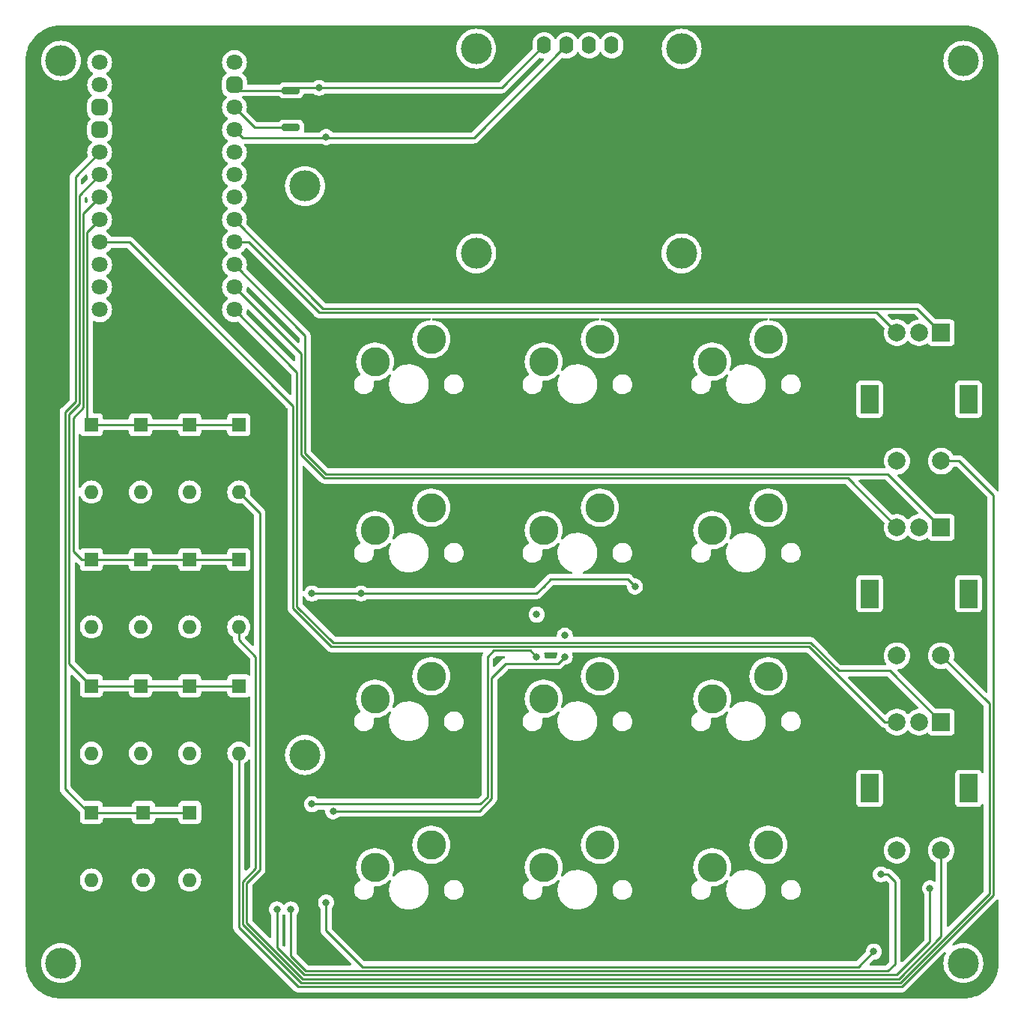
<source format=gtl>
G04 #@! TF.GenerationSoftware,KiCad,Pcbnew,7.0.5*
G04 #@! TF.CreationDate,2023-07-12T22:01:21-07:00*
G04 #@! TF.ProjectId,Custom_KeyPad,43757374-6f6d-45f4-9b65-795061642e6b,rev?*
G04 #@! TF.SameCoordinates,Original*
G04 #@! TF.FileFunction,Copper,L1,Top*
G04 #@! TF.FilePolarity,Positive*
%FSLAX46Y46*%
G04 Gerber Fmt 4.6, Leading zero omitted, Abs format (unit mm)*
G04 Created by KiCad (PCBNEW 7.0.5) date 2023-07-12 22:01:21*
%MOMM*%
%LPD*%
G01*
G04 APERTURE LIST*
G04 Aperture macros list*
%AMRoundRect*
0 Rectangle with rounded corners*
0 $1 Rounding radius*
0 $2 $3 $4 $5 $6 $7 $8 $9 X,Y pos of 4 corners*
0 Add a 4 corners polygon primitive as box body*
4,1,4,$2,$3,$4,$5,$6,$7,$8,$9,$2,$3,0*
0 Add four circle primitives for the rounded corners*
1,1,$1+$1,$2,$3*
1,1,$1+$1,$4,$5*
1,1,$1+$1,$6,$7*
1,1,$1+$1,$8,$9*
0 Add four rect primitives between the rounded corners*
20,1,$1+$1,$2,$3,$4,$5,0*
20,1,$1+$1,$4,$5,$6,$7,0*
20,1,$1+$1,$6,$7,$8,$9,0*
20,1,$1+$1,$8,$9,$2,$3,0*%
G04 Aperture macros list end*
G04 #@! TA.AperFunction,ComponentPad*
%ADD10C,2.600000*%
G04 #@! TD*
G04 #@! TA.AperFunction,ConnectorPad*
%ADD11C,3.500000*%
G04 #@! TD*
G04 #@! TA.AperFunction,ComponentPad*
%ADD12O,1.600000X2.000000*%
G04 #@! TD*
G04 #@! TA.AperFunction,ComponentPad*
%ADD13C,1.800000*%
G04 #@! TD*
G04 #@! TA.AperFunction,ComponentPad*
%ADD14RoundRect,0.450000X-0.450000X-0.450000X0.450000X-0.450000X0.450000X0.450000X-0.450000X0.450000X0*%
G04 #@! TD*
G04 #@! TA.AperFunction,SMDPad,CuDef*
%ADD15RoundRect,0.200000X0.800000X-0.200000X0.800000X0.200000X-0.800000X0.200000X-0.800000X-0.200000X0*%
G04 #@! TD*
G04 #@! TA.AperFunction,ComponentPad*
%ADD16C,2.000000*%
G04 #@! TD*
G04 #@! TA.AperFunction,ComponentPad*
%ADD17R,2.000000X3.200000*%
G04 #@! TD*
G04 #@! TA.AperFunction,ComponentPad*
%ADD18R,2.000000X2.000000*%
G04 #@! TD*
G04 #@! TA.AperFunction,ComponentPad*
%ADD19C,3.300000*%
G04 #@! TD*
G04 #@! TA.AperFunction,ComponentPad*
%ADD20R,1.600000X1.600000*%
G04 #@! TD*
G04 #@! TA.AperFunction,ComponentPad*
%ADD21O,1.600000X1.600000*%
G04 #@! TD*
G04 #@! TA.AperFunction,ViaPad*
%ADD22C,0.800000*%
G04 #@! TD*
G04 #@! TA.AperFunction,Conductor*
%ADD23C,0.250000*%
G04 #@! TD*
G04 APERTURE END LIST*
D10*
X147947592Y-60772480D03*
D11*
X147947592Y-60772480D03*
D10*
X171153689Y-60772695D03*
D11*
X171153689Y-60772695D03*
D10*
X171158857Y-37656395D03*
D11*
X171158857Y-37656395D03*
D10*
X147943149Y-37649935D03*
D11*
X147943149Y-37649935D03*
D12*
X163243750Y-37262500D03*
X160703750Y-37262500D03*
X155623750Y-37262500D03*
X158163750Y-37262500D03*
D10*
X128587500Y-117475000D03*
D11*
X128587500Y-117475000D03*
D10*
X128587500Y-53181250D03*
D11*
X128587500Y-53181250D03*
X101000000Y-141000000D03*
D10*
X101000000Y-141000000D03*
X101000000Y-39000000D03*
D11*
X101000000Y-39000000D03*
X203000000Y-141000000D03*
D10*
X203000000Y-141000000D03*
X203000000Y-39000000D03*
D11*
X203000000Y-39000000D03*
D13*
X105380000Y-39211250D03*
X105380000Y-41751250D03*
D14*
X105380000Y-44291250D03*
X105380000Y-46831250D03*
D13*
X105380000Y-49371250D03*
X105380000Y-51911250D03*
X105380000Y-54451250D03*
X105380000Y-56991250D03*
X105380000Y-59531250D03*
X105380000Y-62071250D03*
X105380000Y-64611250D03*
X105380000Y-67151250D03*
X120620000Y-39211250D03*
D14*
X120620000Y-41751250D03*
D13*
X120620000Y-44291250D03*
X120620000Y-46831250D03*
X120620000Y-49371250D03*
X120620000Y-51911250D03*
X120620000Y-54451250D03*
X120620000Y-56991250D03*
X120620000Y-59531250D03*
X120620000Y-62071250D03*
X120620000Y-64611250D03*
X120620000Y-67151250D03*
D15*
X127000000Y-46550000D03*
X127000000Y-42350000D03*
D16*
X200500000Y-128250000D03*
X195500000Y-128250000D03*
D17*
X203600000Y-121250000D03*
X192400000Y-121250000D03*
D16*
X198000000Y-113750000D03*
X195500000Y-113750000D03*
D18*
X200500000Y-113750000D03*
D16*
X200500000Y-106250000D03*
X195500000Y-106250000D03*
D17*
X203600000Y-99250000D03*
X192400000Y-99250000D03*
D16*
X198000000Y-91750000D03*
X195500000Y-91750000D03*
D18*
X200500000Y-91750000D03*
D16*
X200500000Y-84250000D03*
X195500000Y-84250000D03*
D17*
X203600000Y-77250000D03*
X192400000Y-77250000D03*
D16*
X198000000Y-69750000D03*
X195500000Y-69750000D03*
D18*
X200500000Y-69750000D03*
D19*
X142875000Y-127635000D03*
X136525000Y-130175000D03*
X161925000Y-127635000D03*
X155575000Y-130175000D03*
X180975000Y-127635000D03*
X174625000Y-130175000D03*
X142875000Y-108585000D03*
X136525000Y-111125000D03*
X161925000Y-108585000D03*
X155575000Y-111125000D03*
X180975000Y-108585000D03*
X174625000Y-111125000D03*
X142875000Y-89535000D03*
X136525000Y-92075000D03*
X161925000Y-89535000D03*
X155575000Y-92075000D03*
X180975000Y-89535000D03*
X174625000Y-92075000D03*
X142875000Y-70485000D03*
X136525000Y-73025000D03*
X155575000Y-73025000D03*
X161925000Y-70485000D03*
X180975000Y-70485000D03*
X174625000Y-73025000D03*
D20*
X121112500Y-80140000D03*
D21*
X121112500Y-87760000D03*
D20*
X121112500Y-95380000D03*
D21*
X121112500Y-103000000D03*
D20*
X121112500Y-109667500D03*
D21*
X121112500Y-117287500D03*
X115556250Y-131603750D03*
D20*
X115556250Y-123983750D03*
D21*
X110331250Y-131603750D03*
D20*
X110331250Y-123983750D03*
X104443750Y-123983750D03*
D21*
X104443750Y-131603750D03*
D20*
X115556250Y-109667500D03*
D21*
X115556250Y-117287500D03*
D20*
X110000000Y-109667500D03*
D21*
X110000000Y-117287500D03*
D20*
X104443750Y-109667500D03*
D21*
X104443750Y-117287500D03*
D20*
X115556250Y-95380000D03*
D21*
X115556250Y-103000000D03*
X110000000Y-103000000D03*
D20*
X110000000Y-95380000D03*
X104443750Y-95380000D03*
D21*
X104443750Y-103000000D03*
D20*
X115556250Y-80140000D03*
D21*
X115556250Y-87760000D03*
D20*
X110000000Y-80140000D03*
D21*
X110000000Y-87760000D03*
D20*
X104443750Y-80140000D03*
D21*
X104443750Y-87760000D03*
D22*
X130175000Y-42068750D03*
X130968750Y-47625000D03*
X192881250Y-139700000D03*
X165893750Y-98425000D03*
X134937500Y-99218750D03*
X129381250Y-99218750D03*
X157956250Y-103981250D03*
X157956250Y-106362500D03*
X131762500Y-123825000D03*
X130968750Y-134143750D03*
X154781250Y-101600000D03*
X154781250Y-106362500D03*
X129381250Y-123031250D03*
X127000000Y-134937500D03*
X193675000Y-130968750D03*
X125412500Y-134937500D03*
X199231250Y-132556250D03*
D23*
X130175000Y-42068750D02*
X127281250Y-42068750D01*
X130862500Y-47731250D02*
X121520000Y-47731250D01*
X130968750Y-47625000D02*
X130862500Y-47731250D01*
X131075000Y-47731250D02*
X130968750Y-47625000D01*
X191162500Y-141418750D02*
X135068750Y-141418750D01*
X135068750Y-141418750D02*
X130968750Y-137318750D01*
X192881250Y-139700000D02*
X191162500Y-141418750D01*
X130968750Y-137318750D02*
X130968750Y-134143750D01*
X157162500Y-97631250D02*
X165100000Y-97631250D01*
X156368750Y-97631250D02*
X157162500Y-97631250D01*
X165100000Y-97631250D02*
X165893750Y-98425000D01*
X155575000Y-98425000D02*
X156368750Y-97631250D01*
X154781250Y-99218750D02*
X155575000Y-98425000D01*
X134937500Y-99218750D02*
X154781250Y-99218750D01*
X129381250Y-99218750D02*
X134937500Y-99218750D01*
X154093750Y-105675000D02*
X154781250Y-106362500D01*
X149225000Y-122237500D02*
X149225000Y-106362500D01*
X149225000Y-106362500D02*
X149912500Y-105675000D01*
X148431250Y-123031250D02*
X149225000Y-122237500D01*
X149912500Y-105675000D02*
X154093750Y-105675000D01*
X129381250Y-123031250D02*
X148431250Y-123031250D01*
X149675000Y-108743750D02*
X151262500Y-107156250D01*
X149675000Y-122423896D02*
X149675000Y-108743750D01*
X157162500Y-107156250D02*
X157956250Y-106362500D01*
X148273896Y-123825000D02*
X149675000Y-122423896D01*
X131762500Y-123825000D02*
X148273896Y-123825000D01*
X151262500Y-107156250D02*
X157162500Y-107156250D01*
X194468750Y-130968750D02*
X193675000Y-130968750D01*
X195262500Y-141075000D02*
X195262500Y-131762500D01*
X194468750Y-141868750D02*
X195262500Y-141075000D01*
X195262500Y-131762500D02*
X194468750Y-130968750D01*
X128696688Y-141868750D02*
X194468750Y-141868750D01*
X127000000Y-140172062D02*
X128696688Y-141868750D01*
X127000000Y-134937500D02*
X127000000Y-140172062D01*
X125412500Y-139220958D02*
X125412500Y-134937500D01*
X128510292Y-142318750D02*
X125412500Y-139220958D01*
X195497062Y-142318750D02*
X128510292Y-142318750D01*
X199231250Y-138584562D02*
X195497062Y-142318750D01*
X199231250Y-132556250D02*
X199231250Y-138584562D01*
X127237500Y-78025000D02*
X108743750Y-59531250D01*
X127237500Y-100886396D02*
X127237500Y-78025000D01*
X131576104Y-105225000D02*
X127237500Y-100886396D01*
X185551104Y-105225000D02*
X131576104Y-105225000D01*
X194076104Y-113750000D02*
X185551104Y-105225000D01*
X108743750Y-59531250D02*
X105380000Y-59531250D01*
X195500000Y-113750000D02*
X194076104Y-113750000D01*
X127687500Y-74218750D02*
X120620000Y-67151250D01*
X127687500Y-100700000D02*
X127687500Y-74218750D01*
X131762500Y-104775000D02*
X127687500Y-100700000D01*
X188912500Y-107950000D02*
X185737500Y-104775000D01*
X194700000Y-107950000D02*
X188912500Y-107950000D01*
X185737500Y-104775000D02*
X131762500Y-104775000D01*
X200500000Y-113750000D02*
X194700000Y-107950000D01*
X128137500Y-72128750D02*
X120620000Y-64611250D01*
X128137500Y-83530146D02*
X128137500Y-72128750D01*
X130782354Y-86175000D02*
X128137500Y-83530146D01*
X189925000Y-86175000D02*
X130782354Y-86175000D01*
X195500000Y-91750000D02*
X189925000Y-86175000D01*
X128587500Y-70038750D02*
X120620000Y-62071250D01*
X130968750Y-85725000D02*
X128587500Y-83343750D01*
X194475000Y-85725000D02*
X130968750Y-85725000D01*
X128587500Y-83343750D02*
X128587500Y-70038750D01*
X200500000Y-91750000D02*
X194475000Y-85725000D01*
X130647500Y-67018750D02*
X120620000Y-56991250D01*
X197768750Y-67018750D02*
X130647500Y-67018750D01*
X200500000Y-69750000D02*
X197768750Y-67018750D01*
X122237500Y-59531250D02*
X120620000Y-59531250D01*
X130175000Y-67468750D02*
X122237500Y-59531250D01*
X193218750Y-67468750D02*
X130175000Y-67468750D01*
X195500000Y-69750000D02*
X193218750Y-67468750D01*
X121520000Y-47731250D02*
X120620000Y-46831250D01*
X147695000Y-47731250D02*
X131075000Y-47731250D01*
X158163750Y-37262500D02*
X147695000Y-47731250D01*
X122878750Y-46550000D02*
X120620000Y-44291250D01*
X127000000Y-46550000D02*
X122878750Y-46550000D01*
X121218750Y-42350000D02*
X120620000Y-41751250D01*
X127000000Y-42350000D02*
X121218750Y-42350000D01*
X127281250Y-42068750D02*
X127000000Y-42350000D01*
X155623750Y-37262500D02*
X150817500Y-42068750D01*
X150817500Y-42068750D02*
X130175000Y-42068750D01*
X123481250Y-90128750D02*
X121112500Y-87760000D01*
X123481250Y-130480146D02*
X123481250Y-90128750D01*
X122012500Y-131948896D02*
X123481250Y-130480146D01*
X122012500Y-136457354D02*
X122012500Y-131948896D01*
X128323896Y-142768750D02*
X122012500Y-136457354D01*
X195683458Y-142768750D02*
X128323896Y-142768750D01*
X200500000Y-137952208D02*
X195683458Y-142768750D01*
X200500000Y-128250000D02*
X200500000Y-137952208D01*
X121112500Y-104443750D02*
X121112500Y-103000000D01*
X123031250Y-106362500D02*
X121112500Y-104443750D01*
X123031250Y-130293750D02*
X123031250Y-106362500D01*
X121562500Y-131762500D02*
X123031250Y-130293750D01*
X121562500Y-136643750D02*
X121562500Y-131762500D01*
X128137500Y-143218750D02*
X121562500Y-136643750D01*
X195869854Y-143218750D02*
X128137500Y-143218750D01*
X205925000Y-133163604D02*
X195869854Y-143218750D01*
X205925000Y-111675000D02*
X205925000Y-133163604D01*
X200500000Y-106250000D02*
X205925000Y-111675000D01*
X121112500Y-136987500D02*
X121112500Y-117287500D01*
X206375000Y-88106250D02*
X206375000Y-133350000D01*
X127793750Y-143668750D02*
X121112500Y-136987500D01*
X202518750Y-84250000D02*
X206375000Y-88106250D01*
X196056250Y-143668750D02*
X127793750Y-143668750D01*
X200500000Y-84250000D02*
X202518750Y-84250000D01*
X206375000Y-133350000D02*
X196056250Y-143668750D01*
X110331250Y-123983750D02*
X104443750Y-123983750D01*
X115556250Y-123983750D02*
X110331250Y-123983750D01*
X104443750Y-123983750D02*
X104140000Y-123983750D01*
X104140000Y-123983750D02*
X101493750Y-121337500D01*
X102631250Y-52120000D02*
X105380000Y-49371250D01*
X102631250Y-77550000D02*
X102631250Y-52120000D01*
X101493750Y-78687500D02*
X102631250Y-77550000D01*
X101493750Y-121337500D02*
X101493750Y-78687500D01*
X101943750Y-78925000D02*
X103081250Y-77787500D01*
X103081250Y-77787500D02*
X103081250Y-54210000D01*
X101943750Y-107167500D02*
X101943750Y-78925000D01*
X103081250Y-54210000D02*
X105380000Y-51911250D01*
X104443750Y-109667500D02*
X101943750Y-107167500D01*
X102393750Y-79375000D02*
X103531250Y-78237500D01*
X103531250Y-78237500D02*
X103531250Y-56300000D01*
X102393750Y-94456250D02*
X102393750Y-79375000D01*
X103531250Y-56300000D02*
X105380000Y-54451250D01*
X104443750Y-95380000D02*
X103317500Y-95380000D01*
X103317500Y-95380000D02*
X102393750Y-94456250D01*
X103981250Y-79677500D02*
X103981250Y-58390000D01*
X103981250Y-58390000D02*
X105380000Y-56991250D01*
X104443750Y-80140000D02*
X103981250Y-79677500D01*
X110000000Y-109667500D02*
X104443750Y-109667500D01*
X115556250Y-109667500D02*
X110000000Y-109667500D01*
X121112500Y-109667500D02*
X115556250Y-109667500D01*
X110000000Y-95380000D02*
X104443750Y-95380000D01*
X115556250Y-95380000D02*
X110000000Y-95380000D01*
X121112500Y-95380000D02*
X115556250Y-95380000D01*
X110000000Y-80140000D02*
X104443750Y-80140000D01*
X115556250Y-80140000D02*
X110000000Y-80140000D01*
X121112500Y-80140000D02*
X115556250Y-80140000D01*
G04 #@! TA.AperFunction,NonConductor*
G36*
X155171422Y-38690084D02*
G01*
X155172024Y-38687838D01*
X155280792Y-38716981D01*
X155397058Y-38748135D01*
X155496721Y-38756854D01*
X155561789Y-38782306D01*
X155602768Y-38838897D01*
X155606646Y-38908659D01*
X155573594Y-38968063D01*
X147472228Y-47069431D01*
X147410905Y-47102916D01*
X147384547Y-47105750D01*
X131768166Y-47105750D01*
X131701127Y-47086065D01*
X131676016Y-47064722D01*
X131574620Y-46952111D01*
X131421484Y-46840851D01*
X131421479Y-46840848D01*
X131248557Y-46763857D01*
X131248552Y-46763855D01*
X131102750Y-46732865D01*
X131063396Y-46724500D01*
X130874104Y-46724500D01*
X130841647Y-46731398D01*
X130688947Y-46763855D01*
X130688942Y-46763857D01*
X130516020Y-46840848D01*
X130516015Y-46840851D01*
X130362879Y-46952111D01*
X130261484Y-47064722D01*
X130201997Y-47101371D01*
X130169334Y-47105750D01*
X128591387Y-47105750D01*
X128524348Y-47086065D01*
X128478593Y-47033261D01*
X128468649Y-46964103D01*
X128473001Y-46944861D01*
X128473435Y-46943469D01*
X128494086Y-46877196D01*
X128500500Y-46806616D01*
X128500500Y-46293384D01*
X128494086Y-46222804D01*
X128443478Y-46060394D01*
X128355472Y-45914815D01*
X128355470Y-45914813D01*
X128355469Y-45914811D01*
X128235188Y-45794530D01*
X128089606Y-45706522D01*
X128086897Y-45705678D01*
X127927196Y-45655914D01*
X127927194Y-45655913D01*
X127927192Y-45655913D01*
X127877778Y-45651423D01*
X127856616Y-45649500D01*
X126143384Y-45649500D01*
X126124145Y-45651248D01*
X126072807Y-45655913D01*
X125910393Y-45706522D01*
X125764811Y-45794530D01*
X125764810Y-45794531D01*
X125671161Y-45888181D01*
X125609838Y-45921666D01*
X125583480Y-45924500D01*
X123189202Y-45924500D01*
X123122163Y-45904815D01*
X123101521Y-45888181D01*
X122001347Y-44788007D01*
X121967862Y-44726684D01*
X121968822Y-44669888D01*
X122006134Y-44522555D01*
X122025300Y-44291250D01*
X122025300Y-44291243D01*
X122006135Y-44059952D01*
X122006133Y-44059941D01*
X121949157Y-43834949D01*
X121855924Y-43622401D01*
X121728983Y-43428102D01*
X121728980Y-43428099D01*
X121728979Y-43428097D01*
X121571784Y-43257337D01*
X121571779Y-43257333D01*
X121571777Y-43257331D01*
X121534983Y-43228693D01*
X121494170Y-43171983D01*
X121490495Y-43102210D01*
X121525127Y-43041527D01*
X121553729Y-43020933D01*
X121595751Y-42998984D01*
X121595757Y-42998978D01*
X121600335Y-42995963D01*
X121667143Y-42975508D01*
X121668570Y-42975500D01*
X125583480Y-42975500D01*
X125650519Y-42995185D01*
X125671161Y-43011819D01*
X125764811Y-43105469D01*
X125764813Y-43105470D01*
X125764815Y-43105472D01*
X125910394Y-43193478D01*
X126072804Y-43244086D01*
X126143384Y-43250500D01*
X126143387Y-43250500D01*
X127856613Y-43250500D01*
X127856616Y-43250500D01*
X127927196Y-43244086D01*
X128089606Y-43193478D01*
X128235185Y-43105472D01*
X128355472Y-42985185D01*
X128443478Y-42839606D01*
X128453225Y-42808323D01*
X128461629Y-42781359D01*
X128500367Y-42723211D01*
X128564392Y-42695238D01*
X128580014Y-42694250D01*
X129471252Y-42694250D01*
X129538291Y-42713935D01*
X129563400Y-42735276D01*
X129569126Y-42741635D01*
X129569130Y-42741639D01*
X129722265Y-42852898D01*
X129722270Y-42852901D01*
X129895192Y-42929892D01*
X129895197Y-42929894D01*
X130080354Y-42969250D01*
X130080355Y-42969250D01*
X130269644Y-42969250D01*
X130269646Y-42969250D01*
X130454803Y-42929894D01*
X130627730Y-42852901D01*
X130780871Y-42741638D01*
X130783788Y-42738397D01*
X130786600Y-42735276D01*
X130846087Y-42698629D01*
X130878748Y-42694250D01*
X150734757Y-42694250D01*
X150750377Y-42695974D01*
X150750404Y-42695689D01*
X150758166Y-42696423D01*
X150758166Y-42696422D01*
X150758167Y-42696423D01*
X150761499Y-42696318D01*
X150826347Y-42694281D01*
X150828294Y-42694250D01*
X150856847Y-42694250D01*
X150856850Y-42694250D01*
X150863728Y-42693380D01*
X150869541Y-42692922D01*
X150916127Y-42691459D01*
X150935369Y-42685867D01*
X150954412Y-42681924D01*
X150974292Y-42679414D01*
X151017622Y-42662257D01*
X151023146Y-42660367D01*
X151026896Y-42659277D01*
X151067890Y-42647368D01*
X151085129Y-42637172D01*
X151102603Y-42628612D01*
X151121227Y-42621238D01*
X151121227Y-42621237D01*
X151121232Y-42621236D01*
X151158949Y-42593832D01*
X151163805Y-42590642D01*
X151203920Y-42566920D01*
X151218089Y-42552749D01*
X151232879Y-42540118D01*
X151249087Y-42528344D01*
X151278799Y-42492426D01*
X151282712Y-42488126D01*
X155051268Y-38719571D01*
X155112589Y-38686088D01*
X155171422Y-38690084D01*
G37*
G04 #@! TD.AperFunction*
G04 #@! TA.AperFunction,NonConductor*
G36*
X103897410Y-51840943D02*
G01*
X103953343Y-51882815D01*
X103977652Y-51946885D01*
X103993865Y-52142551D01*
X104031175Y-52289886D01*
X104028550Y-52359706D01*
X103998650Y-52408007D01*
X103468431Y-52938226D01*
X103407108Y-52971711D01*
X103337416Y-52966727D01*
X103281483Y-52924855D01*
X103257066Y-52859391D01*
X103256750Y-52850545D01*
X103256750Y-52430451D01*
X103276435Y-52363412D01*
X103293065Y-52342774D01*
X103766395Y-51869443D01*
X103827718Y-51835959D01*
X103897410Y-51840943D01*
G37*
G04 #@! TD.AperFunction*
G04 #@! TA.AperFunction,NonConductor*
G36*
X103897410Y-54380943D02*
G01*
X103953343Y-54422815D01*
X103977652Y-54486885D01*
X103993865Y-54682551D01*
X104031175Y-54829886D01*
X104028550Y-54899706D01*
X103998650Y-54948007D01*
X103918430Y-55028227D01*
X103857109Y-55061712D01*
X103787417Y-55056728D01*
X103731483Y-55014857D01*
X103707066Y-54949393D01*
X103706750Y-54940546D01*
X103706750Y-54520451D01*
X103726435Y-54453412D01*
X103743065Y-54432774D01*
X103766396Y-54409443D01*
X103827718Y-54375959D01*
X103897410Y-54380943D01*
G37*
G04 #@! TD.AperFunction*
G04 #@! TA.AperFunction,NonConductor*
G36*
X197525337Y-67663935D02*
G01*
X197545979Y-67680569D01*
X197910356Y-68044946D01*
X197943841Y-68106269D01*
X197938857Y-68175961D01*
X197896985Y-68231894D01*
X197843085Y-68254936D01*
X197630382Y-68290429D01*
X197395197Y-68371169D01*
X197395188Y-68371172D01*
X197176493Y-68489524D01*
X196980256Y-68642261D01*
X196841228Y-68793285D01*
X196781341Y-68829275D01*
X196711503Y-68827174D01*
X196658769Y-68793284D01*
X196519744Y-68642262D01*
X196323509Y-68489526D01*
X196323507Y-68489525D01*
X196323506Y-68489524D01*
X196104811Y-68371172D01*
X196104802Y-68371169D01*
X195869616Y-68290429D01*
X195624335Y-68249500D01*
X195375665Y-68249500D01*
X195130386Y-68290428D01*
X195050711Y-68317780D01*
X194980912Y-68320929D01*
X194922769Y-68288179D01*
X194490522Y-67855931D01*
X194457037Y-67794608D01*
X194462021Y-67724916D01*
X194503893Y-67668983D01*
X194569357Y-67644566D01*
X194578203Y-67644250D01*
X197458298Y-67644250D01*
X197525337Y-67663935D01*
G37*
G04 #@! TD.AperFunction*
G04 #@! TA.AperFunction,NonConductor*
G36*
X122233604Y-64569444D02*
G01*
X127925680Y-70261520D01*
X127959165Y-70322843D01*
X127961999Y-70349201D01*
X127961999Y-70769296D01*
X127942314Y-70836335D01*
X127889510Y-70882090D01*
X127820352Y-70892034D01*
X127756796Y-70863009D01*
X127750318Y-70856977D01*
X122001349Y-65108008D01*
X121967864Y-65046685D01*
X121968824Y-64989886D01*
X122006134Y-64842555D01*
X122022347Y-64646882D01*
X122047499Y-64581701D01*
X122103901Y-64540462D01*
X122173645Y-64536263D01*
X122233604Y-64569444D01*
G37*
G04 #@! TD.AperFunction*
G04 #@! TA.AperFunction,NonConductor*
G36*
X122233604Y-67109444D02*
G01*
X127475681Y-72351521D01*
X127509166Y-72412844D01*
X127512000Y-72439202D01*
X127512000Y-72859297D01*
X127492315Y-72926336D01*
X127439511Y-72972091D01*
X127370353Y-72982035D01*
X127306797Y-72953010D01*
X127300319Y-72946978D01*
X122001349Y-67648008D01*
X121967864Y-67586685D01*
X121968824Y-67529886D01*
X122006134Y-67382555D01*
X122022347Y-67186882D01*
X122047499Y-67121701D01*
X122103901Y-67080462D01*
X122173645Y-67076263D01*
X122233604Y-67109444D01*
G37*
G04 #@! TD.AperFunction*
G04 #@! TA.AperFunction,NonConductor*
G36*
X194231587Y-86370185D02*
G01*
X194252229Y-86386819D01*
X197910356Y-90044946D01*
X197943841Y-90106269D01*
X197938857Y-90175961D01*
X197896985Y-90231894D01*
X197843085Y-90254936D01*
X197630382Y-90290429D01*
X197395197Y-90371169D01*
X197395188Y-90371172D01*
X197176493Y-90489524D01*
X196980255Y-90642262D01*
X196980252Y-90642265D01*
X196841229Y-90793284D01*
X196781342Y-90829275D01*
X196711504Y-90827174D01*
X196658771Y-90793284D01*
X196519747Y-90642265D01*
X196519744Y-90642262D01*
X196519744Y-90642261D01*
X196323509Y-90489526D01*
X196323507Y-90489525D01*
X196323506Y-90489524D01*
X196104811Y-90371172D01*
X196104802Y-90371169D01*
X195869616Y-90290429D01*
X195624335Y-90249500D01*
X195375665Y-90249500D01*
X195130386Y-90290428D01*
X195050711Y-90317780D01*
X194980912Y-90320929D01*
X194922769Y-90288179D01*
X191196772Y-86562181D01*
X191163287Y-86500858D01*
X191168271Y-86431166D01*
X191210143Y-86375233D01*
X191275607Y-86350816D01*
X191284453Y-86350500D01*
X194164548Y-86350500D01*
X194231587Y-86370185D01*
G37*
G04 #@! TD.AperFunction*
G04 #@! TA.AperFunction,NonConductor*
G36*
X157072135Y-105870185D02*
G01*
X157117890Y-105922989D01*
X157127834Y-105992147D01*
X157123027Y-106012815D01*
X157113687Y-106041564D01*
X157072537Y-106168210D01*
X157070576Y-106174244D01*
X157053489Y-106336819D01*
X157052929Y-106342149D01*
X157026344Y-106406763D01*
X157017290Y-106416868D01*
X156939728Y-106494431D01*
X156878405Y-106527916D01*
X156852046Y-106530750D01*
X155806742Y-106530750D01*
X155739703Y-106511065D01*
X155693948Y-106458261D01*
X155683421Y-106393790D01*
X155686710Y-106362500D01*
X155666924Y-106174244D01*
X155614472Y-106012817D01*
X155612478Y-105942977D01*
X155648558Y-105883144D01*
X155711259Y-105852316D01*
X155732404Y-105850500D01*
X157005096Y-105850500D01*
X157072135Y-105870185D01*
G37*
G04 #@! TD.AperFunction*
G04 #@! TA.AperFunction,NonConductor*
G36*
X151145731Y-106320185D02*
G01*
X151191486Y-106372989D01*
X151201430Y-106442147D01*
X151172405Y-106505703D01*
X151113627Y-106543477D01*
X151109531Y-106544604D01*
X151105711Y-106545584D01*
X151062384Y-106562738D01*
X151056858Y-106564629D01*
X151012114Y-106577629D01*
X151012110Y-106577631D01*
X150994866Y-106587829D01*
X150977405Y-106596383D01*
X150958774Y-106603760D01*
X150958762Y-106603767D01*
X150921070Y-106631152D01*
X150916187Y-106634359D01*
X150876080Y-106658079D01*
X150861914Y-106672245D01*
X150847124Y-106684877D01*
X150830914Y-106696654D01*
X150830911Y-106696657D01*
X150801210Y-106732559D01*
X150797277Y-106736881D01*
X150062180Y-107471978D01*
X150000857Y-107505463D01*
X149931165Y-107500479D01*
X149875232Y-107458607D01*
X149850815Y-107393143D01*
X149850500Y-107384324D01*
X149850500Y-106672951D01*
X149870185Y-106605912D01*
X149886819Y-106585271D01*
X150135272Y-106336819D01*
X150196595Y-106303334D01*
X150222953Y-106300500D01*
X151078692Y-106300500D01*
X151145731Y-106320185D01*
G37*
G04 #@! TD.AperFunction*
G04 #@! TA.AperFunction,NonConductor*
G36*
X194456587Y-108595185D02*
G01*
X194477229Y-108611819D01*
X197910356Y-112044946D01*
X197943841Y-112106269D01*
X197938857Y-112175961D01*
X197896985Y-112231894D01*
X197843085Y-112254936D01*
X197630382Y-112290429D01*
X197395197Y-112371169D01*
X197395188Y-112371172D01*
X197176493Y-112489524D01*
X196980255Y-112642262D01*
X196980252Y-112642265D01*
X196841229Y-112793284D01*
X196781342Y-112829275D01*
X196711504Y-112827174D01*
X196658771Y-112793284D01*
X196519747Y-112642265D01*
X196519744Y-112642262D01*
X196444848Y-112583968D01*
X196323509Y-112489526D01*
X196323507Y-112489525D01*
X196323506Y-112489524D01*
X196104811Y-112371172D01*
X196104802Y-112371169D01*
X195869616Y-112290429D01*
X195624335Y-112249500D01*
X195375665Y-112249500D01*
X195130383Y-112290429D01*
X194895197Y-112371169D01*
X194895188Y-112371172D01*
X194676493Y-112489524D01*
X194480257Y-112642261D01*
X194311837Y-112825213D01*
X194311835Y-112825215D01*
X194286315Y-112864276D01*
X194233167Y-112909632D01*
X194163936Y-112919053D01*
X194100601Y-112889550D01*
X194094827Y-112884133D01*
X189997876Y-108787181D01*
X189964391Y-108725858D01*
X189969375Y-108656166D01*
X190011247Y-108600233D01*
X190076711Y-108575816D01*
X190085557Y-108575500D01*
X194389548Y-108575500D01*
X194456587Y-108595185D01*
G37*
G04 #@! TD.AperFunction*
G04 #@! TA.AperFunction,NonConductor*
G36*
X122366604Y-118010758D02*
G01*
X122402019Y-118070988D01*
X122405750Y-118101178D01*
X122405750Y-129983297D01*
X122386065Y-130050336D01*
X122369431Y-130070978D01*
X121949681Y-130490728D01*
X121888358Y-130524213D01*
X121818666Y-130519229D01*
X121762733Y-130477357D01*
X121738316Y-130411893D01*
X121738000Y-130403047D01*
X121738000Y-118501688D01*
X121757685Y-118434649D01*
X121790877Y-118400113D01*
X121839336Y-118366181D01*
X121951639Y-118287547D01*
X122112547Y-118126639D01*
X122180175Y-118030054D01*
X122234751Y-117986430D01*
X122304249Y-117979236D01*
X122366604Y-118010758D01*
G37*
G04 #@! TD.AperFunction*
G04 #@! TA.AperFunction,NonConductor*
G36*
X126243443Y-135468751D02*
G01*
X126298400Y-135504070D01*
X126342650Y-135553215D01*
X126372880Y-135616207D01*
X126374500Y-135636187D01*
X126374500Y-138999005D01*
X126354815Y-139066044D01*
X126302011Y-139111799D01*
X126232853Y-139121743D01*
X126169297Y-139092718D01*
X126162819Y-139086686D01*
X126074319Y-138998186D01*
X126040834Y-138936863D01*
X126038000Y-138910505D01*
X126038000Y-135636187D01*
X126057685Y-135569148D01*
X126069850Y-135553215D01*
X126114100Y-135504070D01*
X126173586Y-135467421D01*
X126243443Y-135468751D01*
G37*
G04 #@! TD.AperFunction*
G04 #@! TA.AperFunction,NonConductor*
G36*
X203001424Y-35000566D02*
G01*
X203172753Y-35008487D01*
X203236738Y-35011630D01*
X203372549Y-35018302D01*
X203378048Y-35018819D01*
X203563331Y-35044665D01*
X203749828Y-35072329D01*
X203754871Y-35073294D01*
X203939407Y-35116697D01*
X204120202Y-35161984D01*
X204124802Y-35163329D01*
X204305079Y-35223752D01*
X204306089Y-35224102D01*
X204480331Y-35286447D01*
X204484447Y-35288089D01*
X204658778Y-35365063D01*
X204660107Y-35365671D01*
X204734944Y-35401066D01*
X204826971Y-35444592D01*
X204830610Y-35446463D01*
X204997312Y-35539316D01*
X204998952Y-35540263D01*
X205156962Y-35634970D01*
X205160116Y-35636994D01*
X205317678Y-35744926D01*
X205319513Y-35746233D01*
X205467388Y-35855905D01*
X205470002Y-35857958D01*
X205617035Y-35980053D01*
X205618973Y-35981735D01*
X205755321Y-36105314D01*
X205757514Y-36107402D01*
X205892596Y-36242484D01*
X205894687Y-36244680D01*
X206018258Y-36381019D01*
X206019952Y-36382971D01*
X206142033Y-36529987D01*
X206144101Y-36532621D01*
X206205948Y-36616011D01*
X206253744Y-36680456D01*
X206255095Y-36682352D01*
X206363004Y-36839882D01*
X206365034Y-36843046D01*
X206459710Y-37001003D01*
X206460695Y-37002708D01*
X206553523Y-37169364D01*
X206555406Y-37173027D01*
X206634307Y-37339847D01*
X206634967Y-37341291D01*
X206644117Y-37362015D01*
X206711895Y-37515516D01*
X206713553Y-37519673D01*
X206775868Y-37693829D01*
X206776279Y-37695014D01*
X206836665Y-37875183D01*
X206838022Y-37879823D01*
X206883314Y-38060644D01*
X206910759Y-38177331D01*
X206925526Y-38240117D01*
X206926696Y-38245089D01*
X206927672Y-38250190D01*
X206955336Y-38436687D01*
X206981177Y-38621933D01*
X206981697Y-38627460D01*
X206991520Y-38827416D01*
X206999434Y-38998576D01*
X206999500Y-39001440D01*
X206999500Y-87546797D01*
X206979815Y-87613836D01*
X206927011Y-87659591D01*
X206857853Y-87669535D01*
X206794297Y-87640510D01*
X206787819Y-87634478D01*
X203019553Y-83866212D01*
X203009730Y-83853950D01*
X203009509Y-83854134D01*
X203004536Y-83848122D01*
X202954816Y-83801432D01*
X202953416Y-83800075D01*
X202933226Y-83779884D01*
X202927736Y-83775625D01*
X202923311Y-83771847D01*
X202889332Y-83739938D01*
X202889330Y-83739936D01*
X202889327Y-83739935D01*
X202871779Y-83730288D01*
X202855513Y-83719604D01*
X202839683Y-83707325D01*
X202796918Y-83688818D01*
X202791672Y-83686248D01*
X202750843Y-83663803D01*
X202750842Y-83663802D01*
X202731443Y-83658822D01*
X202713031Y-83652518D01*
X202694648Y-83644562D01*
X202694642Y-83644560D01*
X202648624Y-83637272D01*
X202642902Y-83636087D01*
X202597771Y-83624500D01*
X202597769Y-83624500D01*
X202577734Y-83624500D01*
X202558336Y-83622973D01*
X202550912Y-83621797D01*
X202538555Y-83619840D01*
X202538554Y-83619840D01*
X202492166Y-83624225D01*
X202486328Y-83624500D01*
X201945150Y-83624500D01*
X201878111Y-83604815D01*
X201832356Y-83552011D01*
X201831595Y-83550311D01*
X201824175Y-83533396D01*
X201688166Y-83325217D01*
X201666557Y-83301744D01*
X201519744Y-83142262D01*
X201323509Y-82989526D01*
X201323507Y-82989525D01*
X201323506Y-82989524D01*
X201104811Y-82871172D01*
X201104802Y-82871169D01*
X200869616Y-82790429D01*
X200624335Y-82749500D01*
X200375665Y-82749500D01*
X200130383Y-82790429D01*
X199895197Y-82871169D01*
X199895188Y-82871172D01*
X199676493Y-82989524D01*
X199480257Y-83142261D01*
X199311833Y-83325217D01*
X199175826Y-83533393D01*
X199075936Y-83761118D01*
X199014892Y-84002175D01*
X199014890Y-84002187D01*
X198994357Y-84249994D01*
X198994357Y-84250005D01*
X199014890Y-84497812D01*
X199014892Y-84497824D01*
X199075936Y-84738881D01*
X199175826Y-84966606D01*
X199311833Y-85174782D01*
X199311836Y-85174785D01*
X199480256Y-85357738D01*
X199676491Y-85510474D01*
X199895190Y-85628828D01*
X200130386Y-85709571D01*
X200375665Y-85750500D01*
X200624335Y-85750500D01*
X200869614Y-85709571D01*
X201104810Y-85628828D01*
X201323509Y-85510474D01*
X201519744Y-85357738D01*
X201688164Y-85174785D01*
X201824173Y-84966607D01*
X201824175Y-84966603D01*
X201831595Y-84949689D01*
X201876551Y-84896203D01*
X201943287Y-84875514D01*
X201945150Y-84875500D01*
X202208298Y-84875500D01*
X202275337Y-84895185D01*
X202295979Y-84911819D01*
X205713181Y-88329021D01*
X205746666Y-88390344D01*
X205749500Y-88416702D01*
X205749500Y-110315547D01*
X205729815Y-110382586D01*
X205677011Y-110428341D01*
X205607853Y-110438285D01*
X205544297Y-110409260D01*
X205537819Y-110403228D01*
X201963660Y-106829069D01*
X201930175Y-106767746D01*
X201931135Y-106710950D01*
X201985108Y-106497821D01*
X201987036Y-106474561D01*
X201992653Y-106406763D01*
X202005643Y-106250000D01*
X201985108Y-106002179D01*
X201985107Y-106002175D01*
X201924063Y-105761118D01*
X201824173Y-105533393D01*
X201688166Y-105325217D01*
X201666557Y-105301744D01*
X201519744Y-105142262D01*
X201323509Y-104989526D01*
X201323507Y-104989525D01*
X201323506Y-104989524D01*
X201104811Y-104871172D01*
X201104802Y-104871169D01*
X200869616Y-104790429D01*
X200624335Y-104749500D01*
X200375665Y-104749500D01*
X200130383Y-104790429D01*
X199895197Y-104871169D01*
X199895188Y-104871172D01*
X199676493Y-104989524D01*
X199480257Y-105142261D01*
X199311833Y-105325217D01*
X199175826Y-105533393D01*
X199075936Y-105761118D01*
X199014892Y-106002175D01*
X199014890Y-106002187D01*
X198994357Y-106249994D01*
X198994357Y-106250005D01*
X199014890Y-106497812D01*
X199014892Y-106497824D01*
X199075936Y-106738881D01*
X199175826Y-106966606D01*
X199311833Y-107174782D01*
X199311836Y-107174785D01*
X199480256Y-107357738D01*
X199676491Y-107510474D01*
X199676493Y-107510475D01*
X199892948Y-107627615D01*
X199895190Y-107628828D01*
X200054907Y-107683659D01*
X200127959Y-107708738D01*
X200130386Y-107709571D01*
X200375665Y-107750500D01*
X200624335Y-107750500D01*
X200869614Y-107709571D01*
X200949287Y-107682218D01*
X201019082Y-107679068D01*
X201077229Y-107711819D01*
X205263181Y-111897771D01*
X205296666Y-111959094D01*
X205299500Y-111985452D01*
X205299500Y-119405951D01*
X205279815Y-119472990D01*
X205227011Y-119518745D01*
X205157853Y-119528689D01*
X205094297Y-119499664D01*
X205059318Y-119449284D01*
X205043797Y-119407671D01*
X205043793Y-119407664D01*
X204957547Y-119292455D01*
X204957544Y-119292452D01*
X204842335Y-119206206D01*
X204842328Y-119206202D01*
X204707482Y-119155908D01*
X204707483Y-119155908D01*
X204647883Y-119149501D01*
X204647881Y-119149500D01*
X204647873Y-119149500D01*
X204647864Y-119149500D01*
X202552129Y-119149500D01*
X202552123Y-119149501D01*
X202492516Y-119155908D01*
X202357671Y-119206202D01*
X202357664Y-119206206D01*
X202242455Y-119292452D01*
X202242452Y-119292455D01*
X202156206Y-119407664D01*
X202156202Y-119407671D01*
X202105908Y-119542517D01*
X202099501Y-119602116D01*
X202099501Y-119602123D01*
X202099500Y-119602135D01*
X202099500Y-122897870D01*
X202099501Y-122897876D01*
X202105908Y-122957483D01*
X202156202Y-123092328D01*
X202156206Y-123092335D01*
X202242452Y-123207544D01*
X202242455Y-123207547D01*
X202357664Y-123293793D01*
X202357671Y-123293797D01*
X202492517Y-123344091D01*
X202492516Y-123344091D01*
X202499444Y-123344835D01*
X202552127Y-123350500D01*
X204647872Y-123350499D01*
X204707483Y-123344091D01*
X204842331Y-123293796D01*
X204957546Y-123207546D01*
X205043796Y-123092331D01*
X205048777Y-123078973D01*
X205059318Y-123050715D01*
X205101189Y-122994781D01*
X205166653Y-122970364D01*
X205234926Y-122985215D01*
X205284332Y-123034620D01*
X205299500Y-123094048D01*
X205299500Y-132853150D01*
X205279815Y-132920189D01*
X205263181Y-132940831D01*
X201337180Y-136866832D01*
X201275857Y-136900317D01*
X201206165Y-136895333D01*
X201150232Y-136853461D01*
X201125815Y-136787997D01*
X201125499Y-136779151D01*
X201125499Y-133359598D01*
X201125499Y-129691515D01*
X201145184Y-129624480D01*
X201190480Y-129582465D01*
X201323509Y-129510474D01*
X201519744Y-129357738D01*
X201688164Y-129174785D01*
X201824173Y-128966607D01*
X201924063Y-128738881D01*
X201985108Y-128497821D01*
X201985445Y-128493762D01*
X201991324Y-128422802D01*
X202005643Y-128250000D01*
X201985108Y-128002179D01*
X201924063Y-127761119D01*
X201824173Y-127533393D01*
X201824172Y-127533392D01*
X201688166Y-127325217D01*
X201666557Y-127301744D01*
X201519744Y-127142262D01*
X201323509Y-126989526D01*
X201323507Y-126989525D01*
X201323506Y-126989524D01*
X201104811Y-126871172D01*
X201104802Y-126871169D01*
X200869616Y-126790429D01*
X200624335Y-126749500D01*
X200375665Y-126749500D01*
X200130383Y-126790429D01*
X199895197Y-126871169D01*
X199895188Y-126871172D01*
X199676493Y-126989524D01*
X199480257Y-127142261D01*
X199311833Y-127325217D01*
X199175826Y-127533393D01*
X199075936Y-127761118D01*
X199014892Y-128002175D01*
X199014890Y-128002187D01*
X198994357Y-128249994D01*
X198994357Y-128250005D01*
X199014890Y-128497812D01*
X199014892Y-128497824D01*
X199075936Y-128738881D01*
X199175826Y-128966606D01*
X199311833Y-129174782D01*
X199311836Y-129174785D01*
X199480256Y-129357738D01*
X199602764Y-129453090D01*
X199676488Y-129510472D01*
X199676493Y-129510475D01*
X199809517Y-129582464D01*
X199859108Y-129631683D01*
X199874500Y-129691519D01*
X199874500Y-131667321D01*
X199854815Y-131734360D01*
X199802011Y-131780115D01*
X199732853Y-131790059D01*
X199688508Y-131774713D01*
X199683979Y-131772098D01*
X199511057Y-131695107D01*
X199511052Y-131695105D01*
X199348064Y-131660462D01*
X199325896Y-131655750D01*
X199136604Y-131655750D01*
X199114436Y-131660462D01*
X198951447Y-131695105D01*
X198951442Y-131695107D01*
X198778520Y-131772098D01*
X198778515Y-131772101D01*
X198625379Y-131883361D01*
X198498716Y-132024035D01*
X198404071Y-132187965D01*
X198404068Y-132187972D01*
X198352979Y-132345210D01*
X198345576Y-132367994D01*
X198325790Y-132556250D01*
X198345576Y-132744506D01*
X198345577Y-132744509D01*
X198404068Y-132924527D01*
X198404071Y-132924534D01*
X198498717Y-133088466D01*
X198542022Y-133136560D01*
X198573900Y-133171965D01*
X198604130Y-133234956D01*
X198605750Y-133254937D01*
X198605750Y-138274108D01*
X198586065Y-138341147D01*
X198569431Y-138361789D01*
X196099681Y-140831539D01*
X196038358Y-140865024D01*
X195968666Y-140860040D01*
X195912733Y-140818168D01*
X195888316Y-140752704D01*
X195888000Y-140743858D01*
X195888000Y-131845242D01*
X195889724Y-131829622D01*
X195889439Y-131829596D01*
X195890173Y-131821833D01*
X195888031Y-131753652D01*
X195888000Y-131751705D01*
X195888000Y-131723154D01*
X195888000Y-131723150D01*
X195887131Y-131716272D01*
X195886672Y-131710443D01*
X195886540Y-131706257D01*
X195885209Y-131663873D01*
X195879622Y-131644644D01*
X195875674Y-131625584D01*
X195875035Y-131620525D01*
X195873164Y-131605708D01*
X195873163Y-131605706D01*
X195873163Y-131605704D01*
X195856012Y-131562387D01*
X195854119Y-131556858D01*
X195841118Y-131512109D01*
X195841116Y-131512106D01*
X195830923Y-131494871D01*
X195822361Y-131477394D01*
X195814987Y-131458770D01*
X195814986Y-131458768D01*
X195787579Y-131421045D01*
X195784388Y-131416186D01*
X195760672Y-131376083D01*
X195760665Y-131376074D01*
X195746506Y-131361915D01*
X195733868Y-131347119D01*
X195726536Y-131337027D01*
X195722094Y-131330913D01*
X195686188Y-131301209D01*
X195681876Y-131297286D01*
X194969553Y-130584962D01*
X194959730Y-130572700D01*
X194959509Y-130572884D01*
X194954536Y-130566872D01*
X194904816Y-130520182D01*
X194903416Y-130518825D01*
X194883226Y-130498634D01*
X194877736Y-130494375D01*
X194873311Y-130490597D01*
X194839332Y-130458688D01*
X194839330Y-130458686D01*
X194839327Y-130458685D01*
X194821779Y-130449038D01*
X194805513Y-130438354D01*
X194789683Y-130426075D01*
X194746918Y-130407568D01*
X194741672Y-130404998D01*
X194700843Y-130382553D01*
X194700842Y-130382552D01*
X194681443Y-130377572D01*
X194663031Y-130371268D01*
X194644648Y-130363312D01*
X194644642Y-130363310D01*
X194598624Y-130356022D01*
X194592902Y-130354837D01*
X194547771Y-130343250D01*
X194547769Y-130343250D01*
X194527734Y-130343250D01*
X194508336Y-130341723D01*
X194500912Y-130340547D01*
X194488555Y-130338590D01*
X194488554Y-130338590D01*
X194442166Y-130342975D01*
X194436328Y-130343250D01*
X194378748Y-130343250D01*
X194311709Y-130323565D01*
X194286600Y-130302224D01*
X194280873Y-130295864D01*
X194280869Y-130295860D01*
X194127734Y-130184601D01*
X194127729Y-130184598D01*
X193954807Y-130107607D01*
X193954802Y-130107605D01*
X193782480Y-130070978D01*
X193769646Y-130068250D01*
X193580354Y-130068250D01*
X193567520Y-130070978D01*
X193395197Y-130107605D01*
X193395192Y-130107607D01*
X193222270Y-130184598D01*
X193222265Y-130184601D01*
X193069129Y-130295861D01*
X192942466Y-130436535D01*
X192847821Y-130600465D01*
X192847818Y-130600472D01*
X192789327Y-130780490D01*
X192789326Y-130780494D01*
X192769540Y-130968750D01*
X192789326Y-131157006D01*
X192789327Y-131157009D01*
X192847818Y-131337027D01*
X192847821Y-131337034D01*
X192942467Y-131500966D01*
X193058810Y-131630178D01*
X193069129Y-131641638D01*
X193222265Y-131752898D01*
X193222270Y-131752901D01*
X193395192Y-131829892D01*
X193395197Y-131829894D01*
X193580354Y-131869250D01*
X193580355Y-131869250D01*
X193769644Y-131869250D01*
X193769646Y-131869250D01*
X193954803Y-131829894D01*
X194127730Y-131752901D01*
X194181393Y-131713912D01*
X194247197Y-131690432D01*
X194315252Y-131706257D01*
X194341955Y-131726546D01*
X194460652Y-131845242D01*
X194600681Y-131985271D01*
X194634166Y-132046594D01*
X194637000Y-132072952D01*
X194637000Y-140764547D01*
X194617315Y-140831586D01*
X194600681Y-140852228D01*
X194245978Y-141206931D01*
X194184655Y-141240416D01*
X194158297Y-141243250D01*
X192521952Y-141243250D01*
X192454913Y-141223565D01*
X192409158Y-141170761D01*
X192399214Y-141101603D01*
X192428239Y-141038047D01*
X192434271Y-141031569D01*
X192829021Y-140636819D01*
X192890344Y-140603334D01*
X192916702Y-140600500D01*
X192975894Y-140600500D01*
X192975896Y-140600500D01*
X193161053Y-140561144D01*
X193333980Y-140484151D01*
X193487121Y-140372888D01*
X193613783Y-140232216D01*
X193708429Y-140068284D01*
X193766924Y-139888256D01*
X193786710Y-139700000D01*
X193766924Y-139511744D01*
X193708429Y-139331716D01*
X193613783Y-139167784D01*
X193487121Y-139027112D01*
X193487120Y-139027111D01*
X193333984Y-138915851D01*
X193333979Y-138915848D01*
X193161057Y-138838857D01*
X193161052Y-138838855D01*
X193015251Y-138807865D01*
X192975896Y-138799500D01*
X192786604Y-138799500D01*
X192754147Y-138806398D01*
X192601447Y-138838855D01*
X192601442Y-138838857D01*
X192428520Y-138915848D01*
X192428515Y-138915851D01*
X192275379Y-139027111D01*
X192148716Y-139167785D01*
X192054071Y-139331715D01*
X192054068Y-139331722D01*
X191995577Y-139511740D01*
X191995576Y-139511744D01*
X191983458Y-139627041D01*
X191977929Y-139679649D01*
X191951344Y-139744263D01*
X191942289Y-139754368D01*
X190939728Y-140756931D01*
X190878405Y-140790416D01*
X190852047Y-140793250D01*
X135379202Y-140793250D01*
X135312163Y-140773565D01*
X135291521Y-140756931D01*
X131630569Y-137095978D01*
X131597084Y-137034655D01*
X131594250Y-137008297D01*
X131594250Y-134842437D01*
X131613935Y-134775398D01*
X131626100Y-134759465D01*
X131659248Y-134722650D01*
X131701283Y-134675966D01*
X131795929Y-134512034D01*
X131854424Y-134332006D01*
X131874210Y-134143750D01*
X131854424Y-133955494D01*
X131795929Y-133775466D01*
X131701283Y-133611534D01*
X131574621Y-133470862D01*
X131553348Y-133455406D01*
X131421484Y-133359601D01*
X131421479Y-133359598D01*
X131248557Y-133282607D01*
X131248552Y-133282605D01*
X131102751Y-133251615D01*
X131063396Y-133243250D01*
X130874104Y-133243250D01*
X130841647Y-133250148D01*
X130688947Y-133282605D01*
X130688942Y-133282607D01*
X130516020Y-133359598D01*
X130516015Y-133359601D01*
X130362879Y-133470861D01*
X130236216Y-133611535D01*
X130141571Y-133775465D01*
X130141568Y-133775472D01*
X130097239Y-133911904D01*
X130083076Y-133955494D01*
X130063290Y-134143750D01*
X130083076Y-134332006D01*
X130083077Y-134332009D01*
X130141568Y-134512027D01*
X130141571Y-134512034D01*
X130236217Y-134675966D01*
X130278252Y-134722650D01*
X130311400Y-134759465D01*
X130341630Y-134822456D01*
X130343250Y-134842437D01*
X130343249Y-137236005D01*
X130341526Y-137251622D01*
X130341811Y-137251649D01*
X130341076Y-137259416D01*
X130343219Y-137327596D01*
X130343250Y-137329543D01*
X130343250Y-137358093D01*
X130343251Y-137358110D01*
X130344118Y-137364981D01*
X130344576Y-137370800D01*
X130346040Y-137417374D01*
X130346538Y-137419087D01*
X130351630Y-137436617D01*
X130355574Y-137455661D01*
X130358086Y-137475541D01*
X130375240Y-137518869D01*
X130377132Y-137524397D01*
X130390131Y-137569138D01*
X130400330Y-137586384D01*
X130408888Y-137603853D01*
X130416264Y-137622482D01*
X130443648Y-137660173D01*
X130446856Y-137665057D01*
X130470577Y-137705166D01*
X130470583Y-137705174D01*
X130484740Y-137719330D01*
X130497378Y-137734126D01*
X130509155Y-137750336D01*
X130509156Y-137750337D01*
X130545059Y-137780038D01*
X130549370Y-137783960D01*
X132277150Y-139511740D01*
X133796979Y-141031569D01*
X133830464Y-141092892D01*
X133825480Y-141162584D01*
X133783608Y-141218517D01*
X133718144Y-141242934D01*
X133709298Y-141243250D01*
X129007141Y-141243250D01*
X128940102Y-141223565D01*
X128919460Y-141206931D01*
X127661819Y-139949290D01*
X127628334Y-139887967D01*
X127625500Y-139861609D01*
X127625500Y-135636187D01*
X127645185Y-135569148D01*
X127657350Y-135553215D01*
X127675891Y-135532622D01*
X127732533Y-135469716D01*
X127827179Y-135305784D01*
X127885674Y-135125756D01*
X127905460Y-134937500D01*
X127885674Y-134749244D01*
X127827277Y-134569518D01*
X127827181Y-134569222D01*
X127827180Y-134569221D01*
X127827179Y-134569216D01*
X127732533Y-134405284D01*
X127605871Y-134264612D01*
X127605867Y-134264609D01*
X127452734Y-134153351D01*
X127452729Y-134153348D01*
X127279807Y-134076357D01*
X127279802Y-134076355D01*
X127134000Y-134045365D01*
X127094646Y-134037000D01*
X126905354Y-134037000D01*
X126872897Y-134043898D01*
X126720197Y-134076355D01*
X126720192Y-134076357D01*
X126547270Y-134153348D01*
X126547265Y-134153351D01*
X126394132Y-134264609D01*
X126394129Y-134264611D01*
X126394129Y-134264612D01*
X126333445Y-134332009D01*
X126298400Y-134370930D01*
X126238913Y-134407578D01*
X126169056Y-134406247D01*
X126114100Y-134370930D01*
X126018371Y-134264612D01*
X126018367Y-134264609D01*
X125865234Y-134153351D01*
X125865229Y-134153348D01*
X125692307Y-134076357D01*
X125692302Y-134076355D01*
X125546500Y-134045365D01*
X125507146Y-134037000D01*
X125317854Y-134037000D01*
X125285397Y-134043898D01*
X125132697Y-134076355D01*
X125132692Y-134076357D01*
X124959770Y-134153348D01*
X124959765Y-134153351D01*
X124806629Y-134264611D01*
X124679966Y-134405285D01*
X124585321Y-134569215D01*
X124585318Y-134569222D01*
X124535466Y-134722652D01*
X124526826Y-134749244D01*
X124507040Y-134937500D01*
X124526826Y-135125756D01*
X124526827Y-135125759D01*
X124585318Y-135305777D01*
X124585321Y-135305784D01*
X124679967Y-135469716D01*
X124710900Y-135504070D01*
X124755150Y-135553215D01*
X124785380Y-135616206D01*
X124787000Y-135636187D01*
X124787000Y-138047901D01*
X124767315Y-138114940D01*
X124714511Y-138160695D01*
X124645353Y-138170639D01*
X124581797Y-138141614D01*
X124575319Y-138135582D01*
X122674319Y-136234582D01*
X122640834Y-136173259D01*
X122638000Y-136146901D01*
X122638000Y-132661202D01*
X134125660Y-132661202D01*
X134135887Y-132875901D01*
X134186563Y-133084791D01*
X134186565Y-133084795D01*
X134264266Y-133254937D01*
X134275854Y-133280310D01*
X134360533Y-133399225D01*
X134400535Y-133455400D01*
X134400540Y-133455406D01*
X134556094Y-133603725D01*
X134556096Y-133603726D01*
X134556097Y-133603727D01*
X134736920Y-133719935D01*
X134936468Y-133799822D01*
X135041997Y-133820160D01*
X135147527Y-133840500D01*
X135147528Y-133840500D01*
X135308612Y-133840500D01*
X135308618Y-133840500D01*
X135468971Y-133825188D01*
X135675209Y-133764631D01*
X135866259Y-133666138D01*
X136035217Y-133533268D01*
X136175976Y-133370824D01*
X136182458Y-133359598D01*
X136270365Y-133207337D01*
X136283448Y-133184677D01*
X136353750Y-132981554D01*
X136384339Y-132768797D01*
X136374112Y-132554096D01*
X136355829Y-132478732D01*
X136359154Y-132408943D01*
X136399682Y-132352029D01*
X136464547Y-132326061D01*
X136476334Y-132325500D01*
X136672099Y-132325500D01*
X136703520Y-132321180D01*
X136963555Y-132285440D01*
X137246841Y-132206067D01*
X137516682Y-132088859D01*
X137768049Y-131935999D01*
X137996260Y-131750335D01*
X138086715Y-131653480D01*
X138146856Y-131617923D01*
X138216677Y-131620525D01*
X138274008Y-131660462D01*
X138300646Y-131725055D01*
X138289816Y-131790314D01*
X138240433Y-131896732D01*
X138235882Y-131906540D01*
X138226744Y-131935999D01*
X138146854Y-132193535D01*
X138121270Y-132345210D01*
X138096874Y-132489842D01*
X138088360Y-132744509D01*
X138086833Y-132790167D01*
X138116910Y-133089142D01*
X138116911Y-133089149D01*
X138186568Y-133381441D01*
X138186571Y-133381453D01*
X138294566Y-133661853D01*
X138294573Y-133661868D01*
X138438979Y-133925375D01*
X138438983Y-133925381D01*
X138530296Y-134049312D01*
X138617223Y-134167290D01*
X138711343Y-134264609D01*
X138826120Y-134383288D01*
X138826127Y-134383294D01*
X138916605Y-134454744D01*
X139061946Y-134569518D01*
X139320487Y-134722652D01*
X139597133Y-134839960D01*
X139597136Y-134839960D01*
X139597139Y-134839962D01*
X139742039Y-134879654D01*
X139886946Y-134919348D01*
X140184755Y-134959400D01*
X140184760Y-134959400D01*
X140410041Y-134959400D01*
X140573513Y-134948456D01*
X140634819Y-134944352D01*
X140929287Y-134884499D01*
X141213151Y-134785931D01*
X141481343Y-134650407D01*
X141729080Y-134480346D01*
X141951939Y-134278782D01*
X142145943Y-134049312D01*
X142307631Y-133796032D01*
X142434118Y-133523460D01*
X142523146Y-133236462D01*
X142573126Y-132940158D01*
X142582453Y-132661202D01*
X144285660Y-132661202D01*
X144295887Y-132875901D01*
X144346563Y-133084791D01*
X144346565Y-133084795D01*
X144424266Y-133254937D01*
X144435854Y-133280310D01*
X144520533Y-133399225D01*
X144560535Y-133455400D01*
X144560540Y-133455406D01*
X144716094Y-133603725D01*
X144716096Y-133603726D01*
X144716097Y-133603727D01*
X144896920Y-133719935D01*
X145096468Y-133799822D01*
X145201997Y-133820160D01*
X145307527Y-133840500D01*
X145307528Y-133840500D01*
X145468612Y-133840500D01*
X145468618Y-133840500D01*
X145628971Y-133825188D01*
X145835209Y-133764631D01*
X146026259Y-133666138D01*
X146195217Y-133533268D01*
X146335976Y-133370824D01*
X146342458Y-133359598D01*
X146430365Y-133207337D01*
X146443448Y-133184677D01*
X146513750Y-132981554D01*
X146544339Y-132768797D01*
X146539214Y-132661202D01*
X153175660Y-132661202D01*
X153185887Y-132875901D01*
X153236563Y-133084791D01*
X153236565Y-133084795D01*
X153314266Y-133254937D01*
X153325854Y-133280310D01*
X153410533Y-133399225D01*
X153450535Y-133455400D01*
X153450540Y-133455406D01*
X153606094Y-133603725D01*
X153606096Y-133603726D01*
X153606097Y-133603727D01*
X153786920Y-133719935D01*
X153986468Y-133799822D01*
X154091998Y-133820161D01*
X154197527Y-133840500D01*
X154197528Y-133840500D01*
X154358612Y-133840500D01*
X154358618Y-133840500D01*
X154518971Y-133825188D01*
X154725209Y-133764631D01*
X154916259Y-133666138D01*
X155085217Y-133533268D01*
X155225976Y-133370824D01*
X155232458Y-133359598D01*
X155320365Y-133207337D01*
X155333448Y-133184677D01*
X155403750Y-132981554D01*
X155434339Y-132768797D01*
X155424112Y-132554096D01*
X155405829Y-132478732D01*
X155409154Y-132408943D01*
X155449682Y-132352029D01*
X155514547Y-132326061D01*
X155526334Y-132325500D01*
X155722099Y-132325500D01*
X155753520Y-132321180D01*
X156013555Y-132285440D01*
X156296841Y-132206067D01*
X156566682Y-132088859D01*
X156818049Y-131935999D01*
X157046260Y-131750335D01*
X157136715Y-131653480D01*
X157196856Y-131617923D01*
X157266677Y-131620525D01*
X157324008Y-131660462D01*
X157350646Y-131725055D01*
X157339816Y-131790314D01*
X157290433Y-131896732D01*
X157285882Y-131906540D01*
X157276744Y-131935999D01*
X157196854Y-132193535D01*
X157171270Y-132345210D01*
X157146874Y-132489842D01*
X157138360Y-132744509D01*
X157136833Y-132790167D01*
X157166910Y-133089142D01*
X157166911Y-133089149D01*
X157236568Y-133381441D01*
X157236571Y-133381453D01*
X157344566Y-133661853D01*
X157344573Y-133661868D01*
X157488979Y-133925375D01*
X157488983Y-133925381D01*
X157580296Y-134049312D01*
X157667223Y-134167290D01*
X157761343Y-134264609D01*
X157876120Y-134383288D01*
X157876127Y-134383294D01*
X157966605Y-134454744D01*
X158111946Y-134569518D01*
X158370487Y-134722652D01*
X158647133Y-134839960D01*
X158647136Y-134839960D01*
X158647139Y-134839962D01*
X158792039Y-134879654D01*
X158936946Y-134919348D01*
X159234755Y-134959400D01*
X159234760Y-134959400D01*
X159460041Y-134959400D01*
X159623513Y-134948456D01*
X159684819Y-134944352D01*
X159979287Y-134884499D01*
X160263151Y-134785931D01*
X160531343Y-134650407D01*
X160779080Y-134480346D01*
X161001939Y-134278782D01*
X161195943Y-134049312D01*
X161357631Y-133796032D01*
X161484118Y-133523460D01*
X161573146Y-133236462D01*
X161623126Y-132940158D01*
X161632453Y-132661202D01*
X163335660Y-132661202D01*
X163345887Y-132875901D01*
X163396563Y-133084791D01*
X163396565Y-133084795D01*
X163474266Y-133254937D01*
X163485854Y-133280310D01*
X163570533Y-133399225D01*
X163610535Y-133455400D01*
X163610540Y-133455406D01*
X163766094Y-133603725D01*
X163766096Y-133603726D01*
X163766097Y-133603727D01*
X163946920Y-133719935D01*
X164146468Y-133799822D01*
X164251997Y-133820161D01*
X164357527Y-133840500D01*
X164357528Y-133840500D01*
X164518612Y-133840500D01*
X164518618Y-133840500D01*
X164678971Y-133825188D01*
X164885209Y-133764631D01*
X165076259Y-133666138D01*
X165245217Y-133533268D01*
X165385976Y-133370824D01*
X165392458Y-133359598D01*
X165480365Y-133207337D01*
X165493448Y-133184677D01*
X165563750Y-132981554D01*
X165594339Y-132768797D01*
X165589214Y-132661202D01*
X172225660Y-132661202D01*
X172235887Y-132875901D01*
X172286563Y-133084791D01*
X172286565Y-133084795D01*
X172364266Y-133254937D01*
X172375854Y-133280310D01*
X172460533Y-133399225D01*
X172500535Y-133455400D01*
X172500540Y-133455406D01*
X172656094Y-133603725D01*
X172656096Y-133603726D01*
X172656097Y-133603727D01*
X172836920Y-133719935D01*
X173036468Y-133799822D01*
X173141998Y-133820161D01*
X173247527Y-133840500D01*
X173247528Y-133840500D01*
X173408612Y-133840500D01*
X173408618Y-133840500D01*
X173568971Y-133825188D01*
X173775209Y-133764631D01*
X173966259Y-133666138D01*
X174135217Y-133533268D01*
X174275976Y-133370824D01*
X174282458Y-133359598D01*
X174370365Y-133207337D01*
X174383448Y-133184677D01*
X174453750Y-132981554D01*
X174484339Y-132768797D01*
X174474112Y-132554096D01*
X174455829Y-132478732D01*
X174459154Y-132408943D01*
X174499682Y-132352029D01*
X174564547Y-132326061D01*
X174576334Y-132325500D01*
X174772099Y-132325500D01*
X174803520Y-132321180D01*
X175063555Y-132285440D01*
X175346841Y-132206067D01*
X175616682Y-132088859D01*
X175868049Y-131935999D01*
X176096260Y-131750335D01*
X176186715Y-131653480D01*
X176246856Y-131617923D01*
X176316677Y-131620525D01*
X176374008Y-131660462D01*
X176400646Y-131725055D01*
X176389816Y-131790314D01*
X176340433Y-131896732D01*
X176335882Y-131906540D01*
X176326744Y-131935999D01*
X176246854Y-132193535D01*
X176221270Y-132345210D01*
X176196874Y-132489842D01*
X176188360Y-132744509D01*
X176186833Y-132790167D01*
X176216910Y-133089142D01*
X176216911Y-133089149D01*
X176286568Y-133381441D01*
X176286571Y-133381453D01*
X176394566Y-133661853D01*
X176394573Y-133661868D01*
X176538979Y-133925375D01*
X176538983Y-133925381D01*
X176630296Y-134049312D01*
X176717223Y-134167290D01*
X176811343Y-134264609D01*
X176926120Y-134383288D01*
X176926127Y-134383294D01*
X177016605Y-134454744D01*
X177161946Y-134569518D01*
X177420487Y-134722652D01*
X177697133Y-134839960D01*
X177697136Y-134839960D01*
X177697139Y-134839962D01*
X177842039Y-134879654D01*
X177986946Y-134919348D01*
X178284755Y-134959400D01*
X178284760Y-134959400D01*
X178510041Y-134959400D01*
X178673513Y-134948456D01*
X178734819Y-134944352D01*
X179029287Y-134884499D01*
X179313151Y-134785931D01*
X179581343Y-134650407D01*
X179829080Y-134480346D01*
X180051939Y-134278782D01*
X180245943Y-134049312D01*
X180407631Y-133796032D01*
X180534118Y-133523460D01*
X180623146Y-133236462D01*
X180673126Y-132940158D01*
X180682453Y-132661202D01*
X182385660Y-132661202D01*
X182395887Y-132875901D01*
X182446563Y-133084791D01*
X182446565Y-133084795D01*
X182524266Y-133254937D01*
X182535854Y-133280310D01*
X182620533Y-133399225D01*
X182660535Y-133455400D01*
X182660540Y-133455406D01*
X182816094Y-133603725D01*
X182816096Y-133603726D01*
X182816097Y-133603727D01*
X182996920Y-133719935D01*
X183196468Y-133799822D01*
X183301998Y-133820161D01*
X183407527Y-133840500D01*
X183407528Y-133840500D01*
X183568612Y-133840500D01*
X183568618Y-133840500D01*
X183728971Y-133825188D01*
X183935209Y-133764631D01*
X184126259Y-133666138D01*
X184295217Y-133533268D01*
X184435976Y-133370824D01*
X184442458Y-133359598D01*
X184530365Y-133207337D01*
X184543448Y-133184677D01*
X184613750Y-132981554D01*
X184644339Y-132768797D01*
X184634112Y-132554096D01*
X184583437Y-132345210D01*
X184494146Y-132149690D01*
X184369466Y-131974601D01*
X184369464Y-131974599D01*
X184369459Y-131974593D01*
X184213905Y-131826274D01*
X184033080Y-131710065D01*
X183833530Y-131630177D01*
X183622473Y-131589500D01*
X183622472Y-131589500D01*
X183461382Y-131589500D01*
X183301028Y-131604812D01*
X183301029Y-131604812D01*
X183301025Y-131604813D01*
X183094793Y-131665368D01*
X182903736Y-131763864D01*
X182734785Y-131896729D01*
X182734782Y-131896733D01*
X182594021Y-132059178D01*
X182486553Y-132245319D01*
X182416251Y-132448442D01*
X182416250Y-132448444D01*
X182385661Y-132661200D01*
X182385660Y-132661202D01*
X180682453Y-132661202D01*
X180683167Y-132639836D01*
X180653089Y-132340855D01*
X180649563Y-132326061D01*
X180633665Y-132259348D01*
X180583430Y-132048551D01*
X180475431Y-131768140D01*
X180331021Y-131504625D01*
X180152777Y-131262710D01*
X179943879Y-131046711D01*
X179943872Y-131046705D01*
X179708055Y-130860483D01*
X179708056Y-130860483D01*
X179708054Y-130860482D01*
X179449513Y-130707348D01*
X179172867Y-130590040D01*
X179172860Y-130590037D01*
X178883059Y-130510653D01*
X178883056Y-130510652D01*
X178883054Y-130510652D01*
X178585245Y-130470600D01*
X178359967Y-130470600D01*
X178359959Y-130470600D01*
X178135183Y-130485647D01*
X178135174Y-130485649D01*
X177840710Y-130545501D01*
X177556847Y-130644069D01*
X177556844Y-130644071D01*
X177288662Y-130779589D01*
X177040918Y-130949655D01*
X176818062Y-131151216D01*
X176818056Y-131151222D01*
X176812901Y-131157320D01*
X176754584Y-131195804D01*
X176684720Y-131196649D01*
X176625489Y-131159589D01*
X176595697Y-131096389D01*
X176601372Y-131035733D01*
X176602072Y-131033764D01*
X176700592Y-130756554D01*
X176700592Y-130756549D01*
X176700595Y-130756543D01*
X176741610Y-130559164D01*
X176760448Y-130468511D01*
X176780525Y-130175000D01*
X176760448Y-129881489D01*
X176732177Y-129745440D01*
X176700595Y-129593456D01*
X176700590Y-129593440D01*
X176630420Y-129396001D01*
X176602072Y-129316236D01*
X176466722Y-129055024D01*
X176466721Y-129055022D01*
X176466717Y-129055016D01*
X176297067Y-128814676D01*
X176096256Y-128599661D01*
X175868045Y-128413998D01*
X175616680Y-128261139D01*
X175616675Y-128261137D01*
X175346845Y-128143934D01*
X175063560Y-128064561D01*
X175063556Y-128064560D01*
X175063555Y-128064560D01*
X174917826Y-128044529D01*
X174772099Y-128024500D01*
X174772098Y-128024500D01*
X174477902Y-128024500D01*
X174477901Y-128024500D01*
X174186445Y-128064560D01*
X174186439Y-128064561D01*
X173903154Y-128143934D01*
X173633324Y-128261137D01*
X173633319Y-128261139D01*
X173381954Y-128413998D01*
X173153743Y-128599661D01*
X172952932Y-128814676D01*
X172783282Y-129055016D01*
X172783278Y-129055022D01*
X172647927Y-129316237D01*
X172549409Y-129593440D01*
X172549404Y-129593456D01*
X172489552Y-129881486D01*
X172489551Y-129881488D01*
X172469475Y-130174999D01*
X172489551Y-130468511D01*
X172489552Y-130468513D01*
X172549404Y-130756543D01*
X172549409Y-130756559D01*
X172647927Y-131033762D01*
X172783278Y-131294977D01*
X172783282Y-131294983D01*
X172933215Y-131507390D01*
X172955794Y-131573511D01*
X172939041Y-131641342D01*
X172888732Y-131689113D01*
X172743738Y-131763863D01*
X172574785Y-131896729D01*
X172574782Y-131896733D01*
X172434021Y-132059178D01*
X172326553Y-132245319D01*
X172256251Y-132448442D01*
X172256250Y-132448444D01*
X172225661Y-132661200D01*
X172225660Y-132661202D01*
X165589214Y-132661202D01*
X165584112Y-132554096D01*
X165533437Y-132345210D01*
X165444146Y-132149690D01*
X165319466Y-131974601D01*
X165319464Y-131974599D01*
X165319459Y-131974593D01*
X165163905Y-131826274D01*
X164983080Y-131710065D01*
X164783530Y-131630177D01*
X164572473Y-131589500D01*
X164572472Y-131589500D01*
X164411382Y-131589500D01*
X164251028Y-131604812D01*
X164251029Y-131604812D01*
X164251025Y-131604813D01*
X164044793Y-131665368D01*
X163853736Y-131763864D01*
X163684785Y-131896729D01*
X163684782Y-131896733D01*
X163544021Y-132059178D01*
X163436553Y-132245319D01*
X163366251Y-132448442D01*
X163366250Y-132448444D01*
X163335661Y-132661200D01*
X163335660Y-132661202D01*
X161632453Y-132661202D01*
X161633167Y-132639836D01*
X161603089Y-132340855D01*
X161599563Y-132326061D01*
X161583665Y-132259348D01*
X161533430Y-132048551D01*
X161425431Y-131768140D01*
X161281021Y-131504625D01*
X161102777Y-131262710D01*
X160893879Y-131046711D01*
X160893872Y-131046705D01*
X160658055Y-130860483D01*
X160658056Y-130860483D01*
X160658054Y-130860482D01*
X160399513Y-130707348D01*
X160122867Y-130590040D01*
X160122860Y-130590037D01*
X159833059Y-130510653D01*
X159833056Y-130510652D01*
X159833054Y-130510652D01*
X159535245Y-130470600D01*
X159309967Y-130470600D01*
X159309959Y-130470600D01*
X159085183Y-130485647D01*
X159085174Y-130485649D01*
X158790710Y-130545501D01*
X158506847Y-130644069D01*
X158506844Y-130644071D01*
X158238662Y-130779589D01*
X157990918Y-130949655D01*
X157768062Y-131151216D01*
X157768056Y-131151222D01*
X157762901Y-131157320D01*
X157704584Y-131195804D01*
X157634720Y-131196649D01*
X157575489Y-131159589D01*
X157545697Y-131096389D01*
X157551372Y-131035733D01*
X157552072Y-131033764D01*
X157650592Y-130756554D01*
X157650592Y-130756549D01*
X157650595Y-130756543D01*
X157691610Y-130559164D01*
X157710448Y-130468511D01*
X157730525Y-130175000D01*
X157710448Y-129881489D01*
X157682177Y-129745440D01*
X157650595Y-129593456D01*
X157650590Y-129593440D01*
X157580420Y-129396001D01*
X157552072Y-129316236D01*
X157416722Y-129055024D01*
X157416721Y-129055022D01*
X157416717Y-129055016D01*
X157247067Y-128814676D01*
X157046256Y-128599661D01*
X156818045Y-128413998D01*
X156566680Y-128261139D01*
X156566675Y-128261137D01*
X156296845Y-128143934D01*
X156013560Y-128064561D01*
X156013556Y-128064560D01*
X156013555Y-128064560D01*
X155867826Y-128044529D01*
X155722099Y-128024500D01*
X155722098Y-128024500D01*
X155427902Y-128024500D01*
X155427901Y-128024500D01*
X155136445Y-128064560D01*
X155136439Y-128064561D01*
X154853154Y-128143934D01*
X154583324Y-128261137D01*
X154583319Y-128261139D01*
X154331954Y-128413998D01*
X154103743Y-128599661D01*
X153902932Y-128814676D01*
X153733282Y-129055016D01*
X153733278Y-129055022D01*
X153597927Y-129316237D01*
X153499409Y-129593440D01*
X153499404Y-129593456D01*
X153439552Y-129881486D01*
X153439551Y-129881488D01*
X153419475Y-130174999D01*
X153439551Y-130468511D01*
X153439552Y-130468513D01*
X153499404Y-130756543D01*
X153499409Y-130756559D01*
X153597927Y-131033762D01*
X153733278Y-131294977D01*
X153733282Y-131294983D01*
X153883215Y-131507390D01*
X153905794Y-131573511D01*
X153889041Y-131641342D01*
X153838732Y-131689113D01*
X153693738Y-131763863D01*
X153524785Y-131896729D01*
X153524782Y-131896733D01*
X153384021Y-132059178D01*
X153276553Y-132245319D01*
X153206251Y-132448442D01*
X153206250Y-132448444D01*
X153175661Y-132661200D01*
X153175660Y-132661202D01*
X146539214Y-132661202D01*
X146534112Y-132554096D01*
X146483437Y-132345210D01*
X146394146Y-132149690D01*
X146269466Y-131974601D01*
X146269464Y-131974599D01*
X146269459Y-131974593D01*
X146113905Y-131826274D01*
X145933080Y-131710065D01*
X145733530Y-131630177D01*
X145522473Y-131589500D01*
X145522472Y-131589500D01*
X145361382Y-131589500D01*
X145201028Y-131604812D01*
X145201029Y-131604812D01*
X145201025Y-131604813D01*
X144994793Y-131665368D01*
X144803736Y-131763864D01*
X144634785Y-131896729D01*
X144634782Y-131896733D01*
X144494021Y-132059178D01*
X144386553Y-132245319D01*
X144316251Y-132448442D01*
X144316250Y-132448444D01*
X144285661Y-132661200D01*
X144285660Y-132661202D01*
X142582453Y-132661202D01*
X142583167Y-132639836D01*
X142553089Y-132340855D01*
X142549563Y-132326061D01*
X142533665Y-132259348D01*
X142483430Y-132048551D01*
X142375431Y-131768140D01*
X142231021Y-131504625D01*
X142052777Y-131262710D01*
X141843879Y-131046711D01*
X141843872Y-131046705D01*
X141608055Y-130860483D01*
X141608056Y-130860483D01*
X141608054Y-130860482D01*
X141349513Y-130707348D01*
X141072867Y-130590040D01*
X141072860Y-130590037D01*
X140783059Y-130510653D01*
X140783056Y-130510652D01*
X140783054Y-130510652D01*
X140485245Y-130470600D01*
X140259967Y-130470600D01*
X140259959Y-130470600D01*
X140035183Y-130485647D01*
X140035174Y-130485649D01*
X139740710Y-130545501D01*
X139456847Y-130644069D01*
X139456844Y-130644071D01*
X139188662Y-130779589D01*
X138940918Y-130949655D01*
X138718062Y-131151216D01*
X138718056Y-131151222D01*
X138712901Y-131157320D01*
X138654584Y-131195804D01*
X138584720Y-131196649D01*
X138525489Y-131159589D01*
X138495697Y-131096389D01*
X138501372Y-131035733D01*
X138502072Y-131033764D01*
X138600592Y-130756554D01*
X138600592Y-130756549D01*
X138600595Y-130756543D01*
X138641610Y-130559164D01*
X138660448Y-130468511D01*
X138680525Y-130175000D01*
X138660448Y-129881489D01*
X138632177Y-129745440D01*
X138600595Y-129593456D01*
X138600590Y-129593440D01*
X138530420Y-129396001D01*
X138502072Y-129316236D01*
X138366722Y-129055024D01*
X138366721Y-129055022D01*
X138366717Y-129055016D01*
X138197067Y-128814676D01*
X137996256Y-128599661D01*
X137768045Y-128413998D01*
X137516680Y-128261139D01*
X137516675Y-128261137D01*
X137246845Y-128143934D01*
X136963560Y-128064561D01*
X136963556Y-128064560D01*
X136963555Y-128064560D01*
X136817826Y-128044529D01*
X136672099Y-128024500D01*
X136672098Y-128024500D01*
X136377902Y-128024500D01*
X136377901Y-128024500D01*
X136086445Y-128064560D01*
X136086439Y-128064561D01*
X135803154Y-128143934D01*
X135533324Y-128261137D01*
X135533319Y-128261139D01*
X135281954Y-128413998D01*
X135053743Y-128599661D01*
X134852932Y-128814676D01*
X134683282Y-129055016D01*
X134683278Y-129055022D01*
X134547927Y-129316237D01*
X134449409Y-129593440D01*
X134449404Y-129593456D01*
X134389552Y-129881486D01*
X134389551Y-129881488D01*
X134369475Y-130174999D01*
X134389551Y-130468511D01*
X134389552Y-130468513D01*
X134449404Y-130756543D01*
X134449409Y-130756559D01*
X134547927Y-131033762D01*
X134683278Y-131294977D01*
X134683282Y-131294983D01*
X134833215Y-131507390D01*
X134855794Y-131573511D01*
X134839041Y-131641342D01*
X134788732Y-131689113D01*
X134643738Y-131763863D01*
X134474785Y-131896729D01*
X134474782Y-131896733D01*
X134334021Y-132059178D01*
X134226553Y-132245319D01*
X134156251Y-132448442D01*
X134156250Y-132448444D01*
X134125661Y-132661200D01*
X134125660Y-132661202D01*
X122638000Y-132661202D01*
X122638000Y-132259348D01*
X122657685Y-132192309D01*
X122674319Y-132171667D01*
X123256486Y-131589500D01*
X123865038Y-130980947D01*
X123877292Y-130971132D01*
X123877109Y-130970910D01*
X123883118Y-130965937D01*
X123883127Y-130965932D01*
X123929857Y-130916168D01*
X123931096Y-130914889D01*
X123951370Y-130894617D01*
X123955629Y-130889124D01*
X123959402Y-130884707D01*
X123991312Y-130850728D01*
X124000963Y-130833170D01*
X124011646Y-130816907D01*
X124023923Y-130801082D01*
X124042435Y-130758299D01*
X124044988Y-130753087D01*
X124067447Y-130712238D01*
X124072430Y-130692826D01*
X124078731Y-130674426D01*
X124086687Y-130656042D01*
X124093979Y-130609998D01*
X124095156Y-130604317D01*
X124106750Y-130559165D01*
X124106750Y-130539129D01*
X124108277Y-130519729D01*
X124108420Y-130518825D01*
X124111410Y-130499950D01*
X124107023Y-130453552D01*
X124106749Y-130447731D01*
X124106749Y-127635000D01*
X140719475Y-127635000D01*
X140739551Y-127928511D01*
X140739552Y-127928513D01*
X140799404Y-128216543D01*
X140799409Y-128216559D01*
X140897927Y-128493762D01*
X141033278Y-128754977D01*
X141033282Y-128754983D01*
X141202932Y-128995323D01*
X141403743Y-129210338D01*
X141531384Y-129314181D01*
X141631951Y-129395999D01*
X141631953Y-129396000D01*
X141631954Y-129396001D01*
X141883319Y-129548860D01*
X141883324Y-129548862D01*
X142153154Y-129666065D01*
X142153159Y-129666067D01*
X142436445Y-129745440D01*
X142692681Y-129780659D01*
X142727901Y-129785500D01*
X142727902Y-129785500D01*
X143022099Y-129785500D01*
X143053520Y-129781180D01*
X143313555Y-129745440D01*
X143596841Y-129666067D01*
X143866682Y-129548859D01*
X144118049Y-129395999D01*
X144346260Y-129210335D01*
X144547065Y-128995326D01*
X144716722Y-128754976D01*
X144852072Y-128493764D01*
X144950592Y-128216554D01*
X144950592Y-128216549D01*
X144950595Y-128216543D01*
X144995138Y-128002187D01*
X145010448Y-127928511D01*
X145030525Y-127635000D01*
X145030525Y-127634999D01*
X159769475Y-127634999D01*
X159789551Y-127928511D01*
X159789552Y-127928513D01*
X159849404Y-128216543D01*
X159849409Y-128216559D01*
X159947927Y-128493762D01*
X160083278Y-128754977D01*
X160083282Y-128754983D01*
X160252932Y-128995323D01*
X160453743Y-129210338D01*
X160581384Y-129314181D01*
X160681951Y-129395999D01*
X160681953Y-129396000D01*
X160681954Y-129396001D01*
X160933319Y-129548860D01*
X160933324Y-129548862D01*
X161203154Y-129666065D01*
X161203159Y-129666067D01*
X161486445Y-129745440D01*
X161742681Y-129780659D01*
X161777901Y-129785500D01*
X161777902Y-129785500D01*
X162072099Y-129785500D01*
X162103520Y-129781180D01*
X162363555Y-129745440D01*
X162646841Y-129666067D01*
X162916682Y-129548859D01*
X163168049Y-129395999D01*
X163396260Y-129210335D01*
X163597065Y-128995326D01*
X163766722Y-128754976D01*
X163902072Y-128493764D01*
X164000592Y-128216554D01*
X164000592Y-128216549D01*
X164000595Y-128216543D01*
X164045138Y-128002187D01*
X164060448Y-127928511D01*
X164080525Y-127635000D01*
X178819475Y-127635000D01*
X178839551Y-127928511D01*
X178839552Y-127928513D01*
X178899404Y-128216543D01*
X178899409Y-128216559D01*
X178997927Y-128493762D01*
X179133278Y-128754977D01*
X179133282Y-128754983D01*
X179302932Y-128995323D01*
X179503743Y-129210338D01*
X179631384Y-129314181D01*
X179731951Y-129395999D01*
X179731953Y-129396000D01*
X179731954Y-129396001D01*
X179983319Y-129548860D01*
X179983324Y-129548862D01*
X180253154Y-129666065D01*
X180253159Y-129666067D01*
X180536445Y-129745440D01*
X180792681Y-129780659D01*
X180827901Y-129785500D01*
X180827902Y-129785500D01*
X181122099Y-129785500D01*
X181153520Y-129781180D01*
X181413555Y-129745440D01*
X181696841Y-129666067D01*
X181966682Y-129548859D01*
X182218049Y-129395999D01*
X182446260Y-129210335D01*
X182647065Y-128995326D01*
X182816722Y-128754976D01*
X182952072Y-128493764D01*
X183038704Y-128250005D01*
X193994357Y-128250005D01*
X194014890Y-128497812D01*
X194014892Y-128497824D01*
X194075936Y-128738881D01*
X194175826Y-128966606D01*
X194311833Y-129174782D01*
X194311836Y-129174785D01*
X194480256Y-129357738D01*
X194676491Y-129510474D01*
X194676493Y-129510475D01*
X194887155Y-129624480D01*
X194895190Y-129628828D01*
X195130386Y-129709571D01*
X195375665Y-129750500D01*
X195624335Y-129750500D01*
X195869614Y-129709571D01*
X196104810Y-129628828D01*
X196323509Y-129510474D01*
X196519744Y-129357738D01*
X196688164Y-129174785D01*
X196824173Y-128966607D01*
X196924063Y-128738881D01*
X196985108Y-128497821D01*
X196985445Y-128493762D01*
X196991324Y-128422802D01*
X197005643Y-128250000D01*
X196985108Y-128002179D01*
X196924063Y-127761119D01*
X196824173Y-127533393D01*
X196824172Y-127533392D01*
X196688166Y-127325217D01*
X196666557Y-127301744D01*
X196519744Y-127142262D01*
X196323509Y-126989526D01*
X196323507Y-126989525D01*
X196323506Y-126989524D01*
X196104811Y-126871172D01*
X196104802Y-126871169D01*
X195869616Y-126790429D01*
X195624335Y-126749500D01*
X195375665Y-126749500D01*
X195130383Y-126790429D01*
X194895197Y-126871169D01*
X194895188Y-126871172D01*
X194676493Y-126989524D01*
X194480257Y-127142261D01*
X194311833Y-127325217D01*
X194175826Y-127533393D01*
X194075936Y-127761118D01*
X194014892Y-128002175D01*
X194014890Y-128002187D01*
X193994357Y-128249994D01*
X193994357Y-128250005D01*
X183038704Y-128250005D01*
X183050592Y-128216554D01*
X183050592Y-128216549D01*
X183050595Y-128216543D01*
X183095138Y-128002187D01*
X183110448Y-127928511D01*
X183130525Y-127635000D01*
X183110448Y-127341489D01*
X183093089Y-127257955D01*
X183050595Y-127053456D01*
X183050590Y-127053440D01*
X182952072Y-126776237D01*
X182952072Y-126776236D01*
X182816722Y-126515024D01*
X182816721Y-126515022D01*
X182816717Y-126515016D01*
X182647067Y-126274676D01*
X182446256Y-126059661D01*
X182218045Y-125873998D01*
X181966680Y-125721139D01*
X181966675Y-125721137D01*
X181696845Y-125603934D01*
X181413560Y-125524561D01*
X181413556Y-125524560D01*
X181413555Y-125524560D01*
X181267826Y-125504530D01*
X181122099Y-125484500D01*
X181122098Y-125484500D01*
X180827902Y-125484500D01*
X180827901Y-125484500D01*
X180536445Y-125524560D01*
X180536439Y-125524561D01*
X180253154Y-125603934D01*
X179983324Y-125721137D01*
X179983319Y-125721139D01*
X179731954Y-125873998D01*
X179503743Y-126059661D01*
X179302932Y-126274676D01*
X179133282Y-126515016D01*
X179133278Y-126515022D01*
X178997927Y-126776237D01*
X178899409Y-127053440D01*
X178899404Y-127053456D01*
X178839552Y-127341486D01*
X178839551Y-127341488D01*
X178819475Y-127635000D01*
X164080525Y-127635000D01*
X164060448Y-127341489D01*
X164043089Y-127257955D01*
X164000595Y-127053456D01*
X164000590Y-127053440D01*
X163902072Y-126776237D01*
X163902072Y-126776236D01*
X163766722Y-126515024D01*
X163766721Y-126515022D01*
X163766717Y-126515016D01*
X163597067Y-126274676D01*
X163396256Y-126059661D01*
X163168045Y-125873998D01*
X162916680Y-125721139D01*
X162916675Y-125721137D01*
X162646845Y-125603934D01*
X162363560Y-125524561D01*
X162363556Y-125524560D01*
X162363555Y-125524560D01*
X162217826Y-125504530D01*
X162072099Y-125484500D01*
X162072098Y-125484500D01*
X161777902Y-125484500D01*
X161777901Y-125484500D01*
X161486445Y-125524560D01*
X161486439Y-125524561D01*
X161203154Y-125603934D01*
X160933324Y-125721137D01*
X160933319Y-125721139D01*
X160681954Y-125873998D01*
X160453743Y-126059661D01*
X160252932Y-126274676D01*
X160083282Y-126515016D01*
X160083278Y-126515022D01*
X159947927Y-126776237D01*
X159849409Y-127053440D01*
X159849404Y-127053456D01*
X159789552Y-127341486D01*
X159789551Y-127341488D01*
X159769475Y-127634999D01*
X145030525Y-127634999D01*
X145010448Y-127341489D01*
X144993089Y-127257955D01*
X144950595Y-127053456D01*
X144950590Y-127053440D01*
X144852072Y-126776237D01*
X144852072Y-126776236D01*
X144716722Y-126515024D01*
X144716721Y-126515022D01*
X144716717Y-126515016D01*
X144547067Y-126274676D01*
X144346256Y-126059661D01*
X144118045Y-125873998D01*
X143866680Y-125721139D01*
X143866675Y-125721137D01*
X143596845Y-125603934D01*
X143313560Y-125524561D01*
X143313556Y-125524560D01*
X143313555Y-125524560D01*
X143167826Y-125504530D01*
X143022099Y-125484500D01*
X143022098Y-125484500D01*
X142727902Y-125484500D01*
X142727901Y-125484500D01*
X142436445Y-125524560D01*
X142436439Y-125524561D01*
X142153154Y-125603934D01*
X141883324Y-125721137D01*
X141883319Y-125721139D01*
X141631954Y-125873998D01*
X141403743Y-126059661D01*
X141202932Y-126274676D01*
X141033282Y-126515016D01*
X141033278Y-126515022D01*
X140897927Y-126776237D01*
X140799409Y-127053440D01*
X140799404Y-127053456D01*
X140739552Y-127341486D01*
X140739551Y-127341488D01*
X140719475Y-127635000D01*
X124106749Y-127635000D01*
X124106749Y-117475007D01*
X126332171Y-117475007D01*
X126351464Y-117769363D01*
X126351465Y-117769373D01*
X126351466Y-117769380D01*
X126399478Y-118010758D01*
X126409018Y-118058716D01*
X126409021Y-118058730D01*
X126503849Y-118338080D01*
X126634325Y-118602660D01*
X126634329Y-118602667D01*
X126798225Y-118847955D01*
X126992741Y-119069758D01*
X127214544Y-119264274D01*
X127256720Y-119292455D01*
X127459835Y-119428172D01*
X127724423Y-119558652D01*
X128003778Y-119653481D01*
X128293120Y-119711034D01*
X128321388Y-119712886D01*
X128587493Y-119730329D01*
X128587500Y-119730329D01*
X128587507Y-119730329D01*
X128823175Y-119714881D01*
X128881880Y-119711034D01*
X129171222Y-119653481D01*
X129450577Y-119558652D01*
X129715165Y-119428172D01*
X129960457Y-119264273D01*
X130182258Y-119069758D01*
X130376773Y-118847957D01*
X130540672Y-118602665D01*
X130671152Y-118338077D01*
X130765981Y-118058722D01*
X130823534Y-117769380D01*
X130840260Y-117514197D01*
X130842829Y-117475007D01*
X130842829Y-117474992D01*
X130823535Y-117180636D01*
X130823534Y-117180620D01*
X130765981Y-116891278D01*
X130671152Y-116611923D01*
X130540672Y-116347336D01*
X130376773Y-116102043D01*
X130271526Y-115982032D01*
X130182258Y-115880241D01*
X129960455Y-115685725D01*
X129715167Y-115521829D01*
X129715160Y-115521825D01*
X129450580Y-115391349D01*
X129171230Y-115296521D01*
X129171224Y-115296519D01*
X129171222Y-115296519D01*
X128881880Y-115238966D01*
X128881873Y-115238965D01*
X128881863Y-115238964D01*
X128587507Y-115219671D01*
X128587493Y-115219671D01*
X128293136Y-115238964D01*
X128293124Y-115238965D01*
X128293120Y-115238966D01*
X128293112Y-115238967D01*
X128293109Y-115238968D01*
X128003783Y-115296518D01*
X128003769Y-115296521D01*
X127724419Y-115391349D01*
X127459834Y-115521828D01*
X127214541Y-115685728D01*
X126992741Y-115880241D01*
X126798228Y-116102041D01*
X126634328Y-116347334D01*
X126503849Y-116611919D01*
X126409021Y-116891269D01*
X126409018Y-116891283D01*
X126351468Y-117180609D01*
X126351464Y-117180636D01*
X126332171Y-117474992D01*
X126332171Y-117475007D01*
X124106749Y-117475007D01*
X124106749Y-113611202D01*
X134125660Y-113611202D01*
X134135887Y-113825901D01*
X134186563Y-114034791D01*
X134186565Y-114034795D01*
X134274871Y-114228159D01*
X134275854Y-114230310D01*
X134382663Y-114380302D01*
X134400535Y-114405400D01*
X134400540Y-114405406D01*
X134556094Y-114553725D01*
X134556096Y-114553726D01*
X134556097Y-114553727D01*
X134736920Y-114669935D01*
X134936468Y-114749822D01*
X135041997Y-114770161D01*
X135147527Y-114790500D01*
X135147528Y-114790500D01*
X135308612Y-114790500D01*
X135308618Y-114790500D01*
X135468971Y-114775188D01*
X135675209Y-114714631D01*
X135866259Y-114616138D01*
X136035217Y-114483268D01*
X136175976Y-114320824D01*
X136180058Y-114313755D01*
X136253550Y-114186462D01*
X136283448Y-114134677D01*
X136353750Y-113931554D01*
X136384339Y-113718797D01*
X136374112Y-113504096D01*
X136355829Y-113428732D01*
X136359154Y-113358943D01*
X136399682Y-113302029D01*
X136464547Y-113276061D01*
X136476334Y-113275500D01*
X136672099Y-113275500D01*
X136703520Y-113271180D01*
X136963555Y-113235440D01*
X137246841Y-113156067D01*
X137516682Y-113038859D01*
X137768049Y-112885999D01*
X137996260Y-112700335D01*
X138086715Y-112603480D01*
X138146856Y-112567923D01*
X138216677Y-112570525D01*
X138274008Y-112610462D01*
X138300646Y-112675055D01*
X138289816Y-112740314D01*
X138240433Y-112846732D01*
X138235882Y-112856540D01*
X138219413Y-112909632D01*
X138146854Y-113143535D01*
X138096874Y-113439842D01*
X138086833Y-113740167D01*
X138116910Y-114039142D01*
X138116911Y-114039149D01*
X138186568Y-114331441D01*
X138186571Y-114331453D01*
X138294566Y-114611853D01*
X138294573Y-114611868D01*
X138438979Y-114875375D01*
X138438983Y-114875381D01*
X138538521Y-115010475D01*
X138617223Y-115117290D01*
X138826121Y-115333289D01*
X139061946Y-115519518D01*
X139320487Y-115672652D01*
X139597133Y-115789960D01*
X139597136Y-115789960D01*
X139597139Y-115789962D01*
X139742039Y-115829653D01*
X139886946Y-115869348D01*
X140184755Y-115909400D01*
X140184760Y-115909400D01*
X140410041Y-115909400D01*
X140573513Y-115898456D01*
X140634819Y-115894352D01*
X140929287Y-115834499D01*
X141213151Y-115735931D01*
X141481343Y-115600407D01*
X141729080Y-115430346D01*
X141951939Y-115228782D01*
X142145943Y-114999312D01*
X142307631Y-114746032D01*
X142434118Y-114473460D01*
X142523146Y-114186462D01*
X142573126Y-113890158D01*
X142582453Y-113611202D01*
X144285660Y-113611202D01*
X144295887Y-113825901D01*
X144346563Y-114034791D01*
X144346565Y-114034795D01*
X144434871Y-114228159D01*
X144435854Y-114230310D01*
X144542663Y-114380302D01*
X144560535Y-114405400D01*
X144560540Y-114405406D01*
X144716094Y-114553725D01*
X144716096Y-114553726D01*
X144716097Y-114553727D01*
X144896920Y-114669935D01*
X145096468Y-114749822D01*
X145201997Y-114770161D01*
X145307527Y-114790500D01*
X145307528Y-114790500D01*
X145468612Y-114790500D01*
X145468618Y-114790500D01*
X145628971Y-114775188D01*
X145835209Y-114714631D01*
X146026259Y-114616138D01*
X146195217Y-114483268D01*
X146335976Y-114320824D01*
X146340058Y-114313755D01*
X146413550Y-114186462D01*
X146443448Y-114134677D01*
X146513750Y-113931554D01*
X146544339Y-113718797D01*
X146534112Y-113504096D01*
X146483437Y-113295210D01*
X146394146Y-113099690D01*
X146269466Y-112924601D01*
X146269464Y-112924599D01*
X146269459Y-112924593D01*
X146113905Y-112776274D01*
X145933080Y-112660065D01*
X145733530Y-112580177D01*
X145522473Y-112539500D01*
X145522472Y-112539500D01*
X145361382Y-112539500D01*
X145201028Y-112554812D01*
X145201029Y-112554812D01*
X145201025Y-112554813D01*
X144994793Y-112615368D01*
X144803736Y-112713864D01*
X144634785Y-112846729D01*
X144634782Y-112846733D01*
X144494021Y-113009178D01*
X144386553Y-113195319D01*
X144316251Y-113398442D01*
X144316250Y-113398444D01*
X144285661Y-113611200D01*
X144285660Y-113611202D01*
X142582453Y-113611202D01*
X142583167Y-113589836D01*
X142553089Y-113290855D01*
X142549563Y-113276061D01*
X142530322Y-113195319D01*
X142483430Y-112998551D01*
X142375431Y-112718140D01*
X142231021Y-112454625D01*
X142052777Y-112212710D01*
X141843879Y-111996711D01*
X141843872Y-111996705D01*
X141608055Y-111810483D01*
X141608056Y-111810483D01*
X141608054Y-111810482D01*
X141349513Y-111657348D01*
X141072867Y-111540040D01*
X141072860Y-111540037D01*
X140783059Y-111460653D01*
X140783056Y-111460652D01*
X140783054Y-111460652D01*
X140485245Y-111420600D01*
X140259967Y-111420600D01*
X140259959Y-111420600D01*
X140035183Y-111435647D01*
X140035174Y-111435649D01*
X139740710Y-111495501D01*
X139456847Y-111594069D01*
X139456844Y-111594071D01*
X139188662Y-111729589D01*
X138940918Y-111899655D01*
X138718062Y-112101216D01*
X138718056Y-112101222D01*
X138712901Y-112107320D01*
X138654584Y-112145804D01*
X138584720Y-112146649D01*
X138525489Y-112109589D01*
X138495697Y-112046389D01*
X138501372Y-111985733D01*
X138502072Y-111983764D01*
X138600592Y-111706554D01*
X138600592Y-111706549D01*
X138600595Y-111706543D01*
X138644449Y-111495501D01*
X138660448Y-111418511D01*
X138680525Y-111125000D01*
X138660448Y-110831489D01*
X138632177Y-110695440D01*
X138600595Y-110543456D01*
X138600590Y-110543440D01*
X138555653Y-110417000D01*
X138502072Y-110266236D01*
X138366722Y-110005024D01*
X138366721Y-110005022D01*
X138366717Y-110005016D01*
X138197067Y-109764676D01*
X137996256Y-109549661D01*
X137768045Y-109363998D01*
X137516680Y-109211139D01*
X137516675Y-109211137D01*
X137246845Y-109093934D01*
X136963560Y-109014561D01*
X136963556Y-109014560D01*
X136963555Y-109014560D01*
X136748775Y-108985039D01*
X136672099Y-108974500D01*
X136672098Y-108974500D01*
X136377902Y-108974500D01*
X136377901Y-108974500D01*
X136086445Y-109014560D01*
X136086439Y-109014561D01*
X135803154Y-109093934D01*
X135533324Y-109211137D01*
X135533319Y-109211139D01*
X135281954Y-109363998D01*
X135053743Y-109549661D01*
X134852932Y-109764676D01*
X134683282Y-110005016D01*
X134683278Y-110005022D01*
X134547927Y-110266237D01*
X134449409Y-110543440D01*
X134449404Y-110543456D01*
X134389552Y-110831486D01*
X134389551Y-110831488D01*
X134369475Y-111124999D01*
X134389551Y-111418511D01*
X134389552Y-111418513D01*
X134449404Y-111706543D01*
X134449409Y-111706559D01*
X134547927Y-111983762D01*
X134683278Y-112244977D01*
X134683282Y-112244983D01*
X134833215Y-112457390D01*
X134855794Y-112523511D01*
X134839041Y-112591342D01*
X134788732Y-112639113D01*
X134643738Y-112713863D01*
X134474785Y-112846729D01*
X134474782Y-112846733D01*
X134334021Y-113009178D01*
X134226553Y-113195319D01*
X134156251Y-113398442D01*
X134156250Y-113398444D01*
X134125661Y-113611200D01*
X134125660Y-113611202D01*
X124106749Y-113611202D01*
X124106749Y-110345999D01*
X124106749Y-108584999D01*
X140719475Y-108584999D01*
X140739551Y-108878511D01*
X140739552Y-108878513D01*
X140799404Y-109166543D01*
X140799409Y-109166559D01*
X140897927Y-109443762D01*
X141033278Y-109704977D01*
X141033282Y-109704983D01*
X141202932Y-109945323D01*
X141403743Y-110160338D01*
X141531383Y-110264181D01*
X141631951Y-110345999D01*
X141631953Y-110346000D01*
X141631954Y-110346001D01*
X141883319Y-110498860D01*
X141883324Y-110498862D01*
X142150493Y-110614909D01*
X142153159Y-110616067D01*
X142436445Y-110695440D01*
X142692681Y-110730659D01*
X142727901Y-110735500D01*
X142727902Y-110735500D01*
X143022099Y-110735500D01*
X143053520Y-110731180D01*
X143313555Y-110695440D01*
X143596841Y-110616067D01*
X143866682Y-110498859D01*
X144118049Y-110345999D01*
X144346260Y-110160335D01*
X144547065Y-109945326D01*
X144716722Y-109704976D01*
X144852072Y-109443764D01*
X144950592Y-109166554D01*
X144950592Y-109166549D01*
X144950595Y-109166543D01*
X145002242Y-108918000D01*
X145010448Y-108878511D01*
X145030525Y-108585000D01*
X145010448Y-108291489D01*
X144993089Y-108207955D01*
X144950595Y-108003456D01*
X144950590Y-108003440D01*
X144911599Y-107893730D01*
X144852072Y-107726236D01*
X144716722Y-107465024D01*
X144716721Y-107465022D01*
X144716717Y-107465016D01*
X144547067Y-107224676D01*
X144461146Y-107132678D01*
X144346260Y-107009665D01*
X144346258Y-107009664D01*
X144346256Y-107009661D01*
X144118045Y-106823998D01*
X143866680Y-106671139D01*
X143866675Y-106671137D01*
X143596845Y-106553934D01*
X143313560Y-106474561D01*
X143313556Y-106474560D01*
X143313555Y-106474560D01*
X143077734Y-106442147D01*
X143022099Y-106434500D01*
X143022098Y-106434500D01*
X142727902Y-106434500D01*
X142727901Y-106434500D01*
X142436445Y-106474560D01*
X142436439Y-106474561D01*
X142153154Y-106553934D01*
X141883324Y-106671137D01*
X141883319Y-106671139D01*
X141631954Y-106823998D01*
X141403743Y-107009661D01*
X141202932Y-107224676D01*
X141033282Y-107465016D01*
X141033278Y-107465022D01*
X140897927Y-107726237D01*
X140799409Y-108003440D01*
X140799404Y-108003456D01*
X140739552Y-108291486D01*
X140739551Y-108291488D01*
X140719475Y-108584999D01*
X124106749Y-108584999D01*
X124106749Y-90211477D01*
X124108475Y-90195873D01*
X124108188Y-90195846D01*
X124108922Y-90188083D01*
X124106781Y-90119920D01*
X124106750Y-90117973D01*
X124106750Y-90089401D01*
X124106750Y-90089400D01*
X124105879Y-90082509D01*
X124105422Y-90076695D01*
X124103959Y-90030124D01*
X124103959Y-90030122D01*
X124098370Y-90010887D01*
X124094424Y-89991834D01*
X124091914Y-89971958D01*
X124074751Y-89928609D01*
X124072864Y-89923096D01*
X124059867Y-89878360D01*
X124059866Y-89878358D01*
X124049671Y-89861119D01*
X124041110Y-89843643D01*
X124039558Y-89839725D01*
X124033736Y-89825018D01*
X124033736Y-89825017D01*
X124023724Y-89811238D01*
X124006333Y-89787300D01*
X124003150Y-89782455D01*
X123979420Y-89742329D01*
X123979415Y-89742323D01*
X123965255Y-89728163D01*
X123952620Y-89713370D01*
X123940843Y-89697162D01*
X123904943Y-89667463D01*
X123900631Y-89663540D01*
X122411913Y-88174822D01*
X122378428Y-88113499D01*
X122379819Y-88055048D01*
X122398135Y-87986692D01*
X122417968Y-87760000D01*
X122398135Y-87533308D01*
X122339239Y-87313504D01*
X122243068Y-87107266D01*
X122112547Y-86920861D01*
X122112545Y-86920858D01*
X121951641Y-86759954D01*
X121765234Y-86629432D01*
X121765232Y-86629431D01*
X121558997Y-86533261D01*
X121558988Y-86533258D01*
X121339197Y-86474366D01*
X121339193Y-86474365D01*
X121339192Y-86474365D01*
X121339191Y-86474364D01*
X121339186Y-86474364D01*
X121112502Y-86454532D01*
X121112498Y-86454532D01*
X120885813Y-86474364D01*
X120885802Y-86474366D01*
X120666011Y-86533258D01*
X120666002Y-86533261D01*
X120459767Y-86629431D01*
X120459765Y-86629432D01*
X120273358Y-86759954D01*
X120112454Y-86920858D01*
X119981932Y-87107265D01*
X119981931Y-87107267D01*
X119885761Y-87313502D01*
X119885758Y-87313511D01*
X119826866Y-87533302D01*
X119826864Y-87533313D01*
X119807032Y-87759998D01*
X119807032Y-87760001D01*
X119826864Y-87986686D01*
X119826866Y-87986697D01*
X119885758Y-88206488D01*
X119885761Y-88206497D01*
X119981931Y-88412732D01*
X119981932Y-88412734D01*
X120112454Y-88599141D01*
X120273358Y-88760045D01*
X120273361Y-88760047D01*
X120459766Y-88890568D01*
X120666004Y-88986739D01*
X120885808Y-89045635D01*
X121043291Y-89059413D01*
X121112498Y-89065468D01*
X121112500Y-89065468D01*
X121112502Y-89065468D01*
X121169173Y-89060509D01*
X121339192Y-89045635D01*
X121407548Y-89027319D01*
X121477397Y-89028982D01*
X121527322Y-89059413D01*
X122819431Y-90351521D01*
X122852916Y-90412844D01*
X122855750Y-90439202D01*
X122855750Y-105003047D01*
X122836065Y-105070086D01*
X122783261Y-105115841D01*
X122714103Y-105125785D01*
X122650547Y-105096760D01*
X122644069Y-105090728D01*
X121821896Y-104268555D01*
X121788411Y-104207232D01*
X121793395Y-104137540D01*
X121835267Y-104081607D01*
X121838454Y-104079299D01*
X121841722Y-104077011D01*
X121951639Y-104000047D01*
X122112547Y-103839139D01*
X122243068Y-103652734D01*
X122339239Y-103446496D01*
X122398135Y-103226692D01*
X122417968Y-103000000D01*
X122398135Y-102773308D01*
X122339239Y-102553504D01*
X122243068Y-102347266D01*
X122112547Y-102160861D01*
X122112545Y-102160858D01*
X121951641Y-101999954D01*
X121765234Y-101869432D01*
X121765232Y-101869431D01*
X121558997Y-101773261D01*
X121558988Y-101773258D01*
X121339197Y-101714366D01*
X121339193Y-101714365D01*
X121339192Y-101714365D01*
X121339191Y-101714364D01*
X121339186Y-101714364D01*
X121112502Y-101694532D01*
X121112498Y-101694532D01*
X120885813Y-101714364D01*
X120885802Y-101714366D01*
X120666011Y-101773258D01*
X120666002Y-101773261D01*
X120459767Y-101869431D01*
X120459765Y-101869432D01*
X120273358Y-101999954D01*
X120112454Y-102160858D01*
X119981932Y-102347265D01*
X119981931Y-102347267D01*
X119885761Y-102553502D01*
X119885758Y-102553511D01*
X119826866Y-102773302D01*
X119826864Y-102773313D01*
X119807032Y-102999998D01*
X119807032Y-103000001D01*
X119826864Y-103226686D01*
X119826866Y-103226697D01*
X119885758Y-103446488D01*
X119885761Y-103446497D01*
X119981931Y-103652732D01*
X119981932Y-103652734D01*
X120112454Y-103839141D01*
X120273358Y-104000045D01*
X120434123Y-104112613D01*
X120477748Y-104167189D01*
X120487000Y-104214188D01*
X120487000Y-104361005D01*
X120485275Y-104376622D01*
X120485561Y-104376649D01*
X120484826Y-104384416D01*
X120486969Y-104452596D01*
X120487000Y-104454543D01*
X120487000Y-104483093D01*
X120487001Y-104483110D01*
X120487868Y-104489981D01*
X120488326Y-104495800D01*
X120489790Y-104542374D01*
X120489791Y-104542377D01*
X120495380Y-104561617D01*
X120499324Y-104580661D01*
X120501836Y-104600541D01*
X120518990Y-104643869D01*
X120520882Y-104649397D01*
X120533881Y-104694138D01*
X120544080Y-104711384D01*
X120552638Y-104728853D01*
X120560014Y-104747482D01*
X120587398Y-104785173D01*
X120590606Y-104790057D01*
X120614327Y-104830166D01*
X120614333Y-104830174D01*
X120628490Y-104844330D01*
X120641128Y-104859126D01*
X120652905Y-104875336D01*
X120652906Y-104875337D01*
X120688809Y-104905038D01*
X120693120Y-104908960D01*
X121533573Y-105749413D01*
X122369431Y-106585271D01*
X122402916Y-106646594D01*
X122405750Y-106672952D01*
X122405750Y-108363819D01*
X122386065Y-108430858D01*
X122333261Y-108476613D01*
X122264103Y-108486557D01*
X122207439Y-108463086D01*
X122154831Y-108423704D01*
X122154828Y-108423702D01*
X122019982Y-108373408D01*
X122019983Y-108373408D01*
X121960383Y-108367001D01*
X121960381Y-108367000D01*
X121960373Y-108367000D01*
X121960364Y-108367000D01*
X120264629Y-108367000D01*
X120264623Y-108367001D01*
X120205016Y-108373408D01*
X120070171Y-108423702D01*
X120070164Y-108423706D01*
X119954955Y-108509952D01*
X119954952Y-108509955D01*
X119868706Y-108625164D01*
X119868702Y-108625171D01*
X119818408Y-108760017D01*
X119815488Y-108787181D01*
X119812001Y-108819623D01*
X119812000Y-108819635D01*
X119812000Y-108918000D01*
X119792315Y-108985039D01*
X119739511Y-109030794D01*
X119688000Y-109042000D01*
X116980749Y-109042000D01*
X116913710Y-109022315D01*
X116867955Y-108969511D01*
X116856749Y-108918000D01*
X116856749Y-108819629D01*
X116856748Y-108819623D01*
X116856747Y-108819616D01*
X116850341Y-108760017D01*
X116800046Y-108625169D01*
X116800045Y-108625168D01*
X116800043Y-108625164D01*
X116713797Y-108509955D01*
X116713794Y-108509952D01*
X116598585Y-108423706D01*
X116598578Y-108423702D01*
X116463732Y-108373408D01*
X116463733Y-108373408D01*
X116404133Y-108367001D01*
X116404131Y-108367000D01*
X116404123Y-108367000D01*
X116404114Y-108367000D01*
X114708379Y-108367000D01*
X114708373Y-108367001D01*
X114648766Y-108373408D01*
X114513921Y-108423702D01*
X114513914Y-108423706D01*
X114398705Y-108509952D01*
X114398702Y-108509955D01*
X114312456Y-108625164D01*
X114312452Y-108625171D01*
X114262158Y-108760017D01*
X114259238Y-108787181D01*
X114255751Y-108819623D01*
X114255750Y-108819635D01*
X114255750Y-108918000D01*
X114236065Y-108985039D01*
X114183261Y-109030794D01*
X114131750Y-109042000D01*
X111424499Y-109042000D01*
X111357460Y-109022315D01*
X111311705Y-108969511D01*
X111300499Y-108918000D01*
X111300499Y-108819629D01*
X111300498Y-108819623D01*
X111300497Y-108819616D01*
X111294091Y-108760017D01*
X111243796Y-108625169D01*
X111243795Y-108625168D01*
X111243793Y-108625164D01*
X111157547Y-108509955D01*
X111157544Y-108509952D01*
X111042335Y-108423706D01*
X111042328Y-108423702D01*
X110907482Y-108373408D01*
X110907483Y-108373408D01*
X110847883Y-108367001D01*
X110847881Y-108367000D01*
X110847873Y-108367000D01*
X110847864Y-108367000D01*
X109152129Y-108367000D01*
X109152123Y-108367001D01*
X109092516Y-108373408D01*
X108957671Y-108423702D01*
X108957664Y-108423706D01*
X108842455Y-108509952D01*
X108842452Y-108509955D01*
X108756206Y-108625164D01*
X108756202Y-108625171D01*
X108705908Y-108760017D01*
X108702988Y-108787181D01*
X108699501Y-108819623D01*
X108699500Y-108819635D01*
X108699500Y-108918000D01*
X108679815Y-108985039D01*
X108627011Y-109030794D01*
X108575500Y-109042000D01*
X105868249Y-109042000D01*
X105801210Y-109022315D01*
X105755455Y-108969511D01*
X105744249Y-108918000D01*
X105744249Y-108819629D01*
X105744248Y-108819623D01*
X105744247Y-108819616D01*
X105737841Y-108760017D01*
X105687546Y-108625169D01*
X105687545Y-108625168D01*
X105687543Y-108625164D01*
X105601297Y-108509955D01*
X105601294Y-108509952D01*
X105486085Y-108423706D01*
X105486078Y-108423702D01*
X105351232Y-108373408D01*
X105351233Y-108373408D01*
X105291633Y-108367001D01*
X105291631Y-108367000D01*
X105291623Y-108367000D01*
X105291615Y-108367000D01*
X104079203Y-108367000D01*
X104012164Y-108347315D01*
X103991522Y-108330681D01*
X102605569Y-106944728D01*
X102572084Y-106883405D01*
X102569250Y-106857047D01*
X102569250Y-103000001D01*
X103138282Y-103000001D01*
X103158114Y-103226686D01*
X103158116Y-103226697D01*
X103217008Y-103446488D01*
X103217011Y-103446497D01*
X103313181Y-103652732D01*
X103313182Y-103652734D01*
X103443704Y-103839141D01*
X103604608Y-104000045D01*
X103604611Y-104000047D01*
X103791016Y-104130568D01*
X103997254Y-104226739D01*
X104217058Y-104285635D01*
X104367946Y-104298836D01*
X104443748Y-104305468D01*
X104443750Y-104305468D01*
X104443752Y-104305468D01*
X104500422Y-104300509D01*
X104670442Y-104285635D01*
X104890246Y-104226739D01*
X105096484Y-104130568D01*
X105282889Y-104000047D01*
X105443797Y-103839139D01*
X105574318Y-103652734D01*
X105670489Y-103446496D01*
X105729385Y-103226692D01*
X105749218Y-103000001D01*
X108694532Y-103000001D01*
X108714364Y-103226686D01*
X108714366Y-103226697D01*
X108773258Y-103446488D01*
X108773261Y-103446497D01*
X108869431Y-103652732D01*
X108869432Y-103652734D01*
X108999954Y-103839141D01*
X109160858Y-104000045D01*
X109160861Y-104000047D01*
X109347266Y-104130568D01*
X109553504Y-104226739D01*
X109773308Y-104285635D01*
X109924196Y-104298836D01*
X109999998Y-104305468D01*
X110000000Y-104305468D01*
X110000002Y-104305468D01*
X110056672Y-104300509D01*
X110226692Y-104285635D01*
X110446496Y-104226739D01*
X110652734Y-104130568D01*
X110839139Y-104000047D01*
X111000047Y-103839139D01*
X111130568Y-103652734D01*
X111226739Y-103446496D01*
X111285635Y-103226692D01*
X111305468Y-103000001D01*
X114250782Y-103000001D01*
X114270614Y-103226686D01*
X114270616Y-103226697D01*
X114329508Y-103446488D01*
X114329511Y-103446497D01*
X114425681Y-103652732D01*
X114425682Y-103652734D01*
X114556204Y-103839141D01*
X114717108Y-104000045D01*
X114717111Y-104000047D01*
X114903516Y-104130568D01*
X115109754Y-104226739D01*
X115329558Y-104285635D01*
X115480446Y-104298836D01*
X115556248Y-104305468D01*
X115556250Y-104305468D01*
X115556252Y-104305468D01*
X115612922Y-104300509D01*
X115782942Y-104285635D01*
X116002746Y-104226739D01*
X116208984Y-104130568D01*
X116395389Y-104000047D01*
X116556297Y-103839139D01*
X116686818Y-103652734D01*
X116782989Y-103446496D01*
X116841885Y-103226692D01*
X116861718Y-103000000D01*
X116841885Y-102773308D01*
X116782989Y-102553504D01*
X116686818Y-102347266D01*
X116556297Y-102160861D01*
X116556295Y-102160858D01*
X116395391Y-101999954D01*
X116208984Y-101869432D01*
X116208982Y-101869431D01*
X116002747Y-101773261D01*
X116002738Y-101773258D01*
X115782947Y-101714366D01*
X115782943Y-101714365D01*
X115782942Y-101714365D01*
X115782941Y-101714364D01*
X115782936Y-101714364D01*
X115556252Y-101694532D01*
X115556248Y-101694532D01*
X115329563Y-101714364D01*
X115329552Y-101714366D01*
X115109761Y-101773258D01*
X115109752Y-101773261D01*
X114903517Y-101869431D01*
X114903515Y-101869432D01*
X114717108Y-101999954D01*
X114556204Y-102160858D01*
X114425682Y-102347265D01*
X114425681Y-102347267D01*
X114329511Y-102553502D01*
X114329508Y-102553511D01*
X114270616Y-102773302D01*
X114270614Y-102773313D01*
X114250782Y-102999998D01*
X114250782Y-103000001D01*
X111305468Y-103000001D01*
X111305468Y-103000000D01*
X111285635Y-102773308D01*
X111226739Y-102553504D01*
X111130568Y-102347266D01*
X111000047Y-102160861D01*
X111000045Y-102160858D01*
X110839141Y-101999954D01*
X110652734Y-101869432D01*
X110652732Y-101869431D01*
X110446497Y-101773261D01*
X110446488Y-101773258D01*
X110226697Y-101714366D01*
X110226693Y-101714365D01*
X110226692Y-101714365D01*
X110226691Y-101714364D01*
X110226686Y-101714364D01*
X110000002Y-101694532D01*
X109999998Y-101694532D01*
X109773313Y-101714364D01*
X109773302Y-101714366D01*
X109553511Y-101773258D01*
X109553502Y-101773261D01*
X109347267Y-101869431D01*
X109347265Y-101869432D01*
X109160858Y-101999954D01*
X108999954Y-102160858D01*
X108869432Y-102347265D01*
X108869431Y-102347267D01*
X108773261Y-102553502D01*
X108773258Y-102553511D01*
X108714366Y-102773302D01*
X108714364Y-102773313D01*
X108694532Y-102999998D01*
X108694532Y-103000001D01*
X105749218Y-103000001D01*
X105749218Y-103000000D01*
X105729385Y-102773308D01*
X105670489Y-102553504D01*
X105574318Y-102347266D01*
X105443797Y-102160861D01*
X105443795Y-102160858D01*
X105282891Y-101999954D01*
X105096484Y-101869432D01*
X105096482Y-101869431D01*
X104890247Y-101773261D01*
X104890238Y-101773258D01*
X104670447Y-101714366D01*
X104670443Y-101714365D01*
X104670442Y-101714365D01*
X104670441Y-101714364D01*
X104670436Y-101714364D01*
X104443752Y-101694532D01*
X104443748Y-101694532D01*
X104217063Y-101714364D01*
X104217052Y-101714366D01*
X103997261Y-101773258D01*
X103997252Y-101773261D01*
X103791017Y-101869431D01*
X103791015Y-101869432D01*
X103604608Y-101999954D01*
X103443704Y-102160858D01*
X103313182Y-102347265D01*
X103313181Y-102347267D01*
X103217011Y-102553502D01*
X103217008Y-102553511D01*
X103158116Y-102773302D01*
X103158114Y-102773313D01*
X103138282Y-102999998D01*
X103138282Y-103000001D01*
X102569250Y-103000001D01*
X102569250Y-95815702D01*
X102588935Y-95748663D01*
X102641739Y-95702908D01*
X102710897Y-95692964D01*
X102774453Y-95721989D01*
X102780931Y-95728021D01*
X102816694Y-95763784D01*
X102826519Y-95776048D01*
X102826740Y-95775866D01*
X102831710Y-95781874D01*
X102881449Y-95828582D01*
X102882816Y-95829906D01*
X102903029Y-95850119D01*
X102908504Y-95854366D01*
X102912946Y-95858160D01*
X102946915Y-95890060D01*
X102946917Y-95890061D01*
X102946918Y-95890062D01*
X102964476Y-95899714D01*
X102980737Y-95910396D01*
X102996564Y-95922673D01*
X103039323Y-95941176D01*
X103044572Y-95943748D01*
X103063302Y-95954044D01*
X103078989Y-95962668D01*
X103128251Y-96012212D01*
X103143250Y-96071328D01*
X103143250Y-96227869D01*
X103143251Y-96227876D01*
X103149658Y-96287483D01*
X103199952Y-96422328D01*
X103199956Y-96422335D01*
X103286202Y-96537544D01*
X103286205Y-96537547D01*
X103401414Y-96623793D01*
X103401421Y-96623797D01*
X103536267Y-96674091D01*
X103536266Y-96674091D01*
X103543194Y-96674835D01*
X103595877Y-96680500D01*
X105291622Y-96680499D01*
X105351233Y-96674091D01*
X105486081Y-96623796D01*
X105601296Y-96537546D01*
X105687546Y-96422331D01*
X105737841Y-96287483D01*
X105744250Y-96227873D01*
X105744250Y-96129500D01*
X105763935Y-96062461D01*
X105816739Y-96016706D01*
X105868250Y-96005500D01*
X108575501Y-96005500D01*
X108642540Y-96025185D01*
X108688295Y-96077989D01*
X108699501Y-96129500D01*
X108699501Y-96227876D01*
X108705908Y-96287483D01*
X108756202Y-96422328D01*
X108756206Y-96422335D01*
X108842452Y-96537544D01*
X108842455Y-96537547D01*
X108957664Y-96623793D01*
X108957671Y-96623797D01*
X109092517Y-96674091D01*
X109092516Y-96674091D01*
X109099444Y-96674835D01*
X109152127Y-96680500D01*
X110847872Y-96680499D01*
X110907483Y-96674091D01*
X111042331Y-96623796D01*
X111157546Y-96537546D01*
X111243796Y-96422331D01*
X111294091Y-96287483D01*
X111300500Y-96227873D01*
X111300500Y-96129500D01*
X111320185Y-96062461D01*
X111372989Y-96016706D01*
X111424500Y-96005500D01*
X114131751Y-96005500D01*
X114198790Y-96025185D01*
X114244545Y-96077989D01*
X114255751Y-96129500D01*
X114255751Y-96227876D01*
X114262158Y-96287483D01*
X114312452Y-96422328D01*
X114312456Y-96422335D01*
X114398702Y-96537544D01*
X114398705Y-96537547D01*
X114513914Y-96623793D01*
X114513921Y-96623797D01*
X114648767Y-96674091D01*
X114648766Y-96674091D01*
X114655694Y-96674835D01*
X114708377Y-96680500D01*
X116404122Y-96680499D01*
X116463733Y-96674091D01*
X116598581Y-96623796D01*
X116713796Y-96537546D01*
X116800046Y-96422331D01*
X116850341Y-96287483D01*
X116856750Y-96227873D01*
X116856750Y-96129500D01*
X116876435Y-96062461D01*
X116929239Y-96016706D01*
X116980750Y-96005500D01*
X119688001Y-96005500D01*
X119755040Y-96025185D01*
X119800795Y-96077989D01*
X119812001Y-96129500D01*
X119812001Y-96227876D01*
X119818408Y-96287483D01*
X119868702Y-96422328D01*
X119868706Y-96422335D01*
X119954952Y-96537544D01*
X119954955Y-96537547D01*
X120070164Y-96623793D01*
X120070171Y-96623797D01*
X120205017Y-96674091D01*
X120205016Y-96674091D01*
X120211944Y-96674835D01*
X120264627Y-96680500D01*
X121960372Y-96680499D01*
X122019983Y-96674091D01*
X122154831Y-96623796D01*
X122270046Y-96537546D01*
X122356296Y-96422331D01*
X122406591Y-96287483D01*
X122413000Y-96227873D01*
X122412999Y-94532128D01*
X122406591Y-94472517D01*
X122399721Y-94454098D01*
X122356297Y-94337671D01*
X122356293Y-94337664D01*
X122270047Y-94222455D01*
X122270044Y-94222452D01*
X122154835Y-94136206D01*
X122154828Y-94136202D01*
X122019982Y-94085908D01*
X122019983Y-94085908D01*
X121960383Y-94079501D01*
X121960381Y-94079500D01*
X121960373Y-94079500D01*
X121960364Y-94079500D01*
X120264629Y-94079500D01*
X120264623Y-94079501D01*
X120205016Y-94085908D01*
X120070171Y-94136202D01*
X120070164Y-94136206D01*
X119954955Y-94222452D01*
X119954952Y-94222455D01*
X119868706Y-94337664D01*
X119868702Y-94337671D01*
X119818408Y-94472517D01*
X119812001Y-94532116D01*
X119812001Y-94532123D01*
X119812000Y-94532135D01*
X119812000Y-94630500D01*
X119792315Y-94697539D01*
X119739511Y-94743294D01*
X119688000Y-94754500D01*
X116980749Y-94754500D01*
X116913710Y-94734815D01*
X116867955Y-94682011D01*
X116856749Y-94630500D01*
X116856749Y-94532129D01*
X116856748Y-94532123D01*
X116856747Y-94532116D01*
X116850341Y-94472517D01*
X116843471Y-94454098D01*
X116800047Y-94337671D01*
X116800043Y-94337664D01*
X116713797Y-94222455D01*
X116713794Y-94222452D01*
X116598585Y-94136206D01*
X116598578Y-94136202D01*
X116463732Y-94085908D01*
X116463733Y-94085908D01*
X116404133Y-94079501D01*
X116404131Y-94079500D01*
X116404123Y-94079500D01*
X116404114Y-94079500D01*
X114708379Y-94079500D01*
X114708373Y-94079501D01*
X114648766Y-94085908D01*
X114513921Y-94136202D01*
X114513914Y-94136206D01*
X114398705Y-94222452D01*
X114398702Y-94222455D01*
X114312456Y-94337664D01*
X114312452Y-94337671D01*
X114262158Y-94472517D01*
X114255751Y-94532116D01*
X114255751Y-94532123D01*
X114255750Y-94532135D01*
X114255750Y-94630500D01*
X114236065Y-94697539D01*
X114183261Y-94743294D01*
X114131750Y-94754500D01*
X111424499Y-94754500D01*
X111357460Y-94734815D01*
X111311705Y-94682011D01*
X111300499Y-94630500D01*
X111300499Y-94532129D01*
X111300498Y-94532123D01*
X111300497Y-94532116D01*
X111294091Y-94472517D01*
X111287221Y-94454098D01*
X111243797Y-94337671D01*
X111243793Y-94337664D01*
X111157547Y-94222455D01*
X111157544Y-94222452D01*
X111042335Y-94136206D01*
X111042328Y-94136202D01*
X110907482Y-94085908D01*
X110907483Y-94085908D01*
X110847883Y-94079501D01*
X110847881Y-94079500D01*
X110847873Y-94079500D01*
X110847864Y-94079500D01*
X109152129Y-94079500D01*
X109152123Y-94079501D01*
X109092516Y-94085908D01*
X108957671Y-94136202D01*
X108957664Y-94136206D01*
X108842455Y-94222452D01*
X108842452Y-94222455D01*
X108756206Y-94337664D01*
X108756202Y-94337671D01*
X108705908Y-94472517D01*
X108699501Y-94532116D01*
X108699501Y-94532123D01*
X108699500Y-94532135D01*
X108699500Y-94630500D01*
X108679815Y-94697539D01*
X108627011Y-94743294D01*
X108575500Y-94754500D01*
X105868249Y-94754500D01*
X105801210Y-94734815D01*
X105755455Y-94682011D01*
X105744249Y-94630500D01*
X105744249Y-94532129D01*
X105744248Y-94532123D01*
X105744247Y-94532116D01*
X105737841Y-94472517D01*
X105730971Y-94454098D01*
X105687547Y-94337671D01*
X105687543Y-94337664D01*
X105601297Y-94222455D01*
X105601294Y-94222452D01*
X105486085Y-94136206D01*
X105486078Y-94136202D01*
X105351232Y-94085908D01*
X105351233Y-94085908D01*
X105291633Y-94079501D01*
X105291631Y-94079500D01*
X105291623Y-94079500D01*
X105291614Y-94079500D01*
X103595879Y-94079500D01*
X103595873Y-94079501D01*
X103536266Y-94085908D01*
X103401421Y-94136202D01*
X103401414Y-94136206D01*
X103286206Y-94222452D01*
X103286205Y-94222453D01*
X103286204Y-94222454D01*
X103275676Y-94236517D01*
X103268503Y-94246099D01*
X103212568Y-94287968D01*
X103142876Y-94292950D01*
X103081557Y-94259466D01*
X103055569Y-94233478D01*
X103022084Y-94172155D01*
X103019250Y-94145797D01*
X103019250Y-88341722D01*
X103038935Y-88274683D01*
X103091739Y-88228928D01*
X103160897Y-88218984D01*
X103224453Y-88248009D01*
X103255630Y-88289314D01*
X103291082Y-88365340D01*
X103313181Y-88412732D01*
X103313182Y-88412734D01*
X103443704Y-88599141D01*
X103604608Y-88760045D01*
X103604611Y-88760047D01*
X103791016Y-88890568D01*
X103997254Y-88986739D01*
X104217058Y-89045635D01*
X104374541Y-89059413D01*
X104443748Y-89065468D01*
X104443750Y-89065468D01*
X104443752Y-89065468D01*
X104500422Y-89060509D01*
X104670442Y-89045635D01*
X104890246Y-88986739D01*
X105096484Y-88890568D01*
X105282889Y-88760047D01*
X105443797Y-88599139D01*
X105574318Y-88412734D01*
X105670489Y-88206496D01*
X105729385Y-87986692D01*
X105749218Y-87760001D01*
X108694532Y-87760001D01*
X108714364Y-87986686D01*
X108714366Y-87986697D01*
X108773258Y-88206488D01*
X108773261Y-88206497D01*
X108869431Y-88412732D01*
X108869432Y-88412734D01*
X108999954Y-88599141D01*
X109160858Y-88760045D01*
X109160861Y-88760047D01*
X109347266Y-88890568D01*
X109553504Y-88986739D01*
X109773308Y-89045635D01*
X109930791Y-89059413D01*
X109999998Y-89065468D01*
X110000000Y-89065468D01*
X110000002Y-89065468D01*
X110056672Y-89060509D01*
X110226692Y-89045635D01*
X110446496Y-88986739D01*
X110652734Y-88890568D01*
X110839139Y-88760047D01*
X111000047Y-88599139D01*
X111130568Y-88412734D01*
X111226739Y-88206496D01*
X111285635Y-87986692D01*
X111305468Y-87760001D01*
X114250782Y-87760001D01*
X114270614Y-87986686D01*
X114270616Y-87986697D01*
X114329508Y-88206488D01*
X114329511Y-88206497D01*
X114425681Y-88412732D01*
X114425682Y-88412734D01*
X114556204Y-88599141D01*
X114717108Y-88760045D01*
X114717111Y-88760047D01*
X114903516Y-88890568D01*
X115109754Y-88986739D01*
X115329558Y-89045635D01*
X115487041Y-89059413D01*
X115556248Y-89065468D01*
X115556250Y-89065468D01*
X115556252Y-89065468D01*
X115612922Y-89060509D01*
X115782942Y-89045635D01*
X116002746Y-88986739D01*
X116208984Y-88890568D01*
X116395389Y-88760047D01*
X116556297Y-88599139D01*
X116686818Y-88412734D01*
X116782989Y-88206496D01*
X116841885Y-87986692D01*
X116861718Y-87760000D01*
X116841885Y-87533308D01*
X116782989Y-87313504D01*
X116686818Y-87107266D01*
X116556297Y-86920861D01*
X116556295Y-86920858D01*
X116395391Y-86759954D01*
X116208984Y-86629432D01*
X116208982Y-86629431D01*
X116002747Y-86533261D01*
X116002738Y-86533258D01*
X115782947Y-86474366D01*
X115782943Y-86474365D01*
X115782942Y-86474365D01*
X115782941Y-86474364D01*
X115782936Y-86474364D01*
X115556252Y-86454532D01*
X115556248Y-86454532D01*
X115329563Y-86474364D01*
X115329552Y-86474366D01*
X115109761Y-86533258D01*
X115109752Y-86533261D01*
X114903517Y-86629431D01*
X114903515Y-86629432D01*
X114717108Y-86759954D01*
X114556204Y-86920858D01*
X114425682Y-87107265D01*
X114425681Y-87107267D01*
X114329511Y-87313502D01*
X114329508Y-87313511D01*
X114270616Y-87533302D01*
X114270614Y-87533313D01*
X114250782Y-87759998D01*
X114250782Y-87760001D01*
X111305468Y-87760001D01*
X111305468Y-87760000D01*
X111285635Y-87533308D01*
X111226739Y-87313504D01*
X111130568Y-87107266D01*
X111000047Y-86920861D01*
X111000045Y-86920858D01*
X110839141Y-86759954D01*
X110652734Y-86629432D01*
X110652732Y-86629431D01*
X110446497Y-86533261D01*
X110446488Y-86533258D01*
X110226697Y-86474366D01*
X110226693Y-86474365D01*
X110226692Y-86474365D01*
X110226691Y-86474364D01*
X110226686Y-86474364D01*
X110000002Y-86454532D01*
X109999998Y-86454532D01*
X109773313Y-86474364D01*
X109773302Y-86474366D01*
X109553511Y-86533258D01*
X109553502Y-86533261D01*
X109347267Y-86629431D01*
X109347265Y-86629432D01*
X109160858Y-86759954D01*
X108999954Y-86920858D01*
X108869432Y-87107265D01*
X108869431Y-87107267D01*
X108773261Y-87313502D01*
X108773258Y-87313511D01*
X108714366Y-87533302D01*
X108714364Y-87533313D01*
X108694532Y-87759998D01*
X108694532Y-87760001D01*
X105749218Y-87760001D01*
X105749218Y-87760000D01*
X105729385Y-87533308D01*
X105670489Y-87313504D01*
X105574318Y-87107266D01*
X105443797Y-86920861D01*
X105443795Y-86920858D01*
X105282891Y-86759954D01*
X105096484Y-86629432D01*
X105096482Y-86629431D01*
X104890247Y-86533261D01*
X104890238Y-86533258D01*
X104670447Y-86474366D01*
X104670443Y-86474365D01*
X104670442Y-86474365D01*
X104670441Y-86474364D01*
X104670436Y-86474364D01*
X104443752Y-86454532D01*
X104443748Y-86454532D01*
X104217063Y-86474364D01*
X104217052Y-86474366D01*
X103997261Y-86533258D01*
X103997252Y-86533261D01*
X103791017Y-86629431D01*
X103791015Y-86629432D01*
X103604608Y-86759954D01*
X103443704Y-86920858D01*
X103313182Y-87107265D01*
X103313181Y-87107267D01*
X103280069Y-87178277D01*
X103256467Y-87228892D01*
X103255632Y-87230682D01*
X103209459Y-87283121D01*
X103142266Y-87302273D01*
X103075385Y-87282057D01*
X103030050Y-87228892D01*
X103019250Y-87178277D01*
X103019250Y-81313498D01*
X103038935Y-81246459D01*
X103091739Y-81200704D01*
X103160897Y-81190760D01*
X103224453Y-81219785D01*
X103242514Y-81239183D01*
X103286204Y-81297546D01*
X103307513Y-81313498D01*
X103401414Y-81383793D01*
X103401421Y-81383797D01*
X103536267Y-81434091D01*
X103536266Y-81434091D01*
X103543194Y-81434835D01*
X103595877Y-81440500D01*
X105291622Y-81440499D01*
X105351233Y-81434091D01*
X105486081Y-81383796D01*
X105601296Y-81297546D01*
X105687546Y-81182331D01*
X105737841Y-81047483D01*
X105744250Y-80987873D01*
X105744250Y-80889499D01*
X105763935Y-80822461D01*
X105816739Y-80776706D01*
X105868250Y-80765500D01*
X108575501Y-80765500D01*
X108642540Y-80785185D01*
X108688295Y-80837989D01*
X108699501Y-80889500D01*
X108699501Y-80987876D01*
X108705908Y-81047483D01*
X108756202Y-81182328D01*
X108756206Y-81182335D01*
X108842452Y-81297544D01*
X108842455Y-81297547D01*
X108957664Y-81383793D01*
X108957671Y-81383797D01*
X109092517Y-81434091D01*
X109092516Y-81434091D01*
X109099444Y-81434835D01*
X109152127Y-81440500D01*
X110847872Y-81440499D01*
X110907483Y-81434091D01*
X111042331Y-81383796D01*
X111157546Y-81297546D01*
X111243796Y-81182331D01*
X111294091Y-81047483D01*
X111300500Y-80987873D01*
X111300500Y-80889499D01*
X111320185Y-80822461D01*
X111372989Y-80776706D01*
X111424500Y-80765500D01*
X114131751Y-80765500D01*
X114198790Y-80785185D01*
X114244545Y-80837989D01*
X114255751Y-80889500D01*
X114255751Y-80987876D01*
X114262158Y-81047483D01*
X114312452Y-81182328D01*
X114312456Y-81182335D01*
X114398702Y-81297544D01*
X114398705Y-81297547D01*
X114513914Y-81383793D01*
X114513921Y-81383797D01*
X114648767Y-81434091D01*
X114648766Y-81434091D01*
X114655694Y-81434835D01*
X114708377Y-81440500D01*
X116404122Y-81440499D01*
X116463733Y-81434091D01*
X116598581Y-81383796D01*
X116713796Y-81297546D01*
X116800046Y-81182331D01*
X116850341Y-81047483D01*
X116856750Y-80987873D01*
X116856750Y-80889499D01*
X116876435Y-80822461D01*
X116929239Y-80776706D01*
X116980750Y-80765500D01*
X119688001Y-80765500D01*
X119755040Y-80785185D01*
X119800795Y-80837989D01*
X119812001Y-80889500D01*
X119812001Y-80987876D01*
X119818408Y-81047483D01*
X119868702Y-81182328D01*
X119868706Y-81182335D01*
X119954952Y-81297544D01*
X119954955Y-81297547D01*
X120070164Y-81383793D01*
X120070171Y-81383797D01*
X120205017Y-81434091D01*
X120205016Y-81434091D01*
X120211944Y-81434835D01*
X120264627Y-81440500D01*
X121960372Y-81440499D01*
X122019983Y-81434091D01*
X122154831Y-81383796D01*
X122270046Y-81297546D01*
X122356296Y-81182331D01*
X122406591Y-81047483D01*
X122413000Y-80987873D01*
X122412999Y-79292128D01*
X122406591Y-79232517D01*
X122397277Y-79207546D01*
X122356297Y-79097671D01*
X122356293Y-79097664D01*
X122270047Y-78982455D01*
X122270044Y-78982452D01*
X122154835Y-78896206D01*
X122154828Y-78896202D01*
X122019982Y-78845908D01*
X122019983Y-78845908D01*
X121960383Y-78839501D01*
X121960381Y-78839500D01*
X121960373Y-78839500D01*
X121960364Y-78839500D01*
X120264629Y-78839500D01*
X120264623Y-78839501D01*
X120205016Y-78845908D01*
X120070171Y-78896202D01*
X120070164Y-78896206D01*
X119954955Y-78982452D01*
X119954952Y-78982455D01*
X119868706Y-79097664D01*
X119868702Y-79097671D01*
X119818408Y-79232517D01*
X119812001Y-79292116D01*
X119812001Y-79292123D01*
X119812000Y-79292135D01*
X119812000Y-79390500D01*
X119792315Y-79457539D01*
X119739511Y-79503294D01*
X119688000Y-79514500D01*
X116980749Y-79514500D01*
X116913710Y-79494815D01*
X116867955Y-79442011D01*
X116856749Y-79390500D01*
X116856749Y-79292129D01*
X116856748Y-79292123D01*
X116856747Y-79292116D01*
X116850341Y-79232517D01*
X116841027Y-79207546D01*
X116800047Y-79097671D01*
X116800043Y-79097664D01*
X116713797Y-78982455D01*
X116713794Y-78982452D01*
X116598585Y-78896206D01*
X116598578Y-78896202D01*
X116463732Y-78845908D01*
X116463733Y-78845908D01*
X116404133Y-78839501D01*
X116404131Y-78839500D01*
X116404123Y-78839500D01*
X116404114Y-78839500D01*
X114708379Y-78839500D01*
X114708373Y-78839501D01*
X114648766Y-78845908D01*
X114513921Y-78896202D01*
X114513914Y-78896206D01*
X114398705Y-78982452D01*
X114398702Y-78982455D01*
X114312456Y-79097664D01*
X114312452Y-79097671D01*
X114262158Y-79232517D01*
X114255751Y-79292116D01*
X114255751Y-79292123D01*
X114255750Y-79292135D01*
X114255750Y-79390500D01*
X114236065Y-79457539D01*
X114183261Y-79503294D01*
X114131750Y-79514500D01*
X111424499Y-79514500D01*
X111357460Y-79494815D01*
X111311705Y-79442011D01*
X111300499Y-79390500D01*
X111300499Y-79292129D01*
X111300498Y-79292123D01*
X111300497Y-79292116D01*
X111294091Y-79232517D01*
X111284777Y-79207546D01*
X111243797Y-79097671D01*
X111243793Y-79097664D01*
X111157547Y-78982455D01*
X111157544Y-78982452D01*
X111042335Y-78896206D01*
X111042328Y-78896202D01*
X110907482Y-78845908D01*
X110907483Y-78845908D01*
X110847883Y-78839501D01*
X110847881Y-78839500D01*
X110847873Y-78839500D01*
X110847864Y-78839500D01*
X109152129Y-78839500D01*
X109152123Y-78839501D01*
X109092516Y-78845908D01*
X108957671Y-78896202D01*
X108957664Y-78896206D01*
X108842455Y-78982452D01*
X108842452Y-78982455D01*
X108756206Y-79097664D01*
X108756202Y-79097671D01*
X108705908Y-79232517D01*
X108699501Y-79292116D01*
X108699501Y-79292123D01*
X108699500Y-79292135D01*
X108699500Y-79390500D01*
X108679815Y-79457539D01*
X108627011Y-79503294D01*
X108575500Y-79514500D01*
X105868249Y-79514500D01*
X105801210Y-79494815D01*
X105755455Y-79442011D01*
X105744249Y-79390500D01*
X105744249Y-79292129D01*
X105744248Y-79292123D01*
X105744247Y-79292116D01*
X105737841Y-79232517D01*
X105728527Y-79207546D01*
X105687547Y-79097671D01*
X105687543Y-79097664D01*
X105601297Y-78982455D01*
X105601294Y-78982452D01*
X105486085Y-78896206D01*
X105486078Y-78896202D01*
X105351232Y-78845908D01*
X105351233Y-78845908D01*
X105291633Y-78839501D01*
X105291631Y-78839500D01*
X105291623Y-78839500D01*
X105291615Y-78839500D01*
X104730750Y-78839500D01*
X104663711Y-78819815D01*
X104617956Y-78767011D01*
X104606750Y-78715500D01*
X104606750Y-68533316D01*
X104626435Y-68466277D01*
X104679239Y-68420522D01*
X104748397Y-68410578D01*
X104789768Y-68424262D01*
X104815497Y-68438186D01*
X104929487Y-68477318D01*
X105035015Y-68513547D01*
X105035017Y-68513547D01*
X105035019Y-68513548D01*
X105263951Y-68551750D01*
X105263952Y-68551750D01*
X105496048Y-68551750D01*
X105496049Y-68551750D01*
X105724981Y-68513548D01*
X105944503Y-68438186D01*
X106148626Y-68327720D01*
X106176273Y-68306202D01*
X106249123Y-68249500D01*
X106331784Y-68185163D01*
X106488979Y-68014403D01*
X106615924Y-67820099D01*
X106709157Y-67607550D01*
X106766134Y-67382555D01*
X106766135Y-67382547D01*
X106785300Y-67151256D01*
X106785300Y-67151243D01*
X106766135Y-66919952D01*
X106766133Y-66919941D01*
X106709157Y-66694949D01*
X106615924Y-66482401D01*
X106488983Y-66288102D01*
X106488980Y-66288099D01*
X106488979Y-66288097D01*
X106331784Y-66117337D01*
X106154180Y-65979103D01*
X106113368Y-65922393D01*
X106109693Y-65852620D01*
X106144324Y-65791937D01*
X106154181Y-65783396D01*
X106331784Y-65645163D01*
X106488979Y-65474403D01*
X106615924Y-65280099D01*
X106709157Y-65067550D01*
X106766134Y-64842555D01*
X106766135Y-64842547D01*
X106785300Y-64611256D01*
X106785300Y-64611243D01*
X106766135Y-64379952D01*
X106766133Y-64379941D01*
X106709157Y-64154949D01*
X106615924Y-63942401D01*
X106488983Y-63748102D01*
X106488980Y-63748099D01*
X106488979Y-63748097D01*
X106331784Y-63577337D01*
X106154180Y-63439103D01*
X106113368Y-63382393D01*
X106109693Y-63312620D01*
X106144324Y-63251937D01*
X106154181Y-63243396D01*
X106331784Y-63105163D01*
X106488979Y-62934403D01*
X106615924Y-62740099D01*
X106709157Y-62527550D01*
X106766134Y-62302555D01*
X106779135Y-62145652D01*
X106785300Y-62071256D01*
X106785300Y-62071243D01*
X106766135Y-61839952D01*
X106766133Y-61839941D01*
X106709157Y-61614949D01*
X106615924Y-61402401D01*
X106488983Y-61208102D01*
X106488980Y-61208099D01*
X106488979Y-61208097D01*
X106331784Y-61037337D01*
X106154180Y-60899103D01*
X106113368Y-60842393D01*
X106109693Y-60772620D01*
X106144324Y-60711937D01*
X106154181Y-60703396D01*
X106331784Y-60565163D01*
X106488979Y-60394403D01*
X106488983Y-60394397D01*
X106607542Y-60212929D01*
X106660689Y-60167572D01*
X106711351Y-60156750D01*
X108433298Y-60156750D01*
X108500337Y-60176435D01*
X108520979Y-60193069D01*
X126575681Y-78247771D01*
X126609166Y-78309094D01*
X126612000Y-78335452D01*
X126611999Y-100803651D01*
X126610276Y-100819268D01*
X126610561Y-100819295D01*
X126609826Y-100827062D01*
X126611969Y-100895242D01*
X126612000Y-100897189D01*
X126612000Y-100925739D01*
X126612001Y-100925756D01*
X126612868Y-100932627D01*
X126613326Y-100938446D01*
X126614790Y-100985020D01*
X126614791Y-100985023D01*
X126620380Y-101004263D01*
X126624324Y-101023307D01*
X126626836Y-101043188D01*
X126643990Y-101086515D01*
X126645882Y-101092043D01*
X126658881Y-101136784D01*
X126669080Y-101154030D01*
X126677638Y-101171499D01*
X126685014Y-101190128D01*
X126712398Y-101227819D01*
X126715606Y-101232703D01*
X126739327Y-101272812D01*
X126739333Y-101272820D01*
X126753490Y-101286976D01*
X126766128Y-101301772D01*
X126777905Y-101317982D01*
X126777906Y-101317983D01*
X126813809Y-101347684D01*
X126818120Y-101351606D01*
X129079479Y-103612965D01*
X131075298Y-105608784D01*
X131085123Y-105621048D01*
X131085344Y-105620866D01*
X131090314Y-105626874D01*
X131140053Y-105673582D01*
X131141420Y-105674906D01*
X131161634Y-105695120D01*
X131167108Y-105699366D01*
X131171546Y-105703156D01*
X131205522Y-105735062D01*
X131205526Y-105735064D01*
X131223077Y-105744713D01*
X131239335Y-105755392D01*
X131255168Y-105767674D01*
X131277119Y-105777172D01*
X131297941Y-105786183D01*
X131303185Y-105788752D01*
X131344012Y-105811197D01*
X131363416Y-105816179D01*
X131381814Y-105822478D01*
X131400209Y-105830438D01*
X131446233Y-105837726D01*
X131451936Y-105838907D01*
X131497085Y-105850500D01*
X131517120Y-105850500D01*
X131536517Y-105852026D01*
X131556300Y-105855160D01*
X131602687Y-105850775D01*
X131608526Y-105850500D01*
X148577927Y-105850500D01*
X148644966Y-105870185D01*
X148690721Y-105922989D01*
X148700665Y-105992147D01*
X148684657Y-106037625D01*
X148682324Y-106041568D01*
X148663815Y-106084338D01*
X148661245Y-106089584D01*
X148638803Y-106130406D01*
X148633822Y-106149807D01*
X148627521Y-106168210D01*
X148619562Y-106186602D01*
X148619561Y-106186605D01*
X148612271Y-106232627D01*
X148611087Y-106238346D01*
X148599501Y-106283472D01*
X148599500Y-106283482D01*
X148599500Y-106303516D01*
X148597973Y-106322915D01*
X148594840Y-106342694D01*
X148594840Y-106342695D01*
X148599225Y-106389083D01*
X148599500Y-106394921D01*
X148599500Y-121927047D01*
X148579815Y-121994086D01*
X148563181Y-122014728D01*
X148208478Y-122369431D01*
X148147155Y-122402916D01*
X148120797Y-122405750D01*
X130084998Y-122405750D01*
X130017959Y-122386065D01*
X129992850Y-122364724D01*
X129987123Y-122358364D01*
X129987119Y-122358360D01*
X129833984Y-122247101D01*
X129833979Y-122247098D01*
X129661057Y-122170107D01*
X129661052Y-122170105D01*
X129515250Y-122139115D01*
X129475896Y-122130750D01*
X129286604Y-122130750D01*
X129254147Y-122137648D01*
X129101447Y-122170105D01*
X129101442Y-122170107D01*
X128928520Y-122247098D01*
X128928515Y-122247101D01*
X128775379Y-122358361D01*
X128648716Y-122499035D01*
X128554071Y-122662965D01*
X128554068Y-122662972D01*
X128497079Y-122838367D01*
X128495576Y-122842994D01*
X128475790Y-123031250D01*
X128495576Y-123219506D01*
X128495577Y-123219509D01*
X128554068Y-123399527D01*
X128554071Y-123399534D01*
X128648717Y-123563466D01*
X128750435Y-123676435D01*
X128775379Y-123704138D01*
X128928515Y-123815398D01*
X128928520Y-123815401D01*
X129101442Y-123892392D01*
X129101447Y-123892394D01*
X129286604Y-123931750D01*
X129286605Y-123931750D01*
X129475894Y-123931750D01*
X129475896Y-123931750D01*
X129661053Y-123892394D01*
X129833980Y-123815401D01*
X129987121Y-123704138D01*
X129990038Y-123700897D01*
X129992850Y-123697776D01*
X130052337Y-123661129D01*
X130084998Y-123656750D01*
X130737008Y-123656750D01*
X130804047Y-123676435D01*
X130849802Y-123729239D01*
X130860328Y-123793709D01*
X130857040Y-123825000D01*
X130876826Y-124013256D01*
X130876827Y-124013259D01*
X130935318Y-124193277D01*
X130935321Y-124193284D01*
X131029967Y-124357216D01*
X131150901Y-124491526D01*
X131156629Y-124497888D01*
X131309765Y-124609148D01*
X131309770Y-124609151D01*
X131482692Y-124686142D01*
X131482697Y-124686144D01*
X131667854Y-124725500D01*
X131667855Y-124725500D01*
X131857144Y-124725500D01*
X131857146Y-124725500D01*
X132042303Y-124686144D01*
X132215230Y-124609151D01*
X132368371Y-124497888D01*
X132371288Y-124494647D01*
X132374100Y-124491526D01*
X132433587Y-124454879D01*
X132466248Y-124450500D01*
X148191153Y-124450500D01*
X148206773Y-124452224D01*
X148206800Y-124451939D01*
X148214562Y-124452673D01*
X148214562Y-124452672D01*
X148214563Y-124452673D01*
X148217895Y-124452568D01*
X148282743Y-124450531D01*
X148284690Y-124450500D01*
X148313243Y-124450500D01*
X148313246Y-124450500D01*
X148320124Y-124449630D01*
X148325937Y-124449172D01*
X148372523Y-124447709D01*
X148391765Y-124442117D01*
X148410808Y-124438174D01*
X148430688Y-124435664D01*
X148474018Y-124418507D01*
X148479542Y-124416617D01*
X148483292Y-124415527D01*
X148524286Y-124403618D01*
X148541525Y-124393422D01*
X148558999Y-124384862D01*
X148577623Y-124377488D01*
X148577623Y-124377487D01*
X148577628Y-124377486D01*
X148615345Y-124350082D01*
X148620201Y-124346892D01*
X148660316Y-124323170D01*
X148674485Y-124308999D01*
X148689275Y-124296368D01*
X148705483Y-124284594D01*
X148735195Y-124248676D01*
X148739108Y-124244376D01*
X150058787Y-122924698D01*
X150071042Y-122914882D01*
X150070859Y-122914660D01*
X150076868Y-122909687D01*
X150076877Y-122909682D01*
X150087969Y-122897870D01*
X190899500Y-122897870D01*
X190899501Y-122897876D01*
X190905908Y-122957483D01*
X190956202Y-123092328D01*
X190956206Y-123092335D01*
X191042452Y-123207544D01*
X191042455Y-123207547D01*
X191157664Y-123293793D01*
X191157671Y-123293797D01*
X191292517Y-123344091D01*
X191292516Y-123344091D01*
X191299444Y-123344835D01*
X191352127Y-123350500D01*
X193447872Y-123350499D01*
X193507483Y-123344091D01*
X193642331Y-123293796D01*
X193757546Y-123207546D01*
X193843796Y-123092331D01*
X193894091Y-122957483D01*
X193900500Y-122897873D01*
X193900499Y-119602128D01*
X193894091Y-119542517D01*
X193888933Y-119528689D01*
X193843797Y-119407671D01*
X193843793Y-119407664D01*
X193757547Y-119292455D01*
X193757544Y-119292452D01*
X193642335Y-119206206D01*
X193642328Y-119206202D01*
X193507482Y-119155908D01*
X193507483Y-119155908D01*
X193447883Y-119149501D01*
X193447881Y-119149500D01*
X193447873Y-119149500D01*
X193447864Y-119149500D01*
X191352129Y-119149500D01*
X191352123Y-119149501D01*
X191292516Y-119155908D01*
X191157671Y-119206202D01*
X191157664Y-119206206D01*
X191042455Y-119292452D01*
X191042452Y-119292455D01*
X190956206Y-119407664D01*
X190956202Y-119407671D01*
X190905908Y-119542517D01*
X190899501Y-119602116D01*
X190899501Y-119602123D01*
X190899500Y-119602135D01*
X190899500Y-122897870D01*
X150087969Y-122897870D01*
X150123607Y-122859918D01*
X150124846Y-122858639D01*
X150145120Y-122838367D01*
X150149379Y-122832874D01*
X150153152Y-122828457D01*
X150185062Y-122794478D01*
X150194713Y-122776920D01*
X150205396Y-122760657D01*
X150217673Y-122744832D01*
X150236185Y-122702049D01*
X150238738Y-122696837D01*
X150261197Y-122655988D01*
X150266180Y-122636576D01*
X150272481Y-122618176D01*
X150280437Y-122599792D01*
X150287729Y-122553748D01*
X150288906Y-122548067D01*
X150300500Y-122502915D01*
X150300500Y-122482879D01*
X150302027Y-122463478D01*
X150305160Y-122443700D01*
X150300775Y-122397311D01*
X150300500Y-122391473D01*
X150300500Y-113611202D01*
X153175660Y-113611202D01*
X153185887Y-113825901D01*
X153236563Y-114034791D01*
X153236565Y-114034795D01*
X153324871Y-114228159D01*
X153325854Y-114230310D01*
X153432663Y-114380302D01*
X153450535Y-114405400D01*
X153450540Y-114405406D01*
X153606094Y-114553725D01*
X153606096Y-114553726D01*
X153606097Y-114553727D01*
X153786920Y-114669935D01*
X153986468Y-114749822D01*
X154091998Y-114770160D01*
X154197527Y-114790500D01*
X154197528Y-114790500D01*
X154358612Y-114790500D01*
X154358618Y-114790500D01*
X154518971Y-114775188D01*
X154725209Y-114714631D01*
X154916259Y-114616138D01*
X155085217Y-114483268D01*
X155225976Y-114320824D01*
X155230058Y-114313755D01*
X155303550Y-114186462D01*
X155333448Y-114134677D01*
X155403750Y-113931554D01*
X155434339Y-113718797D01*
X155424112Y-113504096D01*
X155405829Y-113428732D01*
X155409154Y-113358943D01*
X155449682Y-113302029D01*
X155514547Y-113276061D01*
X155526334Y-113275500D01*
X155722099Y-113275500D01*
X155753520Y-113271180D01*
X156013555Y-113235440D01*
X156296841Y-113156067D01*
X156566682Y-113038859D01*
X156818049Y-112885999D01*
X157046260Y-112700335D01*
X157136715Y-112603480D01*
X157196856Y-112567923D01*
X157266677Y-112570525D01*
X157324008Y-112610462D01*
X157350646Y-112675055D01*
X157339816Y-112740314D01*
X157290433Y-112846732D01*
X157285882Y-112856540D01*
X157269413Y-112909632D01*
X157196854Y-113143535D01*
X157146874Y-113439842D01*
X157136833Y-113740167D01*
X157166910Y-114039142D01*
X157166911Y-114039149D01*
X157236568Y-114331441D01*
X157236571Y-114331453D01*
X157344566Y-114611853D01*
X157344573Y-114611868D01*
X157488979Y-114875375D01*
X157488983Y-114875381D01*
X157588521Y-115010475D01*
X157667223Y-115117290D01*
X157876121Y-115333289D01*
X158111946Y-115519518D01*
X158370487Y-115672652D01*
X158647133Y-115789960D01*
X158647136Y-115789960D01*
X158647139Y-115789962D01*
X158792039Y-115829653D01*
X158936946Y-115869348D01*
X159234755Y-115909400D01*
X159234760Y-115909400D01*
X159460041Y-115909400D01*
X159623513Y-115898456D01*
X159684819Y-115894352D01*
X159979287Y-115834499D01*
X160263151Y-115735931D01*
X160531343Y-115600407D01*
X160779080Y-115430346D01*
X161001939Y-115228782D01*
X161195943Y-114999312D01*
X161357631Y-114746032D01*
X161484118Y-114473460D01*
X161573146Y-114186462D01*
X161623126Y-113890158D01*
X161632453Y-113611202D01*
X163335660Y-113611202D01*
X163345887Y-113825901D01*
X163396563Y-114034791D01*
X163396565Y-114034795D01*
X163484871Y-114228159D01*
X163485854Y-114230310D01*
X163592663Y-114380302D01*
X163610535Y-114405400D01*
X163610540Y-114405406D01*
X163766094Y-114553725D01*
X163766096Y-114553726D01*
X163766097Y-114553727D01*
X163946920Y-114669935D01*
X164146468Y-114749822D01*
X164251998Y-114770160D01*
X164357527Y-114790500D01*
X164357528Y-114790500D01*
X164518612Y-114790500D01*
X164518618Y-114790500D01*
X164678971Y-114775188D01*
X164885209Y-114714631D01*
X165076259Y-114616138D01*
X165245217Y-114483268D01*
X165385976Y-114320824D01*
X165390058Y-114313755D01*
X165463550Y-114186462D01*
X165493448Y-114134677D01*
X165563750Y-113931554D01*
X165594339Y-113718797D01*
X165589214Y-113611202D01*
X172225660Y-113611202D01*
X172235887Y-113825901D01*
X172286563Y-114034791D01*
X172286565Y-114034795D01*
X172374871Y-114228159D01*
X172375854Y-114230310D01*
X172482663Y-114380302D01*
X172500535Y-114405400D01*
X172500540Y-114405406D01*
X172656094Y-114553725D01*
X172656096Y-114553726D01*
X172656097Y-114553727D01*
X172836920Y-114669935D01*
X173036468Y-114749822D01*
X173141997Y-114770160D01*
X173247527Y-114790500D01*
X173247528Y-114790500D01*
X173408612Y-114790500D01*
X173408618Y-114790500D01*
X173568971Y-114775188D01*
X173775209Y-114714631D01*
X173966259Y-114616138D01*
X174135217Y-114483268D01*
X174275976Y-114320824D01*
X174280058Y-114313755D01*
X174353550Y-114186462D01*
X174383448Y-114134677D01*
X174453750Y-113931554D01*
X174484339Y-113718797D01*
X174474112Y-113504096D01*
X174455829Y-113428732D01*
X174459154Y-113358943D01*
X174499682Y-113302029D01*
X174564547Y-113276061D01*
X174576334Y-113275500D01*
X174772099Y-113275500D01*
X174803520Y-113271180D01*
X175063555Y-113235440D01*
X175346841Y-113156067D01*
X175616682Y-113038859D01*
X175868049Y-112885999D01*
X176096260Y-112700335D01*
X176186715Y-112603480D01*
X176246856Y-112567923D01*
X176316677Y-112570525D01*
X176374008Y-112610462D01*
X176400646Y-112675055D01*
X176389816Y-112740314D01*
X176340433Y-112846732D01*
X176335882Y-112856540D01*
X176319413Y-112909632D01*
X176246854Y-113143535D01*
X176196874Y-113439842D01*
X176186833Y-113740167D01*
X176216910Y-114039142D01*
X176216911Y-114039149D01*
X176286568Y-114331441D01*
X176286571Y-114331453D01*
X176394566Y-114611853D01*
X176394573Y-114611868D01*
X176538979Y-114875375D01*
X176538983Y-114875381D01*
X176638521Y-115010475D01*
X176717223Y-115117290D01*
X176926121Y-115333289D01*
X177161946Y-115519518D01*
X177420487Y-115672652D01*
X177697133Y-115789960D01*
X177697136Y-115789960D01*
X177697139Y-115789962D01*
X177842039Y-115829653D01*
X177986946Y-115869348D01*
X178284755Y-115909400D01*
X178284760Y-115909400D01*
X178510041Y-115909400D01*
X178673513Y-115898456D01*
X178734819Y-115894352D01*
X179029287Y-115834499D01*
X179313151Y-115735931D01*
X179581343Y-115600407D01*
X179829080Y-115430346D01*
X180051939Y-115228782D01*
X180245943Y-114999312D01*
X180407631Y-114746032D01*
X180534118Y-114473460D01*
X180623146Y-114186462D01*
X180673126Y-113890158D01*
X180682453Y-113611202D01*
X182385660Y-113611202D01*
X182395887Y-113825901D01*
X182446563Y-114034791D01*
X182446565Y-114034795D01*
X182534871Y-114228159D01*
X182535854Y-114230310D01*
X182642663Y-114380302D01*
X182660535Y-114405400D01*
X182660540Y-114405406D01*
X182816094Y-114553725D01*
X182816096Y-114553726D01*
X182816097Y-114553727D01*
X182996920Y-114669935D01*
X183196468Y-114749822D01*
X183301997Y-114770160D01*
X183407527Y-114790500D01*
X183407528Y-114790500D01*
X183568612Y-114790500D01*
X183568618Y-114790500D01*
X183728971Y-114775188D01*
X183935209Y-114714631D01*
X184126259Y-114616138D01*
X184295217Y-114483268D01*
X184435976Y-114320824D01*
X184440058Y-114313755D01*
X184513550Y-114186462D01*
X184543448Y-114134677D01*
X184613750Y-113931554D01*
X184644339Y-113718797D01*
X184634112Y-113504096D01*
X184583437Y-113295210D01*
X184494146Y-113099690D01*
X184369466Y-112924601D01*
X184369464Y-112924599D01*
X184369459Y-112924593D01*
X184213905Y-112776274D01*
X184033080Y-112660065D01*
X183833530Y-112580177D01*
X183622473Y-112539500D01*
X183622472Y-112539500D01*
X183461382Y-112539500D01*
X183301028Y-112554812D01*
X183301029Y-112554812D01*
X183301025Y-112554813D01*
X183094793Y-112615368D01*
X182903736Y-112713864D01*
X182734785Y-112846729D01*
X182734782Y-112846733D01*
X182594021Y-113009178D01*
X182486553Y-113195319D01*
X182416251Y-113398442D01*
X182416250Y-113398444D01*
X182385661Y-113611200D01*
X182385660Y-113611202D01*
X180682453Y-113611202D01*
X180683167Y-113589836D01*
X180653089Y-113290855D01*
X180649563Y-113276061D01*
X180630322Y-113195319D01*
X180583430Y-112998551D01*
X180475431Y-112718140D01*
X180331021Y-112454625D01*
X180152777Y-112212710D01*
X179943879Y-111996711D01*
X179943872Y-111996705D01*
X179708055Y-111810483D01*
X179708056Y-111810483D01*
X179708054Y-111810482D01*
X179449513Y-111657348D01*
X179172867Y-111540040D01*
X179172860Y-111540037D01*
X178883059Y-111460653D01*
X178883056Y-111460652D01*
X178883054Y-111460652D01*
X178585245Y-111420600D01*
X178359967Y-111420600D01*
X178359959Y-111420600D01*
X178135183Y-111435647D01*
X178135174Y-111435649D01*
X177840710Y-111495501D01*
X177556847Y-111594069D01*
X177556844Y-111594071D01*
X177288662Y-111729589D01*
X177040918Y-111899655D01*
X176818062Y-112101216D01*
X176818056Y-112101222D01*
X176812901Y-112107320D01*
X176754584Y-112145804D01*
X176684720Y-112146649D01*
X176625489Y-112109589D01*
X176595697Y-112046389D01*
X176601372Y-111985733D01*
X176602072Y-111983764D01*
X176700592Y-111706554D01*
X176700592Y-111706549D01*
X176700595Y-111706543D01*
X176744449Y-111495501D01*
X176760448Y-111418511D01*
X176780525Y-111125000D01*
X176760448Y-110831489D01*
X176732177Y-110695440D01*
X176700595Y-110543456D01*
X176700590Y-110543440D01*
X176655653Y-110417000D01*
X176602072Y-110266236D01*
X176466722Y-110005024D01*
X176466721Y-110005022D01*
X176466717Y-110005016D01*
X176297067Y-109764676D01*
X176096256Y-109549661D01*
X175868045Y-109363998D01*
X175616680Y-109211139D01*
X175616675Y-109211137D01*
X175346845Y-109093934D01*
X175063560Y-109014561D01*
X175063556Y-109014560D01*
X175063555Y-109014560D01*
X174848775Y-108985039D01*
X174772099Y-108974500D01*
X174772098Y-108974500D01*
X174477902Y-108974500D01*
X174477901Y-108974500D01*
X174186445Y-109014560D01*
X174186439Y-109014561D01*
X173903154Y-109093934D01*
X173633324Y-109211137D01*
X173633319Y-109211139D01*
X173381954Y-109363998D01*
X173153743Y-109549661D01*
X172952932Y-109764676D01*
X172783282Y-110005016D01*
X172783278Y-110005022D01*
X172647927Y-110266237D01*
X172549409Y-110543440D01*
X172549404Y-110543456D01*
X172489552Y-110831486D01*
X172489551Y-110831488D01*
X172469475Y-111125000D01*
X172489551Y-111418511D01*
X172489552Y-111418513D01*
X172549404Y-111706543D01*
X172549409Y-111706559D01*
X172647927Y-111983762D01*
X172783278Y-112244977D01*
X172783282Y-112244983D01*
X172933215Y-112457390D01*
X172955794Y-112523511D01*
X172939041Y-112591342D01*
X172888732Y-112639113D01*
X172743738Y-112713863D01*
X172574785Y-112846729D01*
X172574782Y-112846733D01*
X172434021Y-113009178D01*
X172326553Y-113195319D01*
X172256251Y-113398442D01*
X172256250Y-113398444D01*
X172225661Y-113611200D01*
X172225660Y-113611202D01*
X165589214Y-113611202D01*
X165584112Y-113504096D01*
X165533437Y-113295210D01*
X165444146Y-113099690D01*
X165319466Y-112924601D01*
X165319464Y-112924599D01*
X165319459Y-112924593D01*
X165163905Y-112776274D01*
X164983080Y-112660065D01*
X164783530Y-112580177D01*
X164572473Y-112539500D01*
X164572472Y-112539500D01*
X164411382Y-112539500D01*
X164251029Y-112554812D01*
X164251025Y-112554813D01*
X164044793Y-112615368D01*
X163853736Y-112713864D01*
X163684785Y-112846729D01*
X163684782Y-112846733D01*
X163544021Y-113009178D01*
X163436553Y-113195319D01*
X163366251Y-113398442D01*
X163366250Y-113398444D01*
X163335661Y-113611200D01*
X163335660Y-113611202D01*
X161632453Y-113611202D01*
X161633167Y-113589836D01*
X161603089Y-113290855D01*
X161599563Y-113276061D01*
X161580322Y-113195319D01*
X161533430Y-112998551D01*
X161425431Y-112718140D01*
X161281021Y-112454625D01*
X161102777Y-112212710D01*
X160893879Y-111996711D01*
X160893872Y-111996705D01*
X160658055Y-111810483D01*
X160658056Y-111810483D01*
X160658054Y-111810482D01*
X160399513Y-111657348D01*
X160122867Y-111540040D01*
X160122860Y-111540037D01*
X159833059Y-111460653D01*
X159833056Y-111460652D01*
X159833054Y-111460652D01*
X159535245Y-111420600D01*
X159309967Y-111420600D01*
X159309959Y-111420600D01*
X159085183Y-111435647D01*
X159085174Y-111435649D01*
X158790710Y-111495501D01*
X158506847Y-111594069D01*
X158506844Y-111594071D01*
X158238662Y-111729589D01*
X157990918Y-111899655D01*
X157768062Y-112101216D01*
X157768056Y-112101222D01*
X157762901Y-112107320D01*
X157704584Y-112145804D01*
X157634720Y-112146649D01*
X157575489Y-112109589D01*
X157545697Y-112046389D01*
X157551372Y-111985733D01*
X157552072Y-111983764D01*
X157650592Y-111706554D01*
X157650592Y-111706549D01*
X157650595Y-111706543D01*
X157694449Y-111495501D01*
X157710448Y-111418511D01*
X157730525Y-111125000D01*
X157710448Y-110831489D01*
X157682177Y-110695440D01*
X157650595Y-110543456D01*
X157650590Y-110543440D01*
X157605653Y-110417000D01*
X157552072Y-110266236D01*
X157416722Y-110005024D01*
X157416721Y-110005022D01*
X157416717Y-110005016D01*
X157247067Y-109764676D01*
X157046256Y-109549661D01*
X156818045Y-109363998D01*
X156566680Y-109211139D01*
X156566675Y-109211137D01*
X156296845Y-109093934D01*
X156013560Y-109014561D01*
X156013556Y-109014560D01*
X156013555Y-109014560D01*
X155798775Y-108985039D01*
X155722099Y-108974500D01*
X155722098Y-108974500D01*
X155427902Y-108974500D01*
X155427901Y-108974500D01*
X155136445Y-109014560D01*
X155136439Y-109014561D01*
X154853154Y-109093934D01*
X154583324Y-109211137D01*
X154583319Y-109211139D01*
X154331954Y-109363998D01*
X154103743Y-109549661D01*
X153902932Y-109764676D01*
X153733282Y-110005016D01*
X153733278Y-110005022D01*
X153597927Y-110266237D01*
X153499409Y-110543440D01*
X153499404Y-110543456D01*
X153439552Y-110831486D01*
X153439551Y-110831488D01*
X153419475Y-111125000D01*
X153439551Y-111418511D01*
X153439552Y-111418513D01*
X153499404Y-111706543D01*
X153499409Y-111706559D01*
X153597927Y-111983762D01*
X153733278Y-112244977D01*
X153733282Y-112244983D01*
X153883215Y-112457390D01*
X153905794Y-112523511D01*
X153889041Y-112591342D01*
X153838732Y-112639113D01*
X153693738Y-112713863D01*
X153524785Y-112846729D01*
X153524782Y-112846733D01*
X153384021Y-113009178D01*
X153276553Y-113195319D01*
X153206251Y-113398442D01*
X153206250Y-113398444D01*
X153175661Y-113611200D01*
X153175660Y-113611202D01*
X150300500Y-113611202D01*
X150300500Y-109054202D01*
X150320185Y-108987163D01*
X150336819Y-108966521D01*
X150718341Y-108584999D01*
X159769475Y-108584999D01*
X159789551Y-108878511D01*
X159789552Y-108878513D01*
X159849404Y-109166543D01*
X159849409Y-109166559D01*
X159947927Y-109443762D01*
X160083278Y-109704977D01*
X160083282Y-109704983D01*
X160252932Y-109945323D01*
X160453743Y-110160338D01*
X160581383Y-110264181D01*
X160681951Y-110345999D01*
X160681953Y-110346000D01*
X160681954Y-110346001D01*
X160933319Y-110498860D01*
X160933324Y-110498862D01*
X161200493Y-110614909D01*
X161203159Y-110616067D01*
X161486445Y-110695440D01*
X161742681Y-110730659D01*
X161777901Y-110735500D01*
X161777902Y-110735500D01*
X162072099Y-110735500D01*
X162103520Y-110731180D01*
X162363555Y-110695440D01*
X162646841Y-110616067D01*
X162916682Y-110498859D01*
X163168049Y-110345999D01*
X163396260Y-110160335D01*
X163597065Y-109945326D01*
X163766722Y-109704976D01*
X163902072Y-109443764D01*
X164000592Y-109166554D01*
X164000592Y-109166549D01*
X164000595Y-109166543D01*
X164052242Y-108918000D01*
X164060448Y-108878511D01*
X164080525Y-108585000D01*
X164080525Y-108584999D01*
X178819475Y-108584999D01*
X178839551Y-108878511D01*
X178839552Y-108878513D01*
X178899404Y-109166543D01*
X178899409Y-109166559D01*
X178997927Y-109443762D01*
X179133278Y-109704977D01*
X179133282Y-109704983D01*
X179302932Y-109945323D01*
X179503743Y-110160338D01*
X179631383Y-110264181D01*
X179731951Y-110345999D01*
X179731953Y-110346000D01*
X179731954Y-110346001D01*
X179983319Y-110498860D01*
X179983324Y-110498862D01*
X180250493Y-110614909D01*
X180253159Y-110616067D01*
X180536445Y-110695440D01*
X180792681Y-110730659D01*
X180827901Y-110735500D01*
X180827902Y-110735500D01*
X181122099Y-110735500D01*
X181153520Y-110731180D01*
X181413555Y-110695440D01*
X181696841Y-110616067D01*
X181966682Y-110498859D01*
X182218049Y-110345999D01*
X182446260Y-110160335D01*
X182647065Y-109945326D01*
X182816722Y-109704976D01*
X182952072Y-109443764D01*
X183050592Y-109166554D01*
X183050592Y-109166549D01*
X183050595Y-109166543D01*
X183102242Y-108918000D01*
X183110448Y-108878511D01*
X183130525Y-108585000D01*
X183110448Y-108291489D01*
X183093089Y-108207955D01*
X183050595Y-108003456D01*
X183050590Y-108003440D01*
X183011599Y-107893730D01*
X182952072Y-107726236D01*
X182816722Y-107465024D01*
X182816721Y-107465022D01*
X182816717Y-107465016D01*
X182647067Y-107224676D01*
X182561146Y-107132678D01*
X182446260Y-107009665D01*
X182446258Y-107009664D01*
X182446256Y-107009661D01*
X182218045Y-106823998D01*
X181966680Y-106671139D01*
X181966675Y-106671137D01*
X181696845Y-106553934D01*
X181413560Y-106474561D01*
X181413556Y-106474560D01*
X181413555Y-106474560D01*
X181177734Y-106442147D01*
X181122099Y-106434500D01*
X181122098Y-106434500D01*
X180827902Y-106434500D01*
X180827901Y-106434500D01*
X180536445Y-106474560D01*
X180536439Y-106474561D01*
X180253154Y-106553934D01*
X179983324Y-106671137D01*
X179983319Y-106671139D01*
X179731954Y-106823998D01*
X179503743Y-107009661D01*
X179302932Y-107224676D01*
X179133282Y-107465016D01*
X179133278Y-107465022D01*
X178997927Y-107726237D01*
X178899409Y-108003440D01*
X178899404Y-108003456D01*
X178839552Y-108291486D01*
X178839551Y-108291488D01*
X178819475Y-108584999D01*
X164080525Y-108584999D01*
X164060448Y-108291489D01*
X164043089Y-108207955D01*
X164000595Y-108003456D01*
X164000590Y-108003440D01*
X163961599Y-107893730D01*
X163902072Y-107726236D01*
X163766722Y-107465024D01*
X163766721Y-107465022D01*
X163766717Y-107465016D01*
X163597067Y-107224676D01*
X163511146Y-107132678D01*
X163396260Y-107009665D01*
X163396258Y-107009664D01*
X163396256Y-107009661D01*
X163168045Y-106823998D01*
X162916680Y-106671139D01*
X162916675Y-106671137D01*
X162646845Y-106553934D01*
X162363560Y-106474561D01*
X162363556Y-106474560D01*
X162363555Y-106474560D01*
X162127734Y-106442147D01*
X162072099Y-106434500D01*
X162072098Y-106434500D01*
X161777902Y-106434500D01*
X161777901Y-106434500D01*
X161486445Y-106474560D01*
X161486439Y-106474561D01*
X161203154Y-106553934D01*
X160933324Y-106671137D01*
X160933319Y-106671139D01*
X160681954Y-106823998D01*
X160453743Y-107009661D01*
X160252932Y-107224676D01*
X160083282Y-107465016D01*
X160083278Y-107465022D01*
X159947927Y-107726237D01*
X159849409Y-108003440D01*
X159849404Y-108003456D01*
X159789552Y-108291486D01*
X159789551Y-108291488D01*
X159769475Y-108584999D01*
X150718341Y-108584999D01*
X151485272Y-107818069D01*
X151546595Y-107784584D01*
X151572953Y-107781750D01*
X157079757Y-107781750D01*
X157095377Y-107783474D01*
X157095404Y-107783189D01*
X157103166Y-107783923D01*
X157103166Y-107783922D01*
X157103167Y-107783923D01*
X157106499Y-107783818D01*
X157171347Y-107781781D01*
X157173294Y-107781750D01*
X157201847Y-107781750D01*
X157201850Y-107781750D01*
X157208728Y-107780880D01*
X157214541Y-107780422D01*
X157261127Y-107778959D01*
X157280369Y-107773367D01*
X157299412Y-107769424D01*
X157319292Y-107766914D01*
X157362622Y-107749757D01*
X157368146Y-107747867D01*
X157371896Y-107746777D01*
X157412890Y-107734868D01*
X157430129Y-107724672D01*
X157447603Y-107716112D01*
X157466227Y-107708738D01*
X157466227Y-107708737D01*
X157466232Y-107708736D01*
X157503949Y-107681332D01*
X157508805Y-107678142D01*
X157548920Y-107654420D01*
X157563089Y-107640249D01*
X157577879Y-107627618D01*
X157594087Y-107615844D01*
X157623799Y-107579926D01*
X157627712Y-107575626D01*
X157904022Y-107299316D01*
X157965344Y-107265834D01*
X157991702Y-107263000D01*
X158050894Y-107263000D01*
X158050896Y-107263000D01*
X158236053Y-107223644D01*
X158408980Y-107146651D01*
X158562121Y-107035388D01*
X158688783Y-106894716D01*
X158783429Y-106730784D01*
X158841924Y-106550756D01*
X158861710Y-106362500D01*
X158841924Y-106174244D01*
X158789472Y-106012817D01*
X158787478Y-105942977D01*
X158823558Y-105883144D01*
X158886259Y-105852316D01*
X158907404Y-105850500D01*
X185240652Y-105850500D01*
X185307691Y-105870185D01*
X185328333Y-105886819D01*
X193575298Y-114133784D01*
X193585123Y-114146048D01*
X193585344Y-114145866D01*
X193590314Y-114151874D01*
X193640053Y-114198582D01*
X193641420Y-114199906D01*
X193661634Y-114220120D01*
X193667108Y-114224366D01*
X193671546Y-114228156D01*
X193705522Y-114260062D01*
X193705526Y-114260064D01*
X193723077Y-114269713D01*
X193739335Y-114280392D01*
X193755168Y-114292674D01*
X193777119Y-114302172D01*
X193797941Y-114311183D01*
X193803185Y-114313752D01*
X193844012Y-114336197D01*
X193863416Y-114341179D01*
X193881814Y-114347478D01*
X193900209Y-114355438D01*
X193946233Y-114362726D01*
X193951936Y-114363907D01*
X193997085Y-114375500D01*
X194017120Y-114375500D01*
X194036517Y-114377026D01*
X194056300Y-114380160D01*
X194056307Y-114380159D01*
X194060822Y-114380302D01*
X194127210Y-114402082D01*
X194170483Y-114454426D01*
X194175826Y-114466606D01*
X194311833Y-114674782D01*
X194311836Y-114674785D01*
X194480256Y-114857738D01*
X194676491Y-115010474D01*
X194895190Y-115128828D01*
X195130386Y-115209571D01*
X195375665Y-115250500D01*
X195624335Y-115250500D01*
X195869614Y-115209571D01*
X196104810Y-115128828D01*
X196323509Y-115010474D01*
X196519744Y-114857738D01*
X196658772Y-114706712D01*
X196718657Y-114670724D01*
X196788495Y-114672824D01*
X196841226Y-114706711D01*
X196980256Y-114857738D01*
X197176491Y-115010474D01*
X197395190Y-115128828D01*
X197630386Y-115209571D01*
X197875665Y-115250500D01*
X198124335Y-115250500D01*
X198369614Y-115209571D01*
X198604810Y-115128828D01*
X198823509Y-115010474D01*
X198879411Y-114966963D01*
X198944401Y-114941321D01*
X199012941Y-114954887D01*
X199054837Y-114990506D01*
X199142452Y-115107544D01*
X199142455Y-115107547D01*
X199257664Y-115193793D01*
X199257671Y-115193797D01*
X199392517Y-115244091D01*
X199392516Y-115244091D01*
X199399444Y-115244835D01*
X199452127Y-115250500D01*
X201547872Y-115250499D01*
X201607483Y-115244091D01*
X201742331Y-115193796D01*
X201857546Y-115107546D01*
X201943796Y-114992331D01*
X201994091Y-114857483D01*
X202000500Y-114797873D01*
X202000499Y-112702128D01*
X201994091Y-112642517D01*
X201992821Y-112639113D01*
X201943797Y-112507671D01*
X201943793Y-112507664D01*
X201857547Y-112392455D01*
X201857544Y-112392452D01*
X201742335Y-112306206D01*
X201742328Y-112306202D01*
X201607482Y-112255908D01*
X201607483Y-112255908D01*
X201547883Y-112249501D01*
X201547881Y-112249500D01*
X201547873Y-112249500D01*
X201547865Y-112249500D01*
X199935452Y-112249500D01*
X199868413Y-112229815D01*
X199847771Y-112213181D01*
X195589644Y-107955053D01*
X195556159Y-107893730D01*
X195561143Y-107824038D01*
X195603015Y-107768105D01*
X195656914Y-107745063D01*
X195869614Y-107709571D01*
X196104810Y-107628828D01*
X196323509Y-107510474D01*
X196519744Y-107357738D01*
X196688164Y-107174785D01*
X196824173Y-106966607D01*
X196924063Y-106738881D01*
X196985108Y-106497821D01*
X196987036Y-106474561D01*
X196992653Y-106406763D01*
X197005643Y-106250000D01*
X196985108Y-106002179D01*
X196985107Y-106002175D01*
X196924063Y-105761118D01*
X196824173Y-105533393D01*
X196688166Y-105325217D01*
X196666557Y-105301744D01*
X196519744Y-105142262D01*
X196323509Y-104989526D01*
X196323507Y-104989525D01*
X196323506Y-104989524D01*
X196104811Y-104871172D01*
X196104802Y-104871169D01*
X195869616Y-104790429D01*
X195624335Y-104749500D01*
X195375665Y-104749500D01*
X195130383Y-104790429D01*
X194895197Y-104871169D01*
X194895188Y-104871172D01*
X194676493Y-104989524D01*
X194480257Y-105142261D01*
X194311833Y-105325217D01*
X194175826Y-105533393D01*
X194075936Y-105761118D01*
X194014892Y-106002175D01*
X194014890Y-106002187D01*
X193994357Y-106249994D01*
X193994357Y-106250005D01*
X194014890Y-106497812D01*
X194014892Y-106497824D01*
X194075936Y-106738881D01*
X194150299Y-106908409D01*
X194175827Y-106966607D01*
X194284327Y-107132680D01*
X194304514Y-107199568D01*
X194285334Y-107266754D01*
X194232876Y-107312904D01*
X194180518Y-107324500D01*
X189222952Y-107324500D01*
X189155913Y-107304815D01*
X189135271Y-107288181D01*
X187699406Y-105852316D01*
X186238303Y-104391212D01*
X186228480Y-104378950D01*
X186228259Y-104379134D01*
X186223286Y-104373122D01*
X186173566Y-104326432D01*
X186172166Y-104325075D01*
X186151976Y-104304884D01*
X186146486Y-104300625D01*
X186142061Y-104296847D01*
X186108082Y-104264938D01*
X186108080Y-104264936D01*
X186108077Y-104264935D01*
X186090529Y-104255288D01*
X186074263Y-104244604D01*
X186058433Y-104232325D01*
X186015668Y-104213818D01*
X186010422Y-104211248D01*
X185969593Y-104188803D01*
X185969592Y-104188802D01*
X185950193Y-104183822D01*
X185931781Y-104177518D01*
X185913398Y-104169562D01*
X185913392Y-104169560D01*
X185867374Y-104162272D01*
X185861652Y-104161087D01*
X185816521Y-104149500D01*
X185816519Y-104149500D01*
X185796484Y-104149500D01*
X185777086Y-104147973D01*
X185769662Y-104146797D01*
X185757305Y-104144840D01*
X185757304Y-104144840D01*
X185710916Y-104149225D01*
X185705078Y-104149500D01*
X158981742Y-104149500D01*
X158914703Y-104129815D01*
X158868948Y-104077011D01*
X158858421Y-104012540D01*
X158861710Y-103981250D01*
X158841924Y-103792994D01*
X158783429Y-103612966D01*
X158688783Y-103449034D01*
X158562121Y-103308362D01*
X158562120Y-103308361D01*
X158408984Y-103197101D01*
X158408979Y-103197098D01*
X158236057Y-103120107D01*
X158236052Y-103120105D01*
X158090251Y-103089115D01*
X158050896Y-103080750D01*
X157861604Y-103080750D01*
X157829147Y-103087648D01*
X157676447Y-103120105D01*
X157676442Y-103120107D01*
X157503520Y-103197098D01*
X157503515Y-103197101D01*
X157350379Y-103308361D01*
X157223716Y-103449035D01*
X157129071Y-103612965D01*
X157129068Y-103612972D01*
X157070577Y-103792990D01*
X157070576Y-103792994D01*
X157050790Y-103981250D01*
X157054078Y-104012540D01*
X157041510Y-104081268D01*
X156993778Y-104132292D01*
X156930758Y-104149500D01*
X132072953Y-104149500D01*
X132005914Y-104129815D01*
X131985272Y-104113181D01*
X129472092Y-101600000D01*
X153875790Y-101600000D01*
X153895576Y-101788256D01*
X153895577Y-101788259D01*
X153954068Y-101968277D01*
X153954071Y-101968284D01*
X154048717Y-102132216D01*
X154175378Y-102272888D01*
X154175379Y-102272888D01*
X154328515Y-102384148D01*
X154328520Y-102384151D01*
X154501442Y-102461142D01*
X154501447Y-102461144D01*
X154686604Y-102500500D01*
X154686605Y-102500500D01*
X154875894Y-102500500D01*
X154875896Y-102500500D01*
X155061053Y-102461144D01*
X155233980Y-102384151D01*
X155387121Y-102272888D01*
X155513783Y-102132216D01*
X155608429Y-101968284D01*
X155666924Y-101788256D01*
X155686710Y-101600000D01*
X155666924Y-101411744D01*
X155608429Y-101231716D01*
X155513783Y-101067784D01*
X155387121Y-100927112D01*
X155385241Y-100925746D01*
X155346873Y-100897870D01*
X190899500Y-100897870D01*
X190899501Y-100897876D01*
X190905908Y-100957483D01*
X190956202Y-101092328D01*
X190956206Y-101092335D01*
X191042452Y-101207544D01*
X191042455Y-101207547D01*
X191157664Y-101293793D01*
X191157671Y-101293797D01*
X191292517Y-101344091D01*
X191292516Y-101344091D01*
X191299444Y-101344835D01*
X191352127Y-101350500D01*
X193447872Y-101350499D01*
X193507483Y-101344091D01*
X193642331Y-101293796D01*
X193757546Y-101207546D01*
X193843796Y-101092331D01*
X193894091Y-100957483D01*
X193900500Y-100897873D01*
X193900500Y-100897870D01*
X202099500Y-100897870D01*
X202099501Y-100897876D01*
X202105908Y-100957483D01*
X202156202Y-101092328D01*
X202156206Y-101092335D01*
X202242452Y-101207544D01*
X202242455Y-101207547D01*
X202357664Y-101293793D01*
X202357671Y-101293797D01*
X202492517Y-101344091D01*
X202492516Y-101344091D01*
X202499444Y-101344835D01*
X202552127Y-101350500D01*
X204647872Y-101350499D01*
X204707483Y-101344091D01*
X204842331Y-101293796D01*
X204957546Y-101207546D01*
X205043796Y-101092331D01*
X205094091Y-100957483D01*
X205100500Y-100897873D01*
X205100499Y-97602128D01*
X205094091Y-97542517D01*
X205043796Y-97407669D01*
X205043795Y-97407668D01*
X205043793Y-97407664D01*
X204957547Y-97292455D01*
X204957544Y-97292452D01*
X204842335Y-97206206D01*
X204842328Y-97206202D01*
X204707482Y-97155908D01*
X204707483Y-97155908D01*
X204647883Y-97149501D01*
X204647881Y-97149500D01*
X204647873Y-97149500D01*
X204647864Y-97149500D01*
X202552129Y-97149500D01*
X202552123Y-97149501D01*
X202492516Y-97155908D01*
X202357671Y-97206202D01*
X202357664Y-97206206D01*
X202242455Y-97292452D01*
X202242452Y-97292455D01*
X202156206Y-97407664D01*
X202156202Y-97407671D01*
X202105908Y-97542517D01*
X202099501Y-97602116D01*
X202099501Y-97602123D01*
X202099500Y-97602135D01*
X202099500Y-100897870D01*
X193900500Y-100897870D01*
X193900499Y-97602128D01*
X193894091Y-97542517D01*
X193843796Y-97407669D01*
X193843795Y-97407668D01*
X193843793Y-97407664D01*
X193757547Y-97292455D01*
X193757544Y-97292452D01*
X193642335Y-97206206D01*
X193642328Y-97206202D01*
X193507482Y-97155908D01*
X193507483Y-97155908D01*
X193447883Y-97149501D01*
X193447881Y-97149500D01*
X193447873Y-97149500D01*
X193447864Y-97149500D01*
X191352129Y-97149500D01*
X191352123Y-97149501D01*
X191292516Y-97155908D01*
X191157671Y-97206202D01*
X191157664Y-97206206D01*
X191042455Y-97292452D01*
X191042452Y-97292455D01*
X190956206Y-97407664D01*
X190956202Y-97407671D01*
X190905908Y-97542517D01*
X190899501Y-97602116D01*
X190899501Y-97602123D01*
X190899500Y-97602135D01*
X190899500Y-100897870D01*
X155346873Y-100897870D01*
X155233984Y-100815851D01*
X155233979Y-100815848D01*
X155061057Y-100738857D01*
X155061052Y-100738855D01*
X154915251Y-100707865D01*
X154875896Y-100699500D01*
X154686604Y-100699500D01*
X154654147Y-100706398D01*
X154501447Y-100738855D01*
X154501442Y-100738857D01*
X154328520Y-100815848D01*
X154328515Y-100815851D01*
X154175379Y-100927111D01*
X154048716Y-101067785D01*
X153954071Y-101231715D01*
X153954068Y-101231722D01*
X153895577Y-101411740D01*
X153895576Y-101411744D01*
X153875790Y-101600000D01*
X129472092Y-101600000D01*
X128349319Y-100477227D01*
X128315834Y-100415904D01*
X128313000Y-100389546D01*
X128313000Y-99627999D01*
X128332685Y-99560960D01*
X128385489Y-99515205D01*
X128454647Y-99505261D01*
X128518203Y-99534286D01*
X128549733Y-99581844D01*
X128551425Y-99581091D01*
X128554070Y-99587033D01*
X128554071Y-99587034D01*
X128648717Y-99750966D01*
X128750435Y-99863935D01*
X128775379Y-99891638D01*
X128928515Y-100002898D01*
X128928520Y-100002901D01*
X129101442Y-100079892D01*
X129101447Y-100079894D01*
X129286604Y-100119250D01*
X129286605Y-100119250D01*
X129475894Y-100119250D01*
X129475896Y-100119250D01*
X129661053Y-100079894D01*
X129833980Y-100002901D01*
X129987121Y-99891638D01*
X129990038Y-99888397D01*
X129992850Y-99885276D01*
X130052337Y-99848629D01*
X130084998Y-99844250D01*
X134233752Y-99844250D01*
X134300791Y-99863935D01*
X134325900Y-99885276D01*
X134331626Y-99891635D01*
X134331630Y-99891639D01*
X134484765Y-100002898D01*
X134484770Y-100002901D01*
X134657692Y-100079892D01*
X134657697Y-100079894D01*
X134842854Y-100119250D01*
X134842855Y-100119250D01*
X135032144Y-100119250D01*
X135032146Y-100119250D01*
X135217303Y-100079894D01*
X135390230Y-100002901D01*
X135543371Y-99891638D01*
X135546288Y-99888397D01*
X135549100Y-99885276D01*
X135608587Y-99848629D01*
X135641248Y-99844250D01*
X154698507Y-99844250D01*
X154714127Y-99845974D01*
X154714154Y-99845689D01*
X154721916Y-99846423D01*
X154721916Y-99846422D01*
X154721917Y-99846423D01*
X154725249Y-99846318D01*
X154790097Y-99844281D01*
X154792044Y-99844250D01*
X154820597Y-99844250D01*
X154820600Y-99844250D01*
X154827478Y-99843380D01*
X154833291Y-99842922D01*
X154879877Y-99841459D01*
X154899119Y-99835867D01*
X154918162Y-99831924D01*
X154938042Y-99829414D01*
X154981372Y-99812257D01*
X154986896Y-99810367D01*
X154990646Y-99809277D01*
X155031640Y-99797368D01*
X155048879Y-99787172D01*
X155066353Y-99778612D01*
X155084977Y-99771238D01*
X155084977Y-99771237D01*
X155084982Y-99771236D01*
X155122699Y-99743832D01*
X155127555Y-99740642D01*
X155167670Y-99716920D01*
X155181839Y-99702749D01*
X155196629Y-99690118D01*
X155212837Y-99678344D01*
X155242549Y-99642426D01*
X155246462Y-99638126D01*
X156045120Y-98839471D01*
X156045120Y-98839470D01*
X156050484Y-98834107D01*
X156050499Y-98834089D01*
X156591521Y-98293069D01*
X156652845Y-98259584D01*
X156679203Y-98256750D01*
X157083481Y-98256750D01*
X164789547Y-98256750D01*
X164856586Y-98276435D01*
X164877228Y-98293069D01*
X164954789Y-98370630D01*
X164988274Y-98431953D01*
X164990428Y-98445343D01*
X165008076Y-98613256D01*
X165008077Y-98613259D01*
X165066568Y-98793277D01*
X165066571Y-98793284D01*
X165161217Y-98957216D01*
X165227197Y-99030494D01*
X165287879Y-99097888D01*
X165441015Y-99209148D01*
X165441020Y-99209151D01*
X165613942Y-99286142D01*
X165613947Y-99286144D01*
X165799104Y-99325500D01*
X165799105Y-99325500D01*
X165988394Y-99325500D01*
X165988396Y-99325500D01*
X166173553Y-99286144D01*
X166346480Y-99209151D01*
X166499621Y-99097888D01*
X166626283Y-98957216D01*
X166720929Y-98793284D01*
X166779424Y-98613256D01*
X166799210Y-98425000D01*
X166779424Y-98236744D01*
X166720929Y-98056716D01*
X166626283Y-97892784D01*
X166499621Y-97752112D01*
X166499620Y-97752111D01*
X166346484Y-97640851D01*
X166346479Y-97640848D01*
X166173557Y-97563857D01*
X166173552Y-97563855D01*
X166027751Y-97532865D01*
X165988396Y-97524500D01*
X165988395Y-97524500D01*
X165929203Y-97524500D01*
X165862164Y-97504815D01*
X165841522Y-97488181D01*
X165600803Y-97247462D01*
X165590980Y-97235200D01*
X165590759Y-97235384D01*
X165585786Y-97229372D01*
X165536066Y-97182682D01*
X165534666Y-97181325D01*
X165514476Y-97161134D01*
X165508986Y-97156875D01*
X165504561Y-97153097D01*
X165470582Y-97121188D01*
X165470580Y-97121186D01*
X165470577Y-97121185D01*
X165453029Y-97111538D01*
X165436763Y-97100854D01*
X165420933Y-97088575D01*
X165378168Y-97070068D01*
X165372922Y-97067498D01*
X165332093Y-97045053D01*
X165332092Y-97045052D01*
X165312693Y-97040072D01*
X165294281Y-97033768D01*
X165275898Y-97025812D01*
X165275892Y-97025810D01*
X165229874Y-97018522D01*
X165224152Y-97017337D01*
X165179021Y-97005750D01*
X165179019Y-97005750D01*
X165158984Y-97005750D01*
X165139586Y-97004223D01*
X165132162Y-97003047D01*
X165119805Y-97001090D01*
X165119804Y-97001090D01*
X165073416Y-97005475D01*
X165067578Y-97005750D01*
X160077237Y-97005750D01*
X160010198Y-96986065D01*
X159964443Y-96933261D01*
X159954499Y-96864103D01*
X159983524Y-96800547D01*
X160036562Y-96764611D01*
X160107548Y-96739962D01*
X160263151Y-96685931D01*
X160531343Y-96550407D01*
X160779080Y-96380346D01*
X161001939Y-96178782D01*
X161195943Y-95949312D01*
X161357631Y-95696032D01*
X161484118Y-95423460D01*
X161573146Y-95136462D01*
X161623126Y-94840158D01*
X161632453Y-94561202D01*
X163335660Y-94561202D01*
X163345887Y-94775901D01*
X163396563Y-94984791D01*
X163396565Y-94984795D01*
X163398553Y-94989149D01*
X163485854Y-95180310D01*
X163610534Y-95355399D01*
X163610535Y-95355400D01*
X163610540Y-95355406D01*
X163766094Y-95503725D01*
X163766096Y-95503726D01*
X163766097Y-95503727D01*
X163946920Y-95619935D01*
X164146468Y-95699822D01*
X164251998Y-95720160D01*
X164357527Y-95740500D01*
X164357528Y-95740500D01*
X164518612Y-95740500D01*
X164518618Y-95740500D01*
X164678971Y-95725188D01*
X164885209Y-95664631D01*
X165076259Y-95566138D01*
X165245217Y-95433268D01*
X165385976Y-95270824D01*
X165493448Y-95084677D01*
X165563750Y-94881554D01*
X165594339Y-94668797D01*
X165589214Y-94561202D01*
X172225660Y-94561202D01*
X172235887Y-94775901D01*
X172286563Y-94984791D01*
X172286565Y-94984795D01*
X172288553Y-94989149D01*
X172375854Y-95180310D01*
X172500534Y-95355399D01*
X172500535Y-95355400D01*
X172500540Y-95355406D01*
X172656094Y-95503725D01*
X172656096Y-95503726D01*
X172656097Y-95503727D01*
X172836920Y-95619935D01*
X173036468Y-95699822D01*
X173141998Y-95720160D01*
X173247527Y-95740500D01*
X173247528Y-95740500D01*
X173408612Y-95740500D01*
X173408618Y-95740500D01*
X173568971Y-95725188D01*
X173775209Y-95664631D01*
X173966259Y-95566138D01*
X174135217Y-95433268D01*
X174275976Y-95270824D01*
X174383448Y-95084677D01*
X174453750Y-94881554D01*
X174484339Y-94668797D01*
X174474112Y-94454096D01*
X174455829Y-94378732D01*
X174459154Y-94308943D01*
X174499682Y-94252029D01*
X174564547Y-94226061D01*
X174576334Y-94225500D01*
X174772099Y-94225500D01*
X174803520Y-94221180D01*
X175063555Y-94185440D01*
X175346841Y-94106067D01*
X175616682Y-93988859D01*
X175868049Y-93835999D01*
X176096260Y-93650335D01*
X176186715Y-93553480D01*
X176246856Y-93517923D01*
X176316677Y-93520525D01*
X176374008Y-93560462D01*
X176400646Y-93625055D01*
X176389816Y-93690314D01*
X176340433Y-93796732D01*
X176335882Y-93806540D01*
X176326744Y-93835999D01*
X176246854Y-94093535D01*
X176196874Y-94389842D01*
X176186833Y-94690167D01*
X176216910Y-94989142D01*
X176216911Y-94989149D01*
X176286568Y-95281441D01*
X176286571Y-95281453D01*
X176394566Y-95561853D01*
X176394573Y-95561868D01*
X176538979Y-95825375D01*
X176538983Y-95825381D01*
X176630296Y-95949312D01*
X176717223Y-96067290D01*
X176918769Y-96275687D01*
X176926120Y-96283288D01*
X176926127Y-96283294D01*
X176931432Y-96287483D01*
X177161946Y-96469518D01*
X177420487Y-96622652D01*
X177697133Y-96739960D01*
X177697136Y-96739960D01*
X177697139Y-96739962D01*
X177842039Y-96779653D01*
X177986946Y-96819348D01*
X178284755Y-96859400D01*
X178284760Y-96859400D01*
X178510041Y-96859400D01*
X178673513Y-96848456D01*
X178734819Y-96844352D01*
X179029287Y-96784499D01*
X179313151Y-96685931D01*
X179581343Y-96550407D01*
X179829080Y-96380346D01*
X180051939Y-96178782D01*
X180245943Y-95949312D01*
X180407631Y-95696032D01*
X180534118Y-95423460D01*
X180623146Y-95136462D01*
X180673126Y-94840158D01*
X180682453Y-94561202D01*
X182385660Y-94561202D01*
X182395887Y-94775901D01*
X182446563Y-94984791D01*
X182446565Y-94984795D01*
X182448553Y-94989149D01*
X182535854Y-95180310D01*
X182660534Y-95355399D01*
X182660535Y-95355400D01*
X182660540Y-95355406D01*
X182816094Y-95503725D01*
X182816096Y-95503726D01*
X182816097Y-95503727D01*
X182996920Y-95619935D01*
X183196468Y-95699822D01*
X183301998Y-95720160D01*
X183407527Y-95740500D01*
X183407528Y-95740500D01*
X183568612Y-95740500D01*
X183568618Y-95740500D01*
X183728971Y-95725188D01*
X183935209Y-95664631D01*
X184126259Y-95566138D01*
X184295217Y-95433268D01*
X184435976Y-95270824D01*
X184543448Y-95084677D01*
X184613750Y-94881554D01*
X184644339Y-94668797D01*
X184634112Y-94454096D01*
X184583437Y-94245210D01*
X184494146Y-94049690D01*
X184369466Y-93874601D01*
X184369464Y-93874599D01*
X184369459Y-93874593D01*
X184213905Y-93726274D01*
X184033080Y-93610065D01*
X183833530Y-93530177D01*
X183622473Y-93489500D01*
X183622472Y-93489500D01*
X183461382Y-93489500D01*
X183301028Y-93504812D01*
X183301029Y-93504812D01*
X183301025Y-93504813D01*
X183094793Y-93565368D01*
X182903736Y-93663864D01*
X182734785Y-93796729D01*
X182734782Y-93796733D01*
X182594021Y-93959178D01*
X182486553Y-94145319D01*
X182416251Y-94348442D01*
X182416250Y-94348444D01*
X182385661Y-94561200D01*
X182385660Y-94561202D01*
X180682453Y-94561202D01*
X180683167Y-94539836D01*
X180653089Y-94240855D01*
X180649563Y-94226061D01*
X180628150Y-94136206D01*
X180583430Y-93948551D01*
X180475431Y-93668140D01*
X180331021Y-93404625D01*
X180152777Y-93162710D01*
X179943879Y-92946711D01*
X179943872Y-92946705D01*
X179780724Y-92817868D01*
X179708054Y-92760482D01*
X179449513Y-92607348D01*
X179172867Y-92490040D01*
X179172860Y-92490037D01*
X178883059Y-92410653D01*
X178883056Y-92410652D01*
X178883054Y-92410652D01*
X178585245Y-92370600D01*
X178359967Y-92370600D01*
X178359959Y-92370600D01*
X178135183Y-92385647D01*
X178135174Y-92385649D01*
X177840710Y-92445501D01*
X177556847Y-92544069D01*
X177556844Y-92544071D01*
X177288662Y-92679589D01*
X177040918Y-92849655D01*
X176818062Y-93051216D01*
X176818056Y-93051222D01*
X176812901Y-93057320D01*
X176754584Y-93095804D01*
X176684720Y-93096649D01*
X176625489Y-93059589D01*
X176595697Y-92996389D01*
X176601372Y-92935733D01*
X176602072Y-92933764D01*
X176700592Y-92656554D01*
X176700592Y-92656549D01*
X176700595Y-92656543D01*
X176740063Y-92466607D01*
X176760448Y-92368511D01*
X176780525Y-92075000D01*
X176760448Y-91781489D01*
X176732177Y-91645440D01*
X176700595Y-91493456D01*
X176700590Y-91493440D01*
X176630420Y-91296001D01*
X176602072Y-91216236D01*
X176466722Y-90955024D01*
X176466721Y-90955022D01*
X176466717Y-90955016D01*
X176297067Y-90714676D01*
X176103735Y-90507669D01*
X176096260Y-90499665D01*
X176096258Y-90499664D01*
X176096256Y-90499661D01*
X175914167Y-90351521D01*
X175868049Y-90314001D01*
X175868047Y-90314000D01*
X175868045Y-90313998D01*
X175616680Y-90161139D01*
X175616675Y-90161137D01*
X175346845Y-90043934D01*
X175063560Y-89964561D01*
X175063556Y-89964560D01*
X175063555Y-89964560D01*
X174917826Y-89944530D01*
X174772099Y-89924500D01*
X174772098Y-89924500D01*
X174477902Y-89924500D01*
X174477901Y-89924500D01*
X174186445Y-89964560D01*
X174186439Y-89964561D01*
X173903154Y-90043934D01*
X173633324Y-90161137D01*
X173633319Y-90161139D01*
X173381954Y-90313998D01*
X173153743Y-90499661D01*
X172952932Y-90714676D01*
X172783282Y-90955016D01*
X172783278Y-90955022D01*
X172647927Y-91216237D01*
X172549409Y-91493440D01*
X172549404Y-91493456D01*
X172489552Y-91781486D01*
X172489551Y-91781488D01*
X172469475Y-92075000D01*
X172489551Y-92368511D01*
X172489552Y-92368513D01*
X172549404Y-92656543D01*
X172549409Y-92656559D01*
X172647927Y-92933762D01*
X172783278Y-93194977D01*
X172783282Y-93194983D01*
X172933215Y-93407390D01*
X172955794Y-93473511D01*
X172939041Y-93541342D01*
X172888732Y-93589113D01*
X172743738Y-93663863D01*
X172574785Y-93796729D01*
X172574782Y-93796733D01*
X172434021Y-93959178D01*
X172326553Y-94145319D01*
X172256251Y-94348442D01*
X172256250Y-94348444D01*
X172225661Y-94561200D01*
X172225660Y-94561202D01*
X165589214Y-94561202D01*
X165584112Y-94454096D01*
X165533437Y-94245210D01*
X165444146Y-94049690D01*
X165319466Y-93874601D01*
X165319464Y-93874599D01*
X165319459Y-93874593D01*
X165163905Y-93726274D01*
X164983080Y-93610065D01*
X164783530Y-93530177D01*
X164572473Y-93489500D01*
X164572472Y-93489500D01*
X164411382Y-93489500D01*
X164251028Y-93504812D01*
X164251029Y-93504812D01*
X164251025Y-93504813D01*
X164044793Y-93565368D01*
X163853736Y-93663864D01*
X163684785Y-93796729D01*
X163684782Y-93796733D01*
X163544021Y-93959178D01*
X163436553Y-94145319D01*
X163366251Y-94348442D01*
X163366250Y-94348444D01*
X163335661Y-94561200D01*
X163335660Y-94561202D01*
X161632453Y-94561202D01*
X161633167Y-94539836D01*
X161603089Y-94240855D01*
X161599563Y-94226061D01*
X161578150Y-94136206D01*
X161533430Y-93948551D01*
X161425431Y-93668140D01*
X161281021Y-93404625D01*
X161102777Y-93162710D01*
X160893879Y-92946711D01*
X160893872Y-92946705D01*
X160730724Y-92817868D01*
X160658054Y-92760482D01*
X160399513Y-92607348D01*
X160122867Y-92490040D01*
X160122860Y-92490037D01*
X159833059Y-92410653D01*
X159833056Y-92410652D01*
X159833054Y-92410652D01*
X159535245Y-92370600D01*
X159309967Y-92370600D01*
X159309959Y-92370600D01*
X159085183Y-92385647D01*
X159085174Y-92385649D01*
X158790710Y-92445501D01*
X158506847Y-92544069D01*
X158506844Y-92544071D01*
X158238662Y-92679589D01*
X157990918Y-92849655D01*
X157768062Y-93051216D01*
X157768056Y-93051222D01*
X157762901Y-93057320D01*
X157704584Y-93095804D01*
X157634720Y-93096649D01*
X157575489Y-93059589D01*
X157545697Y-92996389D01*
X157551372Y-92935733D01*
X157552072Y-92933764D01*
X157650592Y-92656554D01*
X157650592Y-92656549D01*
X157650595Y-92656543D01*
X157690063Y-92466607D01*
X157710448Y-92368511D01*
X157730525Y-92075000D01*
X157710448Y-91781489D01*
X157682177Y-91645440D01*
X157650595Y-91493456D01*
X157650590Y-91493440D01*
X157580420Y-91296001D01*
X157552072Y-91216236D01*
X157416722Y-90955024D01*
X157416721Y-90955022D01*
X157416717Y-90955016D01*
X157247067Y-90714676D01*
X157053735Y-90507669D01*
X157046260Y-90499665D01*
X157046258Y-90499664D01*
X157046256Y-90499661D01*
X156864167Y-90351521D01*
X156818049Y-90314001D01*
X156818047Y-90314000D01*
X156818045Y-90313998D01*
X156566680Y-90161139D01*
X156566675Y-90161137D01*
X156296845Y-90043934D01*
X156013560Y-89964561D01*
X156013556Y-89964560D01*
X156013555Y-89964560D01*
X155867826Y-89944530D01*
X155722099Y-89924500D01*
X155722098Y-89924500D01*
X155427902Y-89924500D01*
X155427901Y-89924500D01*
X155136445Y-89964560D01*
X155136439Y-89964561D01*
X154853154Y-90043934D01*
X154583324Y-90161137D01*
X154583319Y-90161139D01*
X154331954Y-90313998D01*
X154103743Y-90499661D01*
X153902932Y-90714676D01*
X153733282Y-90955016D01*
X153733278Y-90955022D01*
X153597927Y-91216237D01*
X153499409Y-91493440D01*
X153499404Y-91493456D01*
X153439552Y-91781486D01*
X153439551Y-91781488D01*
X153419475Y-92075000D01*
X153439551Y-92368511D01*
X153439552Y-92368513D01*
X153499404Y-92656543D01*
X153499409Y-92656559D01*
X153597927Y-92933762D01*
X153733278Y-93194977D01*
X153733282Y-93194983D01*
X153883215Y-93407390D01*
X153905794Y-93473511D01*
X153889041Y-93541342D01*
X153838732Y-93589113D01*
X153693738Y-93663863D01*
X153524785Y-93796729D01*
X153524782Y-93796733D01*
X153384021Y-93959178D01*
X153276553Y-94145319D01*
X153206251Y-94348442D01*
X153206250Y-94348444D01*
X153175661Y-94561200D01*
X153175660Y-94561202D01*
X153185887Y-94775901D01*
X153236563Y-94984791D01*
X153236565Y-94984795D01*
X153238553Y-94989149D01*
X153325854Y-95180310D01*
X153450534Y-95355399D01*
X153450535Y-95355400D01*
X153450540Y-95355406D01*
X153606094Y-95503725D01*
X153606096Y-95503726D01*
X153606097Y-95503727D01*
X153786920Y-95619935D01*
X153986468Y-95699822D01*
X154091997Y-95720160D01*
X154197527Y-95740500D01*
X154197528Y-95740500D01*
X154358612Y-95740500D01*
X154358618Y-95740500D01*
X154518971Y-95725188D01*
X154725209Y-95664631D01*
X154916259Y-95566138D01*
X155085217Y-95433268D01*
X155225976Y-95270824D01*
X155333448Y-95084677D01*
X155403750Y-94881554D01*
X155434339Y-94668797D01*
X155424112Y-94454096D01*
X155405829Y-94378732D01*
X155409154Y-94308943D01*
X155449682Y-94252029D01*
X155514547Y-94226061D01*
X155526334Y-94225500D01*
X155722099Y-94225500D01*
X155753520Y-94221180D01*
X156013555Y-94185440D01*
X156296841Y-94106067D01*
X156566682Y-93988859D01*
X156818049Y-93835999D01*
X157046260Y-93650335D01*
X157136715Y-93553480D01*
X157196856Y-93517923D01*
X157266677Y-93520525D01*
X157324008Y-93560462D01*
X157350646Y-93625055D01*
X157339816Y-93690314D01*
X157290433Y-93796732D01*
X157285882Y-93806540D01*
X157276744Y-93835999D01*
X157196854Y-94093535D01*
X157146874Y-94389842D01*
X157136833Y-94690167D01*
X157166910Y-94989142D01*
X157166911Y-94989149D01*
X157236568Y-95281441D01*
X157236571Y-95281453D01*
X157344566Y-95561853D01*
X157344573Y-95561868D01*
X157488979Y-95825375D01*
X157488983Y-95825381D01*
X157580296Y-95949312D01*
X157667223Y-96067290D01*
X157868769Y-96275687D01*
X157876120Y-96283288D01*
X157876127Y-96283294D01*
X157881432Y-96287483D01*
X158111946Y-96469518D01*
X158370487Y-96622652D01*
X158647133Y-96739960D01*
X158647136Y-96739960D01*
X158647139Y-96739962D01*
X158728161Y-96762156D01*
X158787618Y-96798852D01*
X158817797Y-96861868D01*
X158809116Y-96931196D01*
X158764331Y-96984826D01*
X158697662Y-97005729D01*
X158695401Y-97005750D01*
X156451493Y-97005750D01*
X156435872Y-97004025D01*
X156435846Y-97004311D01*
X156428083Y-97003576D01*
X156359903Y-97005719D01*
X156357956Y-97005750D01*
X156329399Y-97005750D01*
X156322516Y-97006619D01*
X156316699Y-97007076D01*
X156270123Y-97008540D01*
X156250879Y-97014131D01*
X156231829Y-97018075D01*
X156211961Y-97020584D01*
X156168634Y-97037738D01*
X156163108Y-97039629D01*
X156118364Y-97052629D01*
X156118360Y-97052631D01*
X156101116Y-97062829D01*
X156083655Y-97071383D01*
X156065024Y-97078760D01*
X156065012Y-97078767D01*
X156027320Y-97106152D01*
X156022437Y-97109359D01*
X155982330Y-97133079D01*
X155968164Y-97147245D01*
X155953374Y-97159877D01*
X155937164Y-97171654D01*
X155937161Y-97171657D01*
X155907460Y-97207559D01*
X155903527Y-97211881D01*
X155104880Y-98010529D01*
X154558478Y-98556931D01*
X154497155Y-98590416D01*
X154470797Y-98593250D01*
X135641248Y-98593250D01*
X135574209Y-98573565D01*
X135549100Y-98552224D01*
X135543373Y-98545864D01*
X135543369Y-98545860D01*
X135390234Y-98434601D01*
X135390229Y-98434598D01*
X135217307Y-98357607D01*
X135217302Y-98357605D01*
X135071501Y-98326615D01*
X135032146Y-98318250D01*
X134842854Y-98318250D01*
X134810397Y-98325148D01*
X134657697Y-98357605D01*
X134657692Y-98357607D01*
X134484770Y-98434598D01*
X134484765Y-98434601D01*
X134331630Y-98545860D01*
X134331626Y-98545864D01*
X134325900Y-98552224D01*
X134266413Y-98588871D01*
X134233752Y-98593250D01*
X130084998Y-98593250D01*
X130017959Y-98573565D01*
X129992850Y-98552224D01*
X129987123Y-98545864D01*
X129987119Y-98545860D01*
X129833984Y-98434601D01*
X129833979Y-98434598D01*
X129661057Y-98357607D01*
X129661052Y-98357605D01*
X129515251Y-98326615D01*
X129475896Y-98318250D01*
X129286604Y-98318250D01*
X129254147Y-98325148D01*
X129101447Y-98357605D01*
X129101442Y-98357607D01*
X128928520Y-98434598D01*
X128928515Y-98434601D01*
X128775379Y-98545861D01*
X128648716Y-98686535D01*
X128554071Y-98850465D01*
X128551425Y-98856409D01*
X128549609Y-98855600D01*
X128515492Y-98905495D01*
X128451133Y-98932692D01*
X128382287Y-98920777D01*
X128330812Y-98873532D01*
X128313000Y-98809500D01*
X128313000Y-94561202D01*
X134125660Y-94561202D01*
X134135887Y-94775901D01*
X134186563Y-94984791D01*
X134186565Y-94984795D01*
X134188553Y-94989149D01*
X134275854Y-95180310D01*
X134400534Y-95355399D01*
X134400535Y-95355400D01*
X134400540Y-95355406D01*
X134556094Y-95503725D01*
X134556096Y-95503726D01*
X134556097Y-95503727D01*
X134736920Y-95619935D01*
X134936468Y-95699822D01*
X135041997Y-95720160D01*
X135147527Y-95740500D01*
X135147528Y-95740500D01*
X135308612Y-95740500D01*
X135308618Y-95740500D01*
X135468971Y-95725188D01*
X135675209Y-95664631D01*
X135866259Y-95566138D01*
X136035217Y-95433268D01*
X136175976Y-95270824D01*
X136283448Y-95084677D01*
X136353750Y-94881554D01*
X136384339Y-94668797D01*
X136374112Y-94454096D01*
X136355829Y-94378732D01*
X136359154Y-94308943D01*
X136399682Y-94252029D01*
X136464547Y-94226061D01*
X136476334Y-94225500D01*
X136672099Y-94225500D01*
X136703520Y-94221180D01*
X136963555Y-94185440D01*
X137246841Y-94106067D01*
X137516682Y-93988859D01*
X137768049Y-93835999D01*
X137996260Y-93650335D01*
X138086715Y-93553480D01*
X138146856Y-93517923D01*
X138216677Y-93520525D01*
X138274008Y-93560462D01*
X138300646Y-93625055D01*
X138289816Y-93690314D01*
X138240433Y-93796732D01*
X138235882Y-93806540D01*
X138226744Y-93835999D01*
X138146854Y-94093535D01*
X138096874Y-94389842D01*
X138086833Y-94690167D01*
X138116910Y-94989142D01*
X138116911Y-94989149D01*
X138186568Y-95281441D01*
X138186571Y-95281453D01*
X138294566Y-95561853D01*
X138294573Y-95561868D01*
X138438979Y-95825375D01*
X138438983Y-95825381D01*
X138530296Y-95949312D01*
X138617223Y-96067290D01*
X138818769Y-96275687D01*
X138826120Y-96283288D01*
X138826127Y-96283294D01*
X138831432Y-96287483D01*
X139061946Y-96469518D01*
X139320487Y-96622652D01*
X139597133Y-96739960D01*
X139597136Y-96739960D01*
X139597139Y-96739962D01*
X139742039Y-96779653D01*
X139886946Y-96819348D01*
X140184755Y-96859400D01*
X140184760Y-96859400D01*
X140410041Y-96859400D01*
X140573513Y-96848456D01*
X140634819Y-96844352D01*
X140929287Y-96784499D01*
X141213151Y-96685931D01*
X141481343Y-96550407D01*
X141729080Y-96380346D01*
X141951939Y-96178782D01*
X142145943Y-95949312D01*
X142307631Y-95696032D01*
X142434118Y-95423460D01*
X142523146Y-95136462D01*
X142573126Y-94840158D01*
X142582453Y-94561202D01*
X144285660Y-94561202D01*
X144295887Y-94775901D01*
X144346563Y-94984791D01*
X144346565Y-94984795D01*
X144348553Y-94989149D01*
X144435854Y-95180310D01*
X144560534Y-95355399D01*
X144560535Y-95355400D01*
X144560540Y-95355406D01*
X144716094Y-95503725D01*
X144716096Y-95503726D01*
X144716097Y-95503727D01*
X144896920Y-95619935D01*
X145096468Y-95699822D01*
X145201997Y-95720160D01*
X145307527Y-95740500D01*
X145307528Y-95740500D01*
X145468612Y-95740500D01*
X145468618Y-95740500D01*
X145628971Y-95725188D01*
X145835209Y-95664631D01*
X146026259Y-95566138D01*
X146195217Y-95433268D01*
X146335976Y-95270824D01*
X146443448Y-95084677D01*
X146513750Y-94881554D01*
X146544339Y-94668797D01*
X146534112Y-94454096D01*
X146483437Y-94245210D01*
X146394146Y-94049690D01*
X146269466Y-93874601D01*
X146269464Y-93874599D01*
X146269459Y-93874593D01*
X146113905Y-93726274D01*
X145933080Y-93610065D01*
X145733530Y-93530177D01*
X145522473Y-93489500D01*
X145522472Y-93489500D01*
X145361382Y-93489500D01*
X145201028Y-93504812D01*
X145201029Y-93504812D01*
X145201025Y-93504813D01*
X144994793Y-93565368D01*
X144803736Y-93663864D01*
X144634785Y-93796729D01*
X144634782Y-93796733D01*
X144494021Y-93959178D01*
X144386553Y-94145319D01*
X144316251Y-94348442D01*
X144316250Y-94348444D01*
X144285661Y-94561200D01*
X144285660Y-94561202D01*
X142582453Y-94561202D01*
X142583167Y-94539836D01*
X142553089Y-94240855D01*
X142549563Y-94226061D01*
X142528150Y-94136206D01*
X142483430Y-93948551D01*
X142375431Y-93668140D01*
X142231021Y-93404625D01*
X142052777Y-93162710D01*
X141843879Y-92946711D01*
X141843872Y-92946705D01*
X141680724Y-92817868D01*
X141608054Y-92760482D01*
X141349513Y-92607348D01*
X141072867Y-92490040D01*
X141072860Y-92490037D01*
X140783059Y-92410653D01*
X140783056Y-92410652D01*
X140783054Y-92410652D01*
X140485245Y-92370600D01*
X140259967Y-92370600D01*
X140259959Y-92370600D01*
X140035183Y-92385647D01*
X140035174Y-92385649D01*
X139740710Y-92445501D01*
X139456847Y-92544069D01*
X139456844Y-92544071D01*
X139188662Y-92679589D01*
X138940918Y-92849655D01*
X138718062Y-93051216D01*
X138718056Y-93051222D01*
X138712901Y-93057320D01*
X138654584Y-93095804D01*
X138584720Y-93096649D01*
X138525489Y-93059589D01*
X138495697Y-92996389D01*
X138501372Y-92935733D01*
X138502072Y-92933764D01*
X138600592Y-92656554D01*
X138600592Y-92656549D01*
X138600595Y-92656543D01*
X138640063Y-92466607D01*
X138660448Y-92368511D01*
X138680525Y-92075000D01*
X138660448Y-91781489D01*
X138632177Y-91645440D01*
X138600595Y-91493456D01*
X138600590Y-91493440D01*
X138530420Y-91296001D01*
X138502072Y-91216236D01*
X138366722Y-90955024D01*
X138366721Y-90955022D01*
X138366717Y-90955016D01*
X138197067Y-90714676D01*
X138003735Y-90507669D01*
X137996260Y-90499665D01*
X137996258Y-90499664D01*
X137996256Y-90499661D01*
X137814167Y-90351521D01*
X137768049Y-90314001D01*
X137768047Y-90314000D01*
X137768045Y-90313998D01*
X137516680Y-90161139D01*
X137516675Y-90161137D01*
X137246845Y-90043934D01*
X136963560Y-89964561D01*
X136963556Y-89964560D01*
X136963555Y-89964560D01*
X136817826Y-89944530D01*
X136672099Y-89924500D01*
X136672098Y-89924500D01*
X136377902Y-89924500D01*
X136377901Y-89924500D01*
X136086445Y-89964560D01*
X136086439Y-89964561D01*
X135803154Y-90043934D01*
X135533324Y-90161137D01*
X135533319Y-90161139D01*
X135281954Y-90313998D01*
X135053743Y-90499661D01*
X134852932Y-90714676D01*
X134683282Y-90955016D01*
X134683278Y-90955022D01*
X134547927Y-91216237D01*
X134449409Y-91493440D01*
X134449404Y-91493456D01*
X134389552Y-91781486D01*
X134389551Y-91781488D01*
X134369475Y-92074999D01*
X134389551Y-92368511D01*
X134389552Y-92368513D01*
X134449404Y-92656543D01*
X134449409Y-92656559D01*
X134547927Y-92933762D01*
X134683278Y-93194977D01*
X134683282Y-93194983D01*
X134833215Y-93407390D01*
X134855794Y-93473511D01*
X134839041Y-93541342D01*
X134788732Y-93589113D01*
X134643738Y-93663863D01*
X134474785Y-93796729D01*
X134474782Y-93796733D01*
X134334021Y-93959178D01*
X134226553Y-94145319D01*
X134156251Y-94348442D01*
X134156250Y-94348444D01*
X134125661Y-94561200D01*
X134125660Y-94561202D01*
X128313000Y-94561202D01*
X128313000Y-89534999D01*
X140719475Y-89534999D01*
X140739551Y-89828511D01*
X140739552Y-89828513D01*
X140799404Y-90116543D01*
X140799409Y-90116559D01*
X140897927Y-90393762D01*
X141033278Y-90654977D01*
X141033282Y-90654983D01*
X141202932Y-90895323D01*
X141403743Y-91110338D01*
X141531383Y-91214181D01*
X141631951Y-91295999D01*
X141631953Y-91296000D01*
X141631954Y-91296001D01*
X141883319Y-91448860D01*
X141883324Y-91448862D01*
X142153154Y-91566065D01*
X142153159Y-91566067D01*
X142436445Y-91645440D01*
X142692681Y-91680659D01*
X142727901Y-91685500D01*
X142727902Y-91685500D01*
X143022099Y-91685500D01*
X143053520Y-91681180D01*
X143313555Y-91645440D01*
X143596841Y-91566067D01*
X143866682Y-91448859D01*
X144118049Y-91295999D01*
X144346260Y-91110335D01*
X144547065Y-90895326D01*
X144716722Y-90654976D01*
X144852072Y-90393764D01*
X144950592Y-90116554D01*
X144950592Y-90116549D01*
X144950595Y-90116543D01*
X145000089Y-89878360D01*
X145010448Y-89828511D01*
X145030525Y-89535000D01*
X159769475Y-89535000D01*
X159789551Y-89828511D01*
X159789552Y-89828513D01*
X159849404Y-90116543D01*
X159849409Y-90116559D01*
X159947927Y-90393762D01*
X160083278Y-90654977D01*
X160083282Y-90654983D01*
X160252932Y-90895323D01*
X160453743Y-91110338D01*
X160581384Y-91214181D01*
X160681951Y-91295999D01*
X160681953Y-91296000D01*
X160681954Y-91296001D01*
X160933319Y-91448860D01*
X160933324Y-91448862D01*
X161203154Y-91566065D01*
X161203159Y-91566067D01*
X161486445Y-91645440D01*
X161742681Y-91680659D01*
X161777901Y-91685500D01*
X161777902Y-91685500D01*
X162072099Y-91685500D01*
X162103520Y-91681180D01*
X162363555Y-91645440D01*
X162646841Y-91566067D01*
X162916682Y-91448859D01*
X163168049Y-91295999D01*
X163396260Y-91110335D01*
X163597065Y-90895326D01*
X163766722Y-90654976D01*
X163902072Y-90393764D01*
X164000592Y-90116554D01*
X164000592Y-90116549D01*
X164000595Y-90116543D01*
X164050089Y-89878360D01*
X164060448Y-89828511D01*
X164080525Y-89535000D01*
X178819475Y-89535000D01*
X178839551Y-89828511D01*
X178839552Y-89828513D01*
X178899404Y-90116543D01*
X178899409Y-90116559D01*
X178997927Y-90393762D01*
X179133278Y-90654977D01*
X179133282Y-90654983D01*
X179302932Y-90895323D01*
X179503743Y-91110338D01*
X179631383Y-91214181D01*
X179731951Y-91295999D01*
X179731953Y-91296000D01*
X179731954Y-91296001D01*
X179983319Y-91448860D01*
X179983324Y-91448862D01*
X180253154Y-91566065D01*
X180253159Y-91566067D01*
X180536445Y-91645440D01*
X180792681Y-91680659D01*
X180827901Y-91685500D01*
X180827902Y-91685500D01*
X181122099Y-91685500D01*
X181153520Y-91681180D01*
X181413555Y-91645440D01*
X181696841Y-91566067D01*
X181966682Y-91448859D01*
X182218049Y-91295999D01*
X182446260Y-91110335D01*
X182647065Y-90895326D01*
X182816722Y-90654976D01*
X182952072Y-90393764D01*
X183050592Y-90116554D01*
X183050592Y-90116549D01*
X183050595Y-90116543D01*
X183100089Y-89878360D01*
X183110448Y-89828511D01*
X183130525Y-89535000D01*
X183110448Y-89241489D01*
X183093089Y-89157955D01*
X183050595Y-88953456D01*
X183050590Y-88953440D01*
X182981858Y-88760047D01*
X182952072Y-88676236D01*
X182825587Y-88432133D01*
X182816721Y-88415022D01*
X182816717Y-88415016D01*
X182647067Y-88174676D01*
X182471505Y-87986696D01*
X182446260Y-87959665D01*
X182446258Y-87959664D01*
X182446256Y-87959661D01*
X182218045Y-87773998D01*
X181966680Y-87621139D01*
X181966675Y-87621137D01*
X181696845Y-87503934D01*
X181413560Y-87424561D01*
X181413556Y-87424560D01*
X181413555Y-87424560D01*
X181267826Y-87404530D01*
X181122099Y-87384500D01*
X181122098Y-87384500D01*
X180827902Y-87384500D01*
X180827901Y-87384500D01*
X180536445Y-87424560D01*
X180536439Y-87424561D01*
X180253154Y-87503934D01*
X179983324Y-87621137D01*
X179983319Y-87621139D01*
X179731954Y-87773998D01*
X179503743Y-87959661D01*
X179302932Y-88174676D01*
X179133282Y-88415016D01*
X179133278Y-88415022D01*
X178997927Y-88676237D01*
X178899409Y-88953440D01*
X178899404Y-88953456D01*
X178839552Y-89241486D01*
X178839551Y-89241488D01*
X178819475Y-89535000D01*
X164080525Y-89535000D01*
X164060448Y-89241489D01*
X164043089Y-89157955D01*
X164000595Y-88953456D01*
X164000590Y-88953440D01*
X163931858Y-88760047D01*
X163902072Y-88676236D01*
X163775587Y-88432133D01*
X163766721Y-88415022D01*
X163766717Y-88415016D01*
X163597067Y-88174676D01*
X163421505Y-87986696D01*
X163396260Y-87959665D01*
X163396258Y-87959664D01*
X163396256Y-87959661D01*
X163168045Y-87773998D01*
X162916680Y-87621139D01*
X162916675Y-87621137D01*
X162646845Y-87503934D01*
X162363560Y-87424561D01*
X162363556Y-87424560D01*
X162363555Y-87424560D01*
X162217826Y-87404530D01*
X162072099Y-87384500D01*
X162072098Y-87384500D01*
X161777902Y-87384500D01*
X161777901Y-87384500D01*
X161486445Y-87424560D01*
X161486439Y-87424561D01*
X161203154Y-87503934D01*
X160933324Y-87621137D01*
X160933319Y-87621139D01*
X160681954Y-87773998D01*
X160453743Y-87959661D01*
X160252932Y-88174676D01*
X160083282Y-88415016D01*
X160083278Y-88415022D01*
X159947927Y-88676237D01*
X159849409Y-88953440D01*
X159849404Y-88953456D01*
X159789552Y-89241486D01*
X159789551Y-89241488D01*
X159769475Y-89535000D01*
X145030525Y-89535000D01*
X145010448Y-89241489D01*
X144993089Y-89157955D01*
X144950595Y-88953456D01*
X144950590Y-88953440D01*
X144881858Y-88760047D01*
X144852072Y-88676236D01*
X144725587Y-88432133D01*
X144716721Y-88415022D01*
X144716717Y-88415016D01*
X144547067Y-88174676D01*
X144371505Y-87986696D01*
X144346260Y-87959665D01*
X144346258Y-87959664D01*
X144346256Y-87959661D01*
X144118045Y-87773998D01*
X143866680Y-87621139D01*
X143866675Y-87621137D01*
X143596845Y-87503934D01*
X143313560Y-87424561D01*
X143313556Y-87424560D01*
X143313555Y-87424560D01*
X143167826Y-87404530D01*
X143022099Y-87384500D01*
X143022098Y-87384500D01*
X142727902Y-87384500D01*
X142727901Y-87384500D01*
X142436445Y-87424560D01*
X142436439Y-87424561D01*
X142153154Y-87503934D01*
X141883324Y-87621137D01*
X141883319Y-87621139D01*
X141631954Y-87773998D01*
X141403743Y-87959661D01*
X141202932Y-88174676D01*
X141033282Y-88415016D01*
X141033278Y-88415022D01*
X140897927Y-88676237D01*
X140799409Y-88953440D01*
X140799404Y-88953456D01*
X140739552Y-89241486D01*
X140739551Y-89241488D01*
X140719475Y-89534999D01*
X128313000Y-89534999D01*
X128313000Y-84889598D01*
X128332685Y-84822559D01*
X128385489Y-84776804D01*
X128454647Y-84766860D01*
X128518203Y-84795885D01*
X128524679Y-84801915D01*
X129432333Y-85709570D01*
X130281551Y-86558788D01*
X130291376Y-86571051D01*
X130291597Y-86570869D01*
X130296565Y-86576874D01*
X130346286Y-86623566D01*
X130347686Y-86624923D01*
X130367877Y-86645115D01*
X130367881Y-86645118D01*
X130367883Y-86645120D01*
X130373365Y-86649373D01*
X130377797Y-86653157D01*
X130411772Y-86685062D01*
X130429330Y-86694714D01*
X130445589Y-86705395D01*
X130461418Y-86717673D01*
X130504192Y-86736182D01*
X130509410Y-86738738D01*
X130550262Y-86761197D01*
X130569670Y-86766180D01*
X130588071Y-86772480D01*
X130606458Y-86780437D01*
X130649842Y-86787308D01*
X130652473Y-86787725D01*
X130658193Y-86788909D01*
X130703335Y-86800500D01*
X130723370Y-86800500D01*
X130742768Y-86802026D01*
X130762548Y-86805159D01*
X130762549Y-86805160D01*
X130762549Y-86805159D01*
X130762550Y-86805160D01*
X130808937Y-86800775D01*
X130814776Y-86800500D01*
X189614548Y-86800500D01*
X189681587Y-86820185D01*
X189702229Y-86836819D01*
X194036338Y-91170928D01*
X194069823Y-91232251D01*
X194068863Y-91289049D01*
X194014892Y-91502174D01*
X194014890Y-91502187D01*
X193994357Y-91749994D01*
X193994357Y-91750005D01*
X194014890Y-91997812D01*
X194014892Y-91997824D01*
X194075936Y-92238881D01*
X194175826Y-92466606D01*
X194311833Y-92674782D01*
X194311836Y-92674785D01*
X194480256Y-92857738D01*
X194676491Y-93010474D01*
X194895190Y-93128828D01*
X195130386Y-93209571D01*
X195375665Y-93250500D01*
X195624335Y-93250500D01*
X195869614Y-93209571D01*
X196104810Y-93128828D01*
X196323509Y-93010474D01*
X196519744Y-92857738D01*
X196658772Y-92706712D01*
X196718657Y-92670724D01*
X196788495Y-92672824D01*
X196841226Y-92706711D01*
X196980256Y-92857738D01*
X197176491Y-93010474D01*
X197395190Y-93128828D01*
X197630386Y-93209571D01*
X197875665Y-93250500D01*
X198124335Y-93250500D01*
X198369614Y-93209571D01*
X198604810Y-93128828D01*
X198823509Y-93010474D01*
X198879411Y-92966963D01*
X198944401Y-92941321D01*
X199012941Y-92954887D01*
X199054837Y-92990506D01*
X199142452Y-93107544D01*
X199142455Y-93107547D01*
X199257664Y-93193793D01*
X199257671Y-93193797D01*
X199392517Y-93244091D01*
X199392516Y-93244091D01*
X199399444Y-93244835D01*
X199452127Y-93250500D01*
X201547872Y-93250499D01*
X201607483Y-93244091D01*
X201742331Y-93193796D01*
X201857546Y-93107546D01*
X201943796Y-92992331D01*
X201994091Y-92857483D01*
X202000500Y-92797873D01*
X202000499Y-90702128D01*
X201994091Y-90642517D01*
X201943796Y-90507669D01*
X201943795Y-90507668D01*
X201943793Y-90507664D01*
X201857547Y-90392455D01*
X201857544Y-90392452D01*
X201742335Y-90306206D01*
X201742328Y-90306202D01*
X201607482Y-90255908D01*
X201607483Y-90255908D01*
X201547883Y-90249501D01*
X201547881Y-90249500D01*
X201547873Y-90249500D01*
X201547865Y-90249500D01*
X199935452Y-90249500D01*
X199868413Y-90229815D01*
X199847771Y-90213181D01*
X195589644Y-85955053D01*
X195556159Y-85893730D01*
X195561143Y-85824038D01*
X195603015Y-85768105D01*
X195656914Y-85745063D01*
X195869614Y-85709571D01*
X196104810Y-85628828D01*
X196323509Y-85510474D01*
X196519744Y-85357738D01*
X196688164Y-85174785D01*
X196824173Y-84966607D01*
X196924063Y-84738881D01*
X196985108Y-84497821D01*
X197005643Y-84250000D01*
X196985108Y-84002179D01*
X196950676Y-83866212D01*
X196924063Y-83761118D01*
X196824173Y-83533393D01*
X196688166Y-83325217D01*
X196666557Y-83301744D01*
X196519744Y-83142262D01*
X196323509Y-82989526D01*
X196323507Y-82989525D01*
X196323506Y-82989524D01*
X196104811Y-82871172D01*
X196104802Y-82871169D01*
X195869616Y-82790429D01*
X195624335Y-82749500D01*
X195375665Y-82749500D01*
X195130383Y-82790429D01*
X194895197Y-82871169D01*
X194895188Y-82871172D01*
X194676493Y-82989524D01*
X194480257Y-83142261D01*
X194311833Y-83325217D01*
X194175826Y-83533393D01*
X194075936Y-83761118D01*
X194014892Y-84002175D01*
X194014890Y-84002187D01*
X193994357Y-84249994D01*
X193994357Y-84250005D01*
X194014890Y-84497812D01*
X194014892Y-84497824D01*
X194075936Y-84738881D01*
X194157879Y-84925690D01*
X194166782Y-84994990D01*
X194136805Y-85058102D01*
X194077466Y-85094989D01*
X194044323Y-85099500D01*
X131279202Y-85099500D01*
X131212163Y-85079815D01*
X131191521Y-85063181D01*
X130378334Y-84249994D01*
X129249316Y-83120975D01*
X129215833Y-83059655D01*
X129212999Y-83033306D01*
X129212999Y-78897870D01*
X190899500Y-78897870D01*
X190899501Y-78897876D01*
X190905908Y-78957483D01*
X190956202Y-79092328D01*
X190956206Y-79092335D01*
X191042452Y-79207544D01*
X191042455Y-79207547D01*
X191157664Y-79293793D01*
X191157671Y-79293797D01*
X191292517Y-79344091D01*
X191292516Y-79344091D01*
X191299444Y-79344835D01*
X191352127Y-79350500D01*
X193447872Y-79350499D01*
X193507483Y-79344091D01*
X193642331Y-79293796D01*
X193757546Y-79207546D01*
X193843796Y-79092331D01*
X193894091Y-78957483D01*
X193900500Y-78897873D01*
X193900500Y-78897870D01*
X202099500Y-78897870D01*
X202099501Y-78897876D01*
X202105908Y-78957483D01*
X202156202Y-79092328D01*
X202156206Y-79092335D01*
X202242452Y-79207544D01*
X202242455Y-79207547D01*
X202357664Y-79293793D01*
X202357671Y-79293797D01*
X202492517Y-79344091D01*
X202492516Y-79344091D01*
X202499444Y-79344835D01*
X202552127Y-79350500D01*
X204647872Y-79350499D01*
X204707483Y-79344091D01*
X204842331Y-79293796D01*
X204957546Y-79207546D01*
X205043796Y-79092331D01*
X205094091Y-78957483D01*
X205100500Y-78897873D01*
X205100499Y-75602128D01*
X205094091Y-75542517D01*
X205082411Y-75511202D01*
X205043797Y-75407671D01*
X205043793Y-75407664D01*
X204957547Y-75292455D01*
X204957544Y-75292452D01*
X204842335Y-75206206D01*
X204842328Y-75206202D01*
X204707482Y-75155908D01*
X204707483Y-75155908D01*
X204647883Y-75149501D01*
X204647881Y-75149500D01*
X204647873Y-75149500D01*
X204647864Y-75149500D01*
X202552129Y-75149500D01*
X202552123Y-75149501D01*
X202492516Y-75155908D01*
X202357671Y-75206202D01*
X202357664Y-75206206D01*
X202242455Y-75292452D01*
X202242452Y-75292455D01*
X202156206Y-75407664D01*
X202156202Y-75407671D01*
X202105908Y-75542517D01*
X202099501Y-75602116D01*
X202099501Y-75602123D01*
X202099500Y-75602135D01*
X202099500Y-78897870D01*
X193900500Y-78897870D01*
X193900499Y-75602128D01*
X193894091Y-75542517D01*
X193882411Y-75511202D01*
X193843797Y-75407671D01*
X193843793Y-75407664D01*
X193757547Y-75292455D01*
X193757544Y-75292452D01*
X193642335Y-75206206D01*
X193642328Y-75206202D01*
X193507482Y-75155908D01*
X193507483Y-75155908D01*
X193447883Y-75149501D01*
X193447881Y-75149500D01*
X193447873Y-75149500D01*
X193447864Y-75149500D01*
X191352129Y-75149500D01*
X191352123Y-75149501D01*
X191292516Y-75155908D01*
X191157671Y-75206202D01*
X191157664Y-75206206D01*
X191042455Y-75292452D01*
X191042452Y-75292455D01*
X190956206Y-75407664D01*
X190956202Y-75407671D01*
X190905908Y-75542517D01*
X190899501Y-75602116D01*
X190899501Y-75602123D01*
X190899500Y-75602135D01*
X190899500Y-78897870D01*
X129212999Y-78897870D01*
X129212999Y-75511202D01*
X134125660Y-75511202D01*
X134135887Y-75725901D01*
X134186563Y-75934791D01*
X134186565Y-75934795D01*
X134188553Y-75939149D01*
X134275854Y-76130310D01*
X134400534Y-76305399D01*
X134400535Y-76305400D01*
X134400540Y-76305406D01*
X134556094Y-76453725D01*
X134556096Y-76453726D01*
X134556097Y-76453727D01*
X134736920Y-76569935D01*
X134936468Y-76649822D01*
X135018058Y-76665547D01*
X135147527Y-76690500D01*
X135147528Y-76690500D01*
X135308612Y-76690500D01*
X135308618Y-76690500D01*
X135468971Y-76675188D01*
X135675209Y-76614631D01*
X135866259Y-76516138D01*
X136035217Y-76383268D01*
X136175976Y-76220824D01*
X136283448Y-76034677D01*
X136353750Y-75831554D01*
X136384339Y-75618797D01*
X136374112Y-75404096D01*
X136355829Y-75328732D01*
X136359154Y-75258943D01*
X136399682Y-75202029D01*
X136464547Y-75176061D01*
X136476334Y-75175500D01*
X136672099Y-75175500D01*
X136703520Y-75171180D01*
X136963555Y-75135440D01*
X137246841Y-75056067D01*
X137516682Y-74938859D01*
X137768049Y-74785999D01*
X137996260Y-74600335D01*
X138086715Y-74503480D01*
X138146856Y-74467923D01*
X138216677Y-74470525D01*
X138274008Y-74510462D01*
X138300646Y-74575055D01*
X138289816Y-74640314D01*
X138240433Y-74746732D01*
X138235882Y-74756540D01*
X138226744Y-74785999D01*
X138146854Y-75043535D01*
X138121270Y-75195210D01*
X138096874Y-75339842D01*
X138088105Y-75602135D01*
X138086833Y-75640167D01*
X138116910Y-75939142D01*
X138116911Y-75939149D01*
X138186568Y-76231441D01*
X138186571Y-76231453D01*
X138294566Y-76511853D01*
X138294573Y-76511868D01*
X138438979Y-76775375D01*
X138438983Y-76775381D01*
X138530296Y-76899312D01*
X138617223Y-77017290D01*
X138826121Y-77233289D01*
X139061946Y-77419518D01*
X139320487Y-77572652D01*
X139597133Y-77689960D01*
X139597136Y-77689960D01*
X139597139Y-77689962D01*
X139742039Y-77729654D01*
X139886946Y-77769348D01*
X140184755Y-77809400D01*
X140184760Y-77809400D01*
X140410041Y-77809400D01*
X140573513Y-77798456D01*
X140634819Y-77794352D01*
X140929287Y-77734499D01*
X141213151Y-77635931D01*
X141481343Y-77500407D01*
X141729080Y-77330346D01*
X141951939Y-77128782D01*
X142145943Y-76899312D01*
X142307631Y-76646032D01*
X142434118Y-76373460D01*
X142523146Y-76086462D01*
X142573126Y-75790158D01*
X142582453Y-75511202D01*
X144285660Y-75511202D01*
X144295887Y-75725901D01*
X144346563Y-75934791D01*
X144346565Y-75934795D01*
X144348553Y-75939149D01*
X144435854Y-76130310D01*
X144560534Y-76305399D01*
X144560535Y-76305400D01*
X144560540Y-76305406D01*
X144716094Y-76453725D01*
X144716096Y-76453726D01*
X144716097Y-76453727D01*
X144896920Y-76569935D01*
X145096468Y-76649822D01*
X145178058Y-76665547D01*
X145307527Y-76690500D01*
X145307528Y-76690500D01*
X145468612Y-76690500D01*
X145468618Y-76690500D01*
X145628971Y-76675188D01*
X145835209Y-76614631D01*
X146026259Y-76516138D01*
X146195217Y-76383268D01*
X146335976Y-76220824D01*
X146443448Y-76034677D01*
X146513750Y-75831554D01*
X146544339Y-75618797D01*
X146539214Y-75511202D01*
X153175660Y-75511202D01*
X153185887Y-75725901D01*
X153236563Y-75934791D01*
X153236565Y-75934795D01*
X153238553Y-75939149D01*
X153325854Y-76130310D01*
X153450534Y-76305399D01*
X153450535Y-76305400D01*
X153450540Y-76305406D01*
X153606094Y-76453725D01*
X153606096Y-76453726D01*
X153606097Y-76453727D01*
X153786920Y-76569935D01*
X153986468Y-76649822D01*
X154068058Y-76665547D01*
X154197527Y-76690500D01*
X154197528Y-76690500D01*
X154358612Y-76690500D01*
X154358618Y-76690500D01*
X154518971Y-76675188D01*
X154725209Y-76614631D01*
X154916259Y-76516138D01*
X155085217Y-76383268D01*
X155225976Y-76220824D01*
X155333448Y-76034677D01*
X155403750Y-75831554D01*
X155434339Y-75618797D01*
X155424112Y-75404096D01*
X155405829Y-75328732D01*
X155409154Y-75258943D01*
X155449682Y-75202029D01*
X155514547Y-75176061D01*
X155526334Y-75175500D01*
X155722099Y-75175500D01*
X155753520Y-75171180D01*
X156013555Y-75135440D01*
X156296841Y-75056067D01*
X156566682Y-74938859D01*
X156818049Y-74785999D01*
X157046260Y-74600335D01*
X157136715Y-74503480D01*
X157196856Y-74467923D01*
X157266677Y-74470525D01*
X157324008Y-74510462D01*
X157350646Y-74575055D01*
X157339816Y-74640314D01*
X157290433Y-74746732D01*
X157285882Y-74756540D01*
X157276744Y-74785999D01*
X157196854Y-75043535D01*
X157171270Y-75195210D01*
X157146874Y-75339842D01*
X157138105Y-75602135D01*
X157136833Y-75640167D01*
X157166910Y-75939142D01*
X157166911Y-75939149D01*
X157236568Y-76231441D01*
X157236571Y-76231453D01*
X157344566Y-76511853D01*
X157344573Y-76511868D01*
X157488979Y-76775375D01*
X157488983Y-76775381D01*
X157580296Y-76899312D01*
X157667223Y-77017290D01*
X157876121Y-77233289D01*
X158111946Y-77419518D01*
X158370487Y-77572652D01*
X158647133Y-77689960D01*
X158647136Y-77689960D01*
X158647139Y-77689962D01*
X158792039Y-77729654D01*
X158936946Y-77769348D01*
X159234755Y-77809400D01*
X159234760Y-77809400D01*
X159460041Y-77809400D01*
X159623513Y-77798456D01*
X159684819Y-77794352D01*
X159979287Y-77734499D01*
X160263151Y-77635931D01*
X160531343Y-77500407D01*
X160779080Y-77330346D01*
X161001939Y-77128782D01*
X161195943Y-76899312D01*
X161357631Y-76646032D01*
X161484118Y-76373460D01*
X161573146Y-76086462D01*
X161623126Y-75790158D01*
X161632453Y-75511202D01*
X163335660Y-75511202D01*
X163345887Y-75725901D01*
X163396563Y-75934791D01*
X163396565Y-75934795D01*
X163398553Y-75939149D01*
X163485854Y-76130310D01*
X163610534Y-76305399D01*
X163610535Y-76305400D01*
X163610540Y-76305406D01*
X163766094Y-76453725D01*
X163766096Y-76453726D01*
X163766097Y-76453727D01*
X163946920Y-76569935D01*
X164146468Y-76649822D01*
X164228058Y-76665547D01*
X164357527Y-76690500D01*
X164357528Y-76690500D01*
X164518612Y-76690500D01*
X164518618Y-76690500D01*
X164678971Y-76675188D01*
X164885209Y-76614631D01*
X165076259Y-76516138D01*
X165245217Y-76383268D01*
X165385976Y-76220824D01*
X165493448Y-76034677D01*
X165563750Y-75831554D01*
X165594339Y-75618797D01*
X165589214Y-75511202D01*
X172225660Y-75511202D01*
X172235887Y-75725901D01*
X172286563Y-75934791D01*
X172286565Y-75934795D01*
X172288553Y-75939149D01*
X172375854Y-76130310D01*
X172500534Y-76305399D01*
X172500535Y-76305400D01*
X172500540Y-76305406D01*
X172656094Y-76453725D01*
X172656096Y-76453726D01*
X172656097Y-76453727D01*
X172836920Y-76569935D01*
X173036468Y-76649822D01*
X173118058Y-76665547D01*
X173247527Y-76690500D01*
X173247528Y-76690500D01*
X173408612Y-76690500D01*
X173408618Y-76690500D01*
X173568971Y-76675188D01*
X173775209Y-76614631D01*
X173966259Y-76516138D01*
X174135217Y-76383268D01*
X174275976Y-76220824D01*
X174383448Y-76034677D01*
X174453750Y-75831554D01*
X174484339Y-75618797D01*
X174474112Y-75404096D01*
X174455829Y-75328732D01*
X174459154Y-75258943D01*
X174499682Y-75202029D01*
X174564547Y-75176061D01*
X174576334Y-75175500D01*
X174772099Y-75175500D01*
X174803520Y-75171180D01*
X175063555Y-75135440D01*
X175346841Y-75056067D01*
X175616682Y-74938859D01*
X175868049Y-74785999D01*
X176096260Y-74600335D01*
X176186715Y-74503480D01*
X176246856Y-74467923D01*
X176316677Y-74470525D01*
X176374008Y-74510462D01*
X176400646Y-74575055D01*
X176389816Y-74640314D01*
X176340433Y-74746732D01*
X176335882Y-74756540D01*
X176326744Y-74785999D01*
X176246854Y-75043535D01*
X176221270Y-75195210D01*
X176196874Y-75339842D01*
X176188105Y-75602135D01*
X176186833Y-75640167D01*
X176216910Y-75939142D01*
X176216911Y-75939149D01*
X176286568Y-76231441D01*
X176286571Y-76231453D01*
X176394566Y-76511853D01*
X176394573Y-76511868D01*
X176538979Y-76775375D01*
X176538983Y-76775381D01*
X176630296Y-76899312D01*
X176717223Y-77017290D01*
X176926121Y-77233289D01*
X177161946Y-77419518D01*
X177420487Y-77572652D01*
X177697133Y-77689960D01*
X177697136Y-77689960D01*
X177697139Y-77689962D01*
X177842039Y-77729654D01*
X177986946Y-77769348D01*
X178284755Y-77809400D01*
X178284760Y-77809400D01*
X178510041Y-77809400D01*
X178673513Y-77798456D01*
X178734819Y-77794352D01*
X179029287Y-77734499D01*
X179313151Y-77635931D01*
X179581343Y-77500407D01*
X179829080Y-77330346D01*
X180051939Y-77128782D01*
X180245943Y-76899312D01*
X180407631Y-76646032D01*
X180534118Y-76373460D01*
X180623146Y-76086462D01*
X180673126Y-75790158D01*
X180682453Y-75511202D01*
X182385660Y-75511202D01*
X182395887Y-75725901D01*
X182446563Y-75934791D01*
X182446565Y-75934795D01*
X182448553Y-75939149D01*
X182535854Y-76130310D01*
X182660534Y-76305399D01*
X182660535Y-76305400D01*
X182660540Y-76305406D01*
X182816094Y-76453725D01*
X182816096Y-76453726D01*
X182816097Y-76453727D01*
X182996920Y-76569935D01*
X183196468Y-76649822D01*
X183278058Y-76665547D01*
X183407527Y-76690500D01*
X183407528Y-76690500D01*
X183568612Y-76690500D01*
X183568618Y-76690500D01*
X183728971Y-76675188D01*
X183935209Y-76614631D01*
X184126259Y-76516138D01*
X184295217Y-76383268D01*
X184435976Y-76220824D01*
X184543448Y-76034677D01*
X184613750Y-75831554D01*
X184644339Y-75618797D01*
X184634112Y-75404096D01*
X184583437Y-75195210D01*
X184494146Y-74999690D01*
X184369466Y-74824601D01*
X184369464Y-74824599D01*
X184369459Y-74824593D01*
X184213905Y-74676274D01*
X184033080Y-74560065D01*
X183833530Y-74480177D01*
X183622473Y-74439500D01*
X183622472Y-74439500D01*
X183461382Y-74439500D01*
X183301029Y-74454812D01*
X183301025Y-74454813D01*
X183094793Y-74515368D01*
X182903736Y-74613864D01*
X182734785Y-74746729D01*
X182734782Y-74746733D01*
X182594021Y-74909178D01*
X182486553Y-75095319D01*
X182416251Y-75298442D01*
X182416250Y-75298444D01*
X182385661Y-75511200D01*
X182385660Y-75511202D01*
X180682453Y-75511202D01*
X180683167Y-75489836D01*
X180653089Y-75190855D01*
X180649563Y-75176061D01*
X180630322Y-75095319D01*
X180583430Y-74898551D01*
X180475431Y-74618140D01*
X180331021Y-74354625D01*
X180152777Y-74112710D01*
X179943879Y-73896711D01*
X179943872Y-73896705D01*
X1797080
... [93876 chars truncated]
</source>
